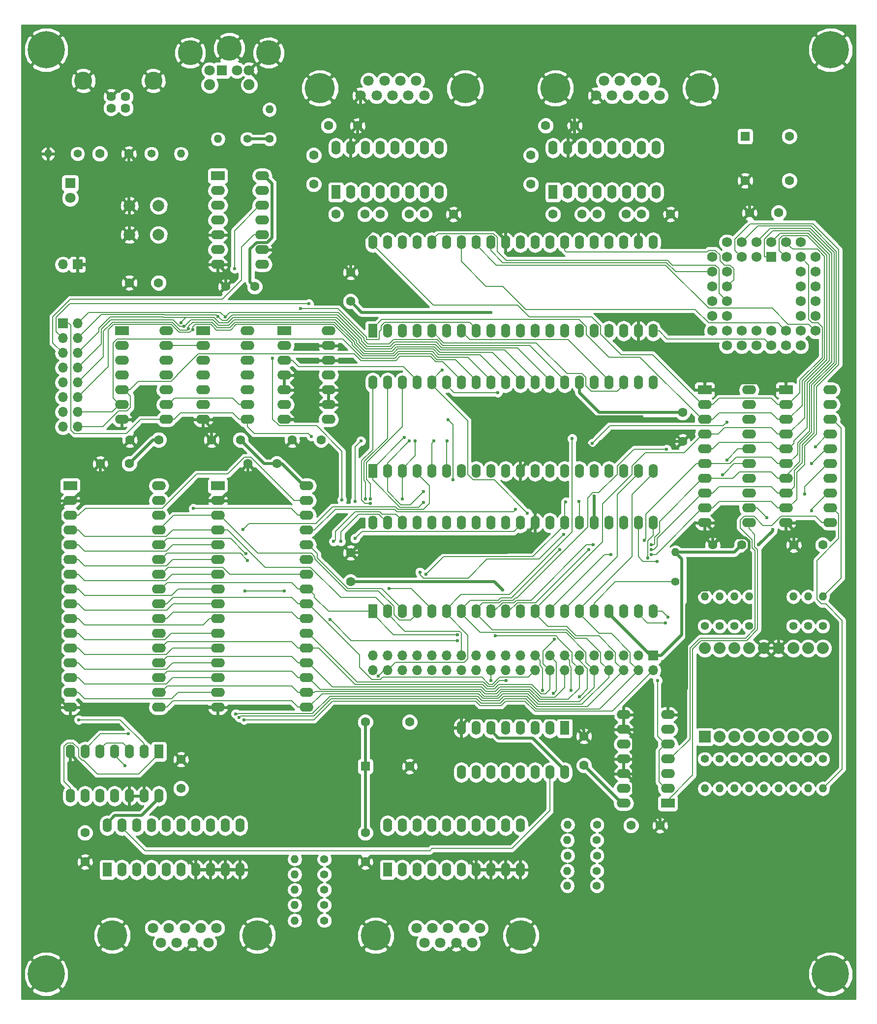
<source format=gbr>
%TF.GenerationSoftware,KiCad,Pcbnew,4.0.7*%
%TF.CreationDate,2018-05-30T14:50:17-04:00*%
%TF.ProjectId,z80,7A38302E6B696361645F706362000000,1*%
%TF.FileFunction,Copper,L2,Bot,Signal*%
%FSLAX46Y46*%
G04 Gerber Fmt 4.6, Leading zero omitted, Abs format (unit mm)*
G04 Created by KiCad (PCBNEW 4.0.7) date Wednesday, May 30, 2018 'PMt' 02:50:17 PM*
%MOMM*%
%LPD*%
G01*
G04 APERTURE LIST*
%ADD10C,0.150000*%
%ADD11C,6.400000*%
%ADD12R,2.032000X2.032000*%
%ADD13C,2.032000*%
%ADD14C,1.600000*%
%ADD15R,1.800000X1.800000*%
%ADD16C,1.800000*%
%ADD17R,1.700000X1.700000*%
%ADD18O,1.700000X1.700000*%
%ADD19C,1.400000*%
%ADD20O,1.400000X1.400000*%
%ADD21C,2.000000*%
%ADD22R,1.600000X2.400000*%
%ADD23O,1.600000X2.400000*%
%ADD24R,2.400000X1.600000*%
%ADD25O,2.400000X1.600000*%
%ADD26R,1.750000X1.750000*%
%ADD27C,1.750000*%
%ADD28R,1.600000X1.600000*%
%ADD29C,5.200000*%
%ADD30C,1.620000*%
%ADD31C,3.100000*%
%ADD32C,4.300000*%
%ADD33C,1.900000*%
%ADD34C,0.600000*%
%ADD35C,0.508000*%
%ADD36C,0.203200*%
%ADD37C,0.254000*%
G04 APERTURE END LIST*
D10*
D11*
X20000000Y-20000000D03*
X20000000Y-179000000D03*
X155000000Y-179000000D03*
D12*
X133350000Y-138200000D03*
D13*
X135890000Y-138200000D03*
X138430000Y-138200000D03*
X140970000Y-138200000D03*
X140970000Y-122960000D03*
X138430000Y-122960000D03*
X135890000Y-122960000D03*
X133350000Y-122960000D03*
X143510000Y-138200000D03*
X146050000Y-138200000D03*
X148590000Y-138200000D03*
X151130000Y-138200000D03*
X143510000Y-122960000D03*
X146050000Y-122960000D03*
X148590000Y-122960000D03*
X151130000Y-122960000D03*
X153670000Y-138200000D03*
X153670000Y-122960000D03*
D14*
X39340800Y-60069600D03*
X34340800Y-60069600D03*
X72390000Y-111530000D03*
X72390000Y-106530000D03*
X55880000Y-60730000D03*
X50880000Y-60730000D03*
X34290000Y-91210000D03*
X29290000Y-91210000D03*
X43180000Y-147090000D03*
X43180000Y-142090000D03*
X59690000Y-91210000D03*
X54690000Y-91210000D03*
X112572800Y-143098400D03*
X112572800Y-138098400D03*
X26670000Y-154710000D03*
X26670000Y-159710000D03*
X74930000Y-154710000D03*
X74930000Y-159710000D03*
X139700000Y-105180000D03*
X134700000Y-105180000D03*
X153670000Y-105180000D03*
X148670000Y-105180000D03*
X69850000Y-48284000D03*
X74850000Y-48284000D03*
X107238800Y-48284000D03*
X112238800Y-48284000D03*
X77470000Y-48284000D03*
X82470000Y-48284000D03*
X114858800Y-48284000D03*
X119858800Y-48284000D03*
X66040000Y-38124000D03*
X66040000Y-43124000D03*
X85090000Y-48284000D03*
X90090000Y-48284000D03*
X103428800Y-38124000D03*
X103428800Y-43124000D03*
X122478800Y-48284000D03*
X127478800Y-48284000D03*
X120650000Y-153440000D03*
X125650000Y-153440000D03*
X72390000Y-63270000D03*
X72390000Y-58270000D03*
X68580000Y-33044000D03*
X73580000Y-33044000D03*
X105968800Y-33044000D03*
X110968800Y-33044000D03*
X29210000Y-37870000D03*
X34210000Y-37870000D03*
X129540000Y-82400000D03*
X129540000Y-87400000D03*
X67310000Y-87095200D03*
X62310000Y-87095200D03*
X146050000Y-48030000D03*
X141050000Y-48030000D03*
X39370000Y-87095200D03*
X34370000Y-87095200D03*
X53441600Y-87095200D03*
X48441600Y-87095200D03*
D15*
X24130000Y-42950000D03*
D16*
X24130000Y-45490000D03*
D17*
X22860000Y-67080000D03*
D18*
X25400000Y-67080000D03*
X22860000Y-69620000D03*
X25400000Y-69620000D03*
X22860000Y-72160000D03*
X25400000Y-72160000D03*
X22860000Y-74700000D03*
X25400000Y-74700000D03*
X22860000Y-77240000D03*
X25400000Y-77240000D03*
X22860000Y-79780000D03*
X25400000Y-79780000D03*
X22860000Y-82320000D03*
X25400000Y-82320000D03*
X22860000Y-84860000D03*
X25400000Y-84860000D03*
D17*
X124460000Y-124230000D03*
D18*
X124460000Y-126770000D03*
X121920000Y-124230000D03*
X121920000Y-126770000D03*
X119380000Y-124230000D03*
X119380000Y-126770000D03*
X116840000Y-124230000D03*
X116840000Y-126770000D03*
X114300000Y-124230000D03*
X114300000Y-126770000D03*
X111760000Y-124230000D03*
X111760000Y-126770000D03*
X109220000Y-124230000D03*
X109220000Y-126770000D03*
X106680000Y-124230000D03*
X106680000Y-126770000D03*
X104140000Y-124230000D03*
X104140000Y-126770000D03*
X101600000Y-124230000D03*
X101600000Y-126770000D03*
X99060000Y-124230000D03*
X99060000Y-126770000D03*
X96520000Y-124230000D03*
X96520000Y-126770000D03*
X93980000Y-124230000D03*
X93980000Y-126770000D03*
X91440000Y-124230000D03*
X91440000Y-126770000D03*
X88900000Y-124230000D03*
X88900000Y-126770000D03*
X86360000Y-124230000D03*
X86360000Y-126770000D03*
X83820000Y-124230000D03*
X83820000Y-126770000D03*
X81280000Y-124230000D03*
X81280000Y-126770000D03*
X78740000Y-124230000D03*
X78740000Y-126770000D03*
X76200000Y-124230000D03*
X76200000Y-126770000D03*
D17*
X25400000Y-56920000D03*
D18*
X22860000Y-56920000D03*
D19*
X38100000Y-37870000D03*
D20*
X43180000Y-37870000D03*
D19*
X67868800Y-159231200D03*
D20*
X62788800Y-159231200D03*
D19*
X114808000Y-153338400D03*
D20*
X109728000Y-153338400D03*
D19*
X67868800Y-161872800D03*
D20*
X62788800Y-161872800D03*
D19*
X114785240Y-155980000D03*
D20*
X109705240Y-155980000D03*
D19*
X67864336Y-164514400D03*
D20*
X62784336Y-164514400D03*
D19*
X114808000Y-158621600D03*
D20*
X109728000Y-158621600D03*
D19*
X67864336Y-167156000D03*
D20*
X62784336Y-167156000D03*
D19*
X114785240Y-161263200D03*
D20*
X109705240Y-161263200D03*
D19*
X67868800Y-169797600D03*
D20*
X62788800Y-169797600D03*
D19*
X114785240Y-163819306D03*
D20*
X109705240Y-163819306D03*
D19*
X138430000Y-119150000D03*
D20*
X138430000Y-114070000D03*
D19*
X140970000Y-119150000D03*
D20*
X140970000Y-114070000D03*
D19*
X138430000Y-142010000D03*
D20*
X138430000Y-147090000D03*
D19*
X135890000Y-142010000D03*
D20*
X135890000Y-147090000D03*
D19*
X133350000Y-142010000D03*
D20*
X133350000Y-147090000D03*
D19*
X133350000Y-119150000D03*
D20*
X133350000Y-114070000D03*
D19*
X25400000Y-37870000D03*
D20*
X20320000Y-37870000D03*
D19*
X135890000Y-119150000D03*
D20*
X135890000Y-114070000D03*
D19*
X140970000Y-142010000D03*
D20*
X140970000Y-147090000D03*
D19*
X151130000Y-119150000D03*
D20*
X151130000Y-114070000D03*
D19*
X153670000Y-119150000D03*
D20*
X153670000Y-114070000D03*
D19*
X151130000Y-142010000D03*
D20*
X151130000Y-147090000D03*
D19*
X146050000Y-142010000D03*
D20*
X146050000Y-147090000D03*
D19*
X143510000Y-142010000D03*
D20*
X143510000Y-147090000D03*
D19*
X148590000Y-119150000D03*
D20*
X148590000Y-114070000D03*
D19*
X148590000Y-142010000D03*
D20*
X148590000Y-147090000D03*
D19*
X153670000Y-142010000D03*
D20*
X153670000Y-147090000D03*
D19*
X128270000Y-111530000D03*
D20*
X128270000Y-106450000D03*
D19*
X58420000Y-35330000D03*
D20*
X58420000Y-30250000D03*
D19*
X54610000Y-35330000D03*
D20*
X49530000Y-35330000D03*
D21*
X39330000Y-51800000D03*
X34330000Y-51800000D03*
X39330000Y-46800000D03*
X34330000Y-46800000D03*
D22*
X76200000Y-116610000D03*
D23*
X124460000Y-101370000D03*
X78740000Y-116610000D03*
X121920000Y-101370000D03*
X81280000Y-116610000D03*
X119380000Y-101370000D03*
X83820000Y-116610000D03*
X116840000Y-101370000D03*
X86360000Y-116610000D03*
X114300000Y-101370000D03*
X88900000Y-116610000D03*
X111760000Y-101370000D03*
X91440000Y-116610000D03*
X109220000Y-101370000D03*
X93980000Y-116610000D03*
X106680000Y-101370000D03*
X96520000Y-116610000D03*
X104140000Y-101370000D03*
X99060000Y-116610000D03*
X101600000Y-101370000D03*
X101600000Y-116610000D03*
X99060000Y-101370000D03*
X104140000Y-116610000D03*
X96520000Y-101370000D03*
X106680000Y-116610000D03*
X93980000Y-101370000D03*
X109220000Y-116610000D03*
X91440000Y-101370000D03*
X111760000Y-116610000D03*
X88900000Y-101370000D03*
X114300000Y-116610000D03*
X86360000Y-101370000D03*
X116840000Y-116610000D03*
X83820000Y-101370000D03*
X119380000Y-116610000D03*
X81280000Y-101370000D03*
X121920000Y-116610000D03*
X78740000Y-101370000D03*
X124460000Y-116610000D03*
X76200000Y-101370000D03*
D24*
X49530000Y-41680000D03*
D25*
X57150000Y-56920000D03*
X49530000Y-44220000D03*
X57150000Y-54380000D03*
X49530000Y-46760000D03*
X57150000Y-51840000D03*
X49530000Y-49300000D03*
X57150000Y-49300000D03*
X49530000Y-51840000D03*
X57150000Y-46760000D03*
X49530000Y-54380000D03*
X57150000Y-44220000D03*
X49530000Y-56920000D03*
X57150000Y-41680000D03*
D24*
X24130000Y-95020000D03*
D25*
X39370000Y-133120000D03*
X24130000Y-97560000D03*
X39370000Y-130580000D03*
X24130000Y-100100000D03*
X39370000Y-128040000D03*
X24130000Y-102640000D03*
X39370000Y-125500000D03*
X24130000Y-105180000D03*
X39370000Y-122960000D03*
X24130000Y-107720000D03*
X39370000Y-120420000D03*
X24130000Y-110260000D03*
X39370000Y-117880000D03*
X24130000Y-112800000D03*
X39370000Y-115340000D03*
X24130000Y-115340000D03*
X39370000Y-112800000D03*
X24130000Y-117880000D03*
X39370000Y-110260000D03*
X24130000Y-120420000D03*
X39370000Y-107720000D03*
X24130000Y-122960000D03*
X39370000Y-105180000D03*
X24130000Y-125500000D03*
X39370000Y-102640000D03*
X24130000Y-128040000D03*
X39370000Y-100100000D03*
X24130000Y-130580000D03*
X39370000Y-97560000D03*
X24130000Y-133120000D03*
X39370000Y-95020000D03*
D22*
X39370000Y-140740000D03*
D23*
X24130000Y-148360000D03*
X36830000Y-140740000D03*
X26670000Y-148360000D03*
X34290000Y-140740000D03*
X29210000Y-148360000D03*
X31750000Y-140740000D03*
X31750000Y-148360000D03*
X29210000Y-140740000D03*
X34290000Y-148360000D03*
X26670000Y-140740000D03*
X36830000Y-148360000D03*
X24130000Y-140740000D03*
X39370000Y-148360000D03*
D24*
X49530000Y-95020000D03*
D25*
X64770000Y-133120000D03*
X49530000Y-97560000D03*
X64770000Y-130580000D03*
X49530000Y-100100000D03*
X64770000Y-128040000D03*
X49530000Y-102640000D03*
X64770000Y-125500000D03*
X49530000Y-105180000D03*
X64770000Y-122960000D03*
X49530000Y-107720000D03*
X64770000Y-120420000D03*
X49530000Y-110260000D03*
X64770000Y-117880000D03*
X49530000Y-112800000D03*
X64770000Y-115340000D03*
X49530000Y-115340000D03*
X64770000Y-112800000D03*
X49530000Y-117880000D03*
X64770000Y-110260000D03*
X49530000Y-120420000D03*
X64770000Y-107720000D03*
X49530000Y-122960000D03*
X64770000Y-105180000D03*
X49530000Y-125500000D03*
X64770000Y-102640000D03*
X49530000Y-128040000D03*
X64770000Y-100100000D03*
X49530000Y-130580000D03*
X64770000Y-97560000D03*
X49530000Y-133120000D03*
X64770000Y-95020000D03*
D22*
X109220000Y-136676000D03*
D23*
X91440000Y-144296000D03*
X106680000Y-136676000D03*
X93980000Y-144296000D03*
X104140000Y-136676000D03*
X96520000Y-144296000D03*
X101600000Y-136676000D03*
X99060000Y-144296000D03*
X99060000Y-136676000D03*
X101600000Y-144296000D03*
X96520000Y-136676000D03*
X104140000Y-144296000D03*
X93980000Y-136676000D03*
X106680000Y-144296000D03*
X91440000Y-136676000D03*
X109220000Y-144296000D03*
D24*
X133350000Y-78510000D03*
D25*
X140970000Y-101370000D03*
X133350000Y-81050000D03*
X140970000Y-98830000D03*
X133350000Y-83590000D03*
X140970000Y-96290000D03*
X133350000Y-86130000D03*
X140970000Y-93750000D03*
X133350000Y-88670000D03*
X140970000Y-91210000D03*
X133350000Y-91210000D03*
X140970000Y-88670000D03*
X133350000Y-93750000D03*
X140970000Y-86130000D03*
X133350000Y-96290000D03*
X140970000Y-83590000D03*
X133350000Y-98830000D03*
X140970000Y-81050000D03*
X133350000Y-101370000D03*
X140970000Y-78510000D03*
D24*
X147320000Y-78510000D03*
D25*
X154940000Y-101370000D03*
X147320000Y-81050000D03*
X154940000Y-98830000D03*
X147320000Y-83590000D03*
X154940000Y-96290000D03*
X147320000Y-86130000D03*
X154940000Y-93750000D03*
X147320000Y-88670000D03*
X154940000Y-91210000D03*
X147320000Y-91210000D03*
X154940000Y-88670000D03*
X147320000Y-93750000D03*
X154940000Y-86130000D03*
X147320000Y-96290000D03*
X154940000Y-83590000D03*
X147320000Y-98830000D03*
X154940000Y-81050000D03*
X147320000Y-101370000D03*
X154940000Y-78510000D03*
D24*
X127000000Y-149630000D03*
D25*
X119380000Y-134390000D03*
X127000000Y-147090000D03*
X119380000Y-136930000D03*
X127000000Y-144550000D03*
X119380000Y-139470000D03*
X127000000Y-142010000D03*
X119380000Y-142010000D03*
X127000000Y-139470000D03*
X119380000Y-144550000D03*
X127000000Y-136930000D03*
X119380000Y-147090000D03*
X127000000Y-134390000D03*
X119380000Y-149630000D03*
D22*
X76200000Y-68350000D03*
D23*
X124460000Y-53110000D03*
X78740000Y-68350000D03*
X121920000Y-53110000D03*
X81280000Y-68350000D03*
X119380000Y-53110000D03*
X83820000Y-68350000D03*
X116840000Y-53110000D03*
X86360000Y-68350000D03*
X114300000Y-53110000D03*
X88900000Y-68350000D03*
X111760000Y-53110000D03*
X91440000Y-68350000D03*
X109220000Y-53110000D03*
X93980000Y-68350000D03*
X106680000Y-53110000D03*
X96520000Y-68350000D03*
X104140000Y-53110000D03*
X99060000Y-68350000D03*
X101600000Y-53110000D03*
X101600000Y-68350000D03*
X99060000Y-53110000D03*
X104140000Y-68350000D03*
X96520000Y-53110000D03*
X106680000Y-68350000D03*
X93980000Y-53110000D03*
X109220000Y-68350000D03*
X91440000Y-53110000D03*
X111760000Y-68350000D03*
X88900000Y-53110000D03*
X114300000Y-68350000D03*
X86360000Y-53110000D03*
X116840000Y-68350000D03*
X83820000Y-53110000D03*
X119380000Y-68350000D03*
X81280000Y-53110000D03*
X121920000Y-68350000D03*
X78740000Y-53110000D03*
X124460000Y-68350000D03*
X76200000Y-53110000D03*
D22*
X69850000Y-44474000D03*
D23*
X87630000Y-36854000D03*
X72390000Y-44474000D03*
X85090000Y-36854000D03*
X74930000Y-44474000D03*
X82550000Y-36854000D03*
X77470000Y-44474000D03*
X80010000Y-36854000D03*
X80010000Y-44474000D03*
X77470000Y-36854000D03*
X82550000Y-44474000D03*
X74930000Y-36854000D03*
X85090000Y-44474000D03*
X72390000Y-36854000D03*
X87630000Y-44474000D03*
X69850000Y-36854000D03*
D22*
X107238800Y-44474000D03*
D23*
X125018800Y-36854000D03*
X109778800Y-44474000D03*
X122478800Y-36854000D03*
X112318800Y-44474000D03*
X119938800Y-36854000D03*
X114858800Y-44474000D03*
X117398800Y-36854000D03*
X117398800Y-44474000D03*
X114858800Y-36854000D03*
X119938800Y-44474000D03*
X112318800Y-36854000D03*
X122478800Y-44474000D03*
X109778800Y-36854000D03*
X125018800Y-44474000D03*
X107238800Y-36854000D03*
D22*
X30480000Y-161060000D03*
D23*
X53340000Y-153440000D03*
X33020000Y-161060000D03*
X50800000Y-153440000D03*
X35560000Y-161060000D03*
X48260000Y-153440000D03*
X38100000Y-161060000D03*
X45720000Y-153440000D03*
X40640000Y-161060000D03*
X43180000Y-153440000D03*
X43180000Y-161060000D03*
X40640000Y-153440000D03*
X45720000Y-161060000D03*
X38100000Y-153440000D03*
X48260000Y-161060000D03*
X35560000Y-153440000D03*
X50800000Y-161060000D03*
X33020000Y-153440000D03*
X53340000Y-161060000D03*
X30480000Y-153440000D03*
D22*
X78740000Y-161060000D03*
D23*
X101600000Y-153440000D03*
X81280000Y-161060000D03*
X99060000Y-153440000D03*
X83820000Y-161060000D03*
X96520000Y-153440000D03*
X86360000Y-161060000D03*
X93980000Y-153440000D03*
X88900000Y-161060000D03*
X91440000Y-153440000D03*
X91440000Y-161060000D03*
X88900000Y-153440000D03*
X93980000Y-161060000D03*
X86360000Y-153440000D03*
X96520000Y-161060000D03*
X83820000Y-153440000D03*
X99060000Y-161060000D03*
X81280000Y-153440000D03*
X101600000Y-161060000D03*
X78740000Y-153440000D03*
D22*
X76200000Y-92480000D03*
D23*
X124460000Y-77240000D03*
X78740000Y-92480000D03*
X121920000Y-77240000D03*
X81280000Y-92480000D03*
X119380000Y-77240000D03*
X83820000Y-92480000D03*
X116840000Y-77240000D03*
X86360000Y-92480000D03*
X114300000Y-77240000D03*
X88900000Y-92480000D03*
X111760000Y-77240000D03*
X91440000Y-92480000D03*
X109220000Y-77240000D03*
X93980000Y-92480000D03*
X106680000Y-77240000D03*
X96520000Y-92480000D03*
X104140000Y-77240000D03*
X99060000Y-92480000D03*
X101600000Y-77240000D03*
X101600000Y-92480000D03*
X99060000Y-77240000D03*
X104140000Y-92480000D03*
X96520000Y-77240000D03*
X106680000Y-92480000D03*
X93980000Y-77240000D03*
X109220000Y-92480000D03*
X91440000Y-77240000D03*
X111760000Y-92480000D03*
X88900000Y-77240000D03*
X114300000Y-92480000D03*
X86360000Y-77240000D03*
X116840000Y-92480000D03*
X83820000Y-77240000D03*
X119380000Y-92480000D03*
X81280000Y-77240000D03*
X121920000Y-92480000D03*
X78740000Y-77240000D03*
X124460000Y-92480000D03*
X76200000Y-77240000D03*
D24*
X60960000Y-68350000D03*
D25*
X68580000Y-83590000D03*
X60960000Y-70890000D03*
X68580000Y-81050000D03*
X60960000Y-73430000D03*
X68580000Y-78510000D03*
X60960000Y-75970000D03*
X68580000Y-75970000D03*
X60960000Y-78510000D03*
X68580000Y-73430000D03*
X60960000Y-81050000D03*
X68580000Y-70890000D03*
X60960000Y-83590000D03*
X68580000Y-68350000D03*
D26*
X144780000Y-55650000D03*
D27*
X142240000Y-55650000D03*
X139700000Y-55650000D03*
X147320000Y-55650000D03*
X149860000Y-55650000D03*
X142240000Y-53110000D03*
X139700000Y-53110000D03*
X137160000Y-53110000D03*
X144780000Y-53110000D03*
X147320000Y-53110000D03*
X137160000Y-55650000D03*
X137160000Y-58190000D03*
X137160000Y-60730000D03*
X137160000Y-63270000D03*
X137160000Y-65810000D03*
X134620000Y-55650000D03*
X134620000Y-58190000D03*
X134620000Y-60730000D03*
X134620000Y-63270000D03*
X134620000Y-65810000D03*
X134620000Y-68350000D03*
X137160000Y-68350000D03*
X139700000Y-68350000D03*
X142240000Y-68350000D03*
X144780000Y-68350000D03*
X147320000Y-68350000D03*
X149860000Y-68350000D03*
X137160000Y-70890000D03*
X139700000Y-70890000D03*
X142240000Y-70890000D03*
X144780000Y-70890000D03*
X147320000Y-70890000D03*
X149860000Y-70890000D03*
X149860000Y-65810000D03*
X149860000Y-63270000D03*
X149860000Y-60730000D03*
X149860000Y-58190000D03*
X149860000Y-53110000D03*
X152400000Y-68350000D03*
X152400000Y-65810000D03*
X152400000Y-63270000D03*
X152400000Y-60730000D03*
X152400000Y-58190000D03*
X152400000Y-55650000D03*
D24*
X33020000Y-68350000D03*
D25*
X40640000Y-83590000D03*
X33020000Y-70890000D03*
X40640000Y-81050000D03*
X33020000Y-73430000D03*
X40640000Y-78510000D03*
X33020000Y-75970000D03*
X40640000Y-75970000D03*
X33020000Y-78510000D03*
X40640000Y-73430000D03*
X33020000Y-81050000D03*
X40640000Y-70890000D03*
X33020000Y-83590000D03*
X40640000Y-68350000D03*
D24*
X46990000Y-68350000D03*
D25*
X54610000Y-83590000D03*
X46990000Y-70890000D03*
X54610000Y-81050000D03*
X46990000Y-73430000D03*
X54610000Y-78510000D03*
X46990000Y-75970000D03*
X54610000Y-75970000D03*
X46990000Y-78510000D03*
X54610000Y-73430000D03*
X46990000Y-81050000D03*
X54610000Y-70890000D03*
X46990000Y-83590000D03*
X54610000Y-68350000D03*
D28*
X74930000Y-143280000D03*
D14*
X74930000Y-135660000D03*
X82550000Y-135660000D03*
X82550000Y-143280000D03*
D28*
X140309600Y-34872800D03*
D14*
X147929600Y-34872800D03*
X147929600Y-42492800D03*
X140309600Y-42492800D03*
D29*
X67115000Y-26592400D03*
D16*
X75500000Y-25322400D03*
X78240000Y-25322400D03*
X80980000Y-25322400D03*
X83720000Y-25322400D03*
X74130000Y-27862400D03*
X76870000Y-27862400D03*
X79610000Y-27862400D03*
X82350000Y-27862400D03*
X85090000Y-27862400D03*
D29*
X92105000Y-26592400D03*
X107648600Y-26592400D03*
D16*
X116033600Y-25322400D03*
X118773600Y-25322400D03*
X121513600Y-25322400D03*
X124253600Y-25322400D03*
X114663600Y-27862400D03*
X117403600Y-27862400D03*
X120143600Y-27862400D03*
X122883600Y-27862400D03*
X125623600Y-27862400D03*
D29*
X132638600Y-26592400D03*
X101706200Y-172388400D03*
D16*
X93321200Y-173658400D03*
X90581200Y-173658400D03*
X87841200Y-173658400D03*
X85101200Y-173658400D03*
X94691200Y-171118400D03*
X91951200Y-171118400D03*
X89211200Y-171118400D03*
X86471200Y-171118400D03*
X83731200Y-171118400D03*
D29*
X76716200Y-172388400D03*
X56340200Y-172370000D03*
D16*
X47955200Y-173640000D03*
X45215200Y-173640000D03*
X42475200Y-173640000D03*
X39735200Y-173640000D03*
X49325200Y-171100000D03*
X46585200Y-171100000D03*
X43845200Y-171100000D03*
X41105200Y-171100000D03*
X38365200Y-171100000D03*
D29*
X31350200Y-172370000D03*
D30*
X33670000Y-30029200D03*
X31170000Y-30029200D03*
X31170000Y-28029200D03*
X33670000Y-28029200D03*
D31*
X38440000Y-25319200D03*
X26400000Y-25319200D03*
D32*
X44780000Y-20512400D03*
X58280000Y-20512400D03*
D15*
X50230000Y-23512400D03*
D16*
X52830000Y-23512400D03*
X48130000Y-23512400D03*
X54930000Y-23512400D03*
D33*
X54930000Y-26012400D03*
X48130000Y-26012400D03*
D32*
X51530000Y-19712400D03*
D11*
X155000000Y-20000000D03*
D34*
X122529600Y-83157210D03*
X42468800Y-97864800D03*
X42265600Y-133221600D03*
X88798400Y-65149604D03*
X145084800Y-102538400D03*
X142646400Y-105180000D03*
X98552000Y-112901600D03*
X96520000Y-65149600D03*
X114358657Y-96793201D03*
X52425600Y-57631200D03*
X65633600Y-86485600D03*
X50800000Y-65962400D03*
X65222399Y-63652226D03*
X49597047Y-65871756D03*
X43175660Y-66918389D03*
X43744418Y-67592779D03*
X44475414Y-67999190D03*
X45278373Y-68161566D03*
X54051200Y-135253600D03*
X89001600Y-87298400D03*
X73152000Y-104075190D03*
X53238400Y-134847200D03*
X86766400Y-87298400D03*
X81686400Y-86688796D03*
X84937600Y-97864800D03*
X52628800Y-134237600D03*
X126796800Y-88720800D03*
X75793600Y-98041147D03*
X122936000Y-104367200D03*
X108390578Y-105994754D03*
X74990387Y-97255200D03*
X111793472Y-131309736D03*
X114198400Y-105180000D03*
X124155200Y-105180000D03*
X75793600Y-97237934D03*
X97332800Y-120826400D03*
X110337600Y-130173600D03*
X113385600Y-105992800D03*
X124155200Y-105992800D03*
X83515200Y-87298400D03*
X81280000Y-97255200D03*
X107305781Y-130752460D03*
X117246400Y-106805600D03*
X124155200Y-106805600D03*
X82522443Y-87317679D03*
X84937600Y-96036000D03*
X107492800Y-121436000D03*
X105460800Y-130173600D03*
X123545600Y-107415200D03*
X97739200Y-78967200D03*
X89204800Y-83640800D03*
X90017600Y-94004000D03*
X54660800Y-107821600D03*
X69494400Y-104570400D03*
X125171200Y-108024800D03*
X125225953Y-128491371D03*
X100787200Y-99084000D03*
X70713600Y-104570400D03*
X33528000Y-143178400D03*
X99161600Y-128529603D03*
X126626020Y-118592981D03*
X68884800Y-117981600D03*
X90830400Y-121639200D03*
X102819200Y-99693600D03*
X88188800Y-75106400D03*
X96520000Y-128548000D03*
X127000000Y-117575200D03*
X90830400Y-120623200D03*
X54377266Y-106682734D03*
X79044800Y-112698400D03*
X25603200Y-135253600D03*
X113995199Y-87704800D03*
X137160000Y-84047200D03*
X109444466Y-97784466D03*
X85344000Y-110260000D03*
X63804800Y-64540000D03*
X109118400Y-103351200D03*
X111746375Y-97682037D03*
X84328000Y-109853600D03*
X58928000Y-73074400D03*
X70916800Y-97458400D03*
X110540800Y-86892000D03*
X77180359Y-127774797D03*
X137160000Y-90549600D03*
X136463362Y-93145190D03*
X144068800Y-100506400D03*
X152400006Y-88314400D03*
X151790400Y-91159200D03*
X150571200Y-96442400D03*
X151790400Y-99287200D03*
X34137600Y-137692000D03*
X45313600Y-98880800D03*
X60960000Y-113104800D03*
X54254400Y-113104800D03*
X53848000Y-102538400D03*
X73152000Y-97661600D03*
X74168000Y-87298400D03*
D35*
X125650000Y-152308630D02*
X121088000Y-147746630D01*
X127000000Y-133082000D02*
X127000000Y-134390000D01*
X119780000Y-144550000D02*
X121088000Y-145858000D01*
X119380000Y-142010000D02*
X119380000Y-144550000D01*
X119380000Y-144550000D02*
X119780000Y-144550000D01*
X119780000Y-136930000D02*
X119380000Y-136930000D01*
X112572800Y-136967030D02*
X110573770Y-134968000D01*
X99060000Y-52710000D02*
X99060000Y-53110000D01*
X141050000Y-48030000D02*
X141050000Y-43233200D01*
X141050000Y-43233200D02*
X140309600Y-42492800D01*
X110968800Y-33044000D02*
X110968800Y-35664000D01*
X110968800Y-35664000D02*
X109778800Y-36854000D01*
X135058000Y-78510000D02*
X133350000Y-78510000D01*
X134700000Y-105180000D02*
X134700000Y-102720000D01*
X134700000Y-105180000D02*
X135957201Y-103922799D01*
X135957201Y-103922799D02*
X140303457Y-103922799D01*
X133827859Y-112912799D02*
X132794543Y-112912799D01*
X132794543Y-112912799D02*
X130251200Y-115456142D01*
X104140000Y-101770000D02*
X104140000Y-101370000D01*
X110522790Y-83157210D02*
X122105336Y-83157210D01*
X115519200Y-87400000D02*
X114401600Y-88517600D01*
X114401600Y-88517600D02*
X113696800Y-88517600D01*
X113696800Y-88517600D02*
X109429600Y-84250400D01*
X140303457Y-103922799D02*
X140957201Y-104576543D01*
X140957201Y-104576543D02*
X140957201Y-105783457D01*
X146050000Y-107800000D02*
X148670000Y-105180000D01*
X148670000Y-105180000D02*
X148670000Y-102720000D01*
X122105336Y-83157210D02*
X122529600Y-83157210D01*
X42367200Y-133120000D02*
X42265600Y-133221600D01*
X22422000Y-131812000D02*
X22422000Y-98868000D01*
X28403600Y-145413600D02*
X24130000Y-141140000D01*
X24130000Y-141140000D02*
X24130000Y-140740000D01*
X75729999Y-158910001D02*
X92230001Y-158910001D01*
X45720000Y-161060000D02*
X48260000Y-161060000D01*
X45720000Y-160660000D02*
X45720000Y-161060000D01*
X27469999Y-158910001D02*
X43970001Y-158910001D01*
X66395600Y-81050000D02*
X63855600Y-83590000D01*
X68580000Y-81050000D02*
X66395600Y-81050000D01*
X34330000Y-51800000D02*
X34330000Y-46800000D01*
X34210000Y-37870000D02*
X34210000Y-46680000D01*
X74130000Y-27862400D02*
X74130000Y-32494000D01*
X73580000Y-35664000D02*
X72390000Y-36854000D01*
X73580000Y-33044000D02*
X73580000Y-35664000D01*
X147320000Y-78510000D02*
X145612000Y-78510000D01*
X130251200Y-115456142D02*
X130251200Y-129830800D01*
X146050000Y-122960000D02*
X146050000Y-107800000D01*
X23730000Y-97560000D02*
X24130000Y-97560000D01*
X22422000Y-98868000D02*
X23730000Y-97560000D01*
X39856400Y-145413600D02*
X28403600Y-145413600D01*
X43180000Y-142090000D02*
X39856400Y-145413600D01*
X29290000Y-92800000D02*
X24530000Y-97560000D01*
X72390000Y-54742037D02*
X76206437Y-50925600D01*
X97275600Y-50925600D02*
X99060000Y-52710000D01*
X99380000Y-106530000D02*
X104140000Y-101770000D01*
X92748000Y-134968000D02*
X91440000Y-136276000D01*
X91440000Y-136676000D02*
X89154000Y-136676000D01*
X110573770Y-134968000D02*
X92748000Y-134968000D01*
X99060000Y-161060000D02*
X101600000Y-161060000D01*
X92230001Y-158910001D02*
X93980000Y-160660000D01*
X93980000Y-161060000D02*
X96520000Y-161060000D01*
X93980000Y-160660000D02*
X93980000Y-161060000D01*
X96520000Y-161060000D02*
X99060000Y-161060000D01*
X42773600Y-97560000D02*
X49530000Y-97560000D01*
X29290000Y-91210000D02*
X29290000Y-92800000D01*
X48441600Y-85041600D02*
X46990000Y-83590000D01*
X72390000Y-58270000D02*
X72390000Y-54742037D01*
X31191200Y-56920000D02*
X34340800Y-60069600D01*
X54690000Y-92800000D02*
X54690000Y-92341370D01*
X48441600Y-87095200D02*
X48441600Y-85041600D01*
X49930000Y-97560000D02*
X54690000Y-92800000D01*
X140957201Y-105783457D02*
X133827859Y-112912799D01*
X91440000Y-136276000D02*
X91440000Y-136676000D01*
X29210000Y-56920000D02*
X34330000Y-51800000D01*
X24130000Y-133120000D02*
X23730000Y-133120000D01*
X34210000Y-46680000D02*
X34330000Y-46800000D01*
X49530000Y-133120000D02*
X42367200Y-133120000D01*
X68580000Y-81050000D02*
X68580000Y-78510000D01*
X50880000Y-60730000D02*
X50880000Y-58270000D01*
X63855600Y-83590000D02*
X60960000Y-83590000D01*
X76206437Y-50925600D02*
X97275600Y-50925600D01*
X119380000Y-134390000D02*
X119380000Y-136930000D01*
X148670000Y-102720000D02*
X147320000Y-101370000D01*
X121088000Y-138238000D02*
X119780000Y-136930000D01*
X49530000Y-97560000D02*
X49930000Y-97560000D01*
X129540000Y-87400000D02*
X115519200Y-87400000D01*
X72390000Y-106530000D02*
X99380000Y-106530000D01*
X125650000Y-153440000D02*
X125650000Y-152308630D01*
X101600000Y-92080000D02*
X109429600Y-84250400D01*
X112572800Y-138098400D02*
X112572800Y-136967030D01*
X74930000Y-159710000D02*
X75729999Y-158910001D01*
X50800000Y-161060000D02*
X53340000Y-161060000D01*
X42468800Y-97864800D02*
X42773600Y-97560000D01*
X23730000Y-133120000D02*
X22422000Y-131812000D01*
X24530000Y-97560000D02*
X24130000Y-97560000D01*
X144354790Y-77252790D02*
X136315210Y-77252790D01*
X25400000Y-56920000D02*
X31191200Y-56920000D01*
X89154000Y-136676000D02*
X82550000Y-143280000D01*
X110968800Y-33044000D02*
X110968800Y-31557200D01*
X74130000Y-32494000D02*
X73580000Y-33044000D01*
X145612000Y-78510000D02*
X144354790Y-77252790D01*
X136315210Y-77252790D02*
X135058000Y-78510000D01*
X43970001Y-158910001D02*
X45720000Y-160660000D01*
X110968800Y-31557200D02*
X114663600Y-27862400D01*
X109429600Y-84250400D02*
X110522790Y-83157210D01*
X26670000Y-159710000D02*
X27469999Y-158910001D01*
X121088000Y-147746630D02*
X121088000Y-147445600D01*
X134700000Y-102720000D02*
X133350000Y-101370000D01*
X121088000Y-147445600D02*
X121088000Y-138238000D01*
X121088000Y-145858000D02*
X121088000Y-147445600D01*
X143510000Y-122960000D02*
X146050000Y-122960000D01*
X101600000Y-92480000D02*
X101600000Y-92080000D01*
X48260000Y-161060000D02*
X50800000Y-161060000D01*
X50880000Y-58270000D02*
X49530000Y-56920000D01*
X25400000Y-56920000D02*
X29210000Y-56920000D01*
X130251200Y-129830800D02*
X127000000Y-133082000D01*
X54690000Y-92341370D02*
X54690000Y-91210000D01*
X111760000Y-77240000D02*
X111760000Y-78948000D01*
X128408630Y-82400000D02*
X129540000Y-82400000D01*
X111760000Y-78948000D02*
X115212000Y-82400000D01*
X115212000Y-82400000D02*
X128408630Y-82400000D01*
X88798400Y-65149604D02*
X74269604Y-65149604D01*
X74269604Y-65149604D02*
X72390000Y-63270000D01*
X96520000Y-65149600D02*
X88798404Y-65149600D01*
X88798404Y-65149600D02*
X88798400Y-65149604D01*
X55880000Y-60730000D02*
X55080001Y-59930001D01*
X57550000Y-41680000D02*
X57150000Y-41680000D01*
X55080001Y-59930001D02*
X55080001Y-54272036D01*
X55080001Y-54272036D02*
X56229247Y-53122790D01*
X56229247Y-53122790D02*
X58045173Y-53122790D01*
X58858000Y-52309963D02*
X58858000Y-42988000D01*
X58045173Y-53122790D02*
X58858000Y-52309963D01*
X58858000Y-42988000D02*
X57550000Y-41680000D01*
X96520000Y-136676000D02*
X96520000Y-137076000D01*
X96520000Y-137076000D02*
X97828000Y-138384000D01*
X103708000Y-138384000D02*
X109220000Y-143896000D01*
X109220000Y-143896000D02*
X109220000Y-144296000D01*
X97828000Y-138384000D02*
X103708000Y-138384000D01*
X145084800Y-102538400D02*
X145084800Y-102741600D01*
X145084800Y-102741600D02*
X142646400Y-105180000D01*
X34290000Y-91210000D02*
X38404800Y-87095200D01*
X38404800Y-87095200D02*
X39370000Y-87095200D01*
X98552000Y-112901600D02*
X97180400Y-111530000D01*
X97180400Y-111530000D02*
X72390000Y-111530000D01*
X54610000Y-35330000D02*
X58420000Y-35330000D01*
X74930000Y-143280000D02*
X74930000Y-135660000D01*
X74930000Y-154710000D02*
X74930000Y-153578630D01*
X74930000Y-153578630D02*
X74930000Y-143280000D01*
X30480000Y-153440000D02*
X30480000Y-153040000D01*
X30480000Y-153040000D02*
X31788000Y-151732000D01*
X31788000Y-151732000D02*
X36398000Y-151732000D01*
X36398000Y-151732000D02*
X39370000Y-148760000D01*
X39370000Y-148760000D02*
X39370000Y-148360000D01*
X59690000Y-91210000D02*
X57556400Y-91210000D01*
X57556400Y-91210000D02*
X53441600Y-87095200D01*
X64770000Y-95020000D02*
X64370000Y-95020000D01*
X64370000Y-95020000D02*
X60560000Y-91210000D01*
X60560000Y-91210000D02*
X59690000Y-91210000D01*
X129259949Y-106450000D02*
X128270000Y-106450000D01*
X138430000Y-106450000D02*
X129259949Y-106450000D01*
X139700000Y-105180000D02*
X138430000Y-106450000D01*
X124460000Y-124230000D02*
X125818000Y-124230000D01*
X129427201Y-120620799D02*
X129427201Y-107607201D01*
X128969999Y-107149999D02*
X128270000Y-106450000D01*
X125818000Y-124230000D02*
X129427201Y-120620799D01*
X129427201Y-107607201D02*
X128969999Y-107149999D01*
X116840000Y-116610000D02*
X116840000Y-117010000D01*
X116840000Y-117010000D02*
X124060000Y-124230000D01*
X124060000Y-124230000D02*
X124460000Y-124230000D01*
X114300000Y-101370000D02*
X114300000Y-96851858D01*
X114300000Y-96851858D02*
X114358657Y-96793201D01*
X112572800Y-143098400D02*
X119104400Y-149630000D01*
X119104400Y-149630000D02*
X119380000Y-149630000D01*
D36*
X57150000Y-46760000D02*
X56750000Y-46760000D01*
X56750000Y-46760000D02*
X52425600Y-51084400D01*
X52425600Y-51084400D02*
X52425600Y-57631200D01*
X22860000Y-67080000D02*
X23913200Y-67080000D01*
X24245199Y-67411999D02*
X24245199Y-85414305D01*
X23913200Y-67080000D02*
X24245199Y-67411999D01*
X24245199Y-85414305D02*
X24845695Y-86014801D01*
X24845695Y-86014801D02*
X33815293Y-86014801D01*
X33815293Y-86014801D02*
X36240094Y-83590000D01*
X36240094Y-83590000D02*
X39236800Y-83590000D01*
X39236800Y-83590000D02*
X40640000Y-83590000D01*
X54610000Y-83590000D02*
X53206800Y-83590000D01*
X53206800Y-83590000D02*
X52101990Y-82485190D01*
X52101990Y-82485190D02*
X43148010Y-82485190D01*
X42043200Y-83590000D02*
X40640000Y-83590000D01*
X43148010Y-82485190D02*
X42043200Y-83590000D01*
X55791199Y-85990399D02*
X54610000Y-84809200D01*
X54610000Y-84809200D02*
X54610000Y-83590000D01*
X65633600Y-86485600D02*
X65138399Y-85990399D01*
X65138399Y-85990399D02*
X55791199Y-85990399D01*
X78991176Y-70636011D02*
X75362618Y-70636011D01*
X75362618Y-70636011D02*
X74688788Y-69962181D01*
X74688788Y-69962181D02*
X74688788Y-69622596D01*
X74688788Y-69622596D02*
X70279328Y-65213135D01*
X70279328Y-65213135D02*
X51549265Y-65213135D01*
X51549265Y-65213135D02*
X51099999Y-65662401D01*
X109220000Y-76840000D02*
X103219211Y-70839211D01*
X103219211Y-70839211D02*
X88274460Y-70839211D01*
X88274460Y-70839211D02*
X87290051Y-69854801D01*
X87290051Y-69854801D02*
X79772386Y-69854801D01*
X79772386Y-69854801D02*
X78991176Y-70636011D01*
X51099999Y-65662401D02*
X50800000Y-65962400D01*
X109220000Y-77240000D02*
X109220000Y-76840000D01*
X49987149Y-65149549D02*
X27330451Y-65149549D01*
X27330451Y-65149549D02*
X26249999Y-66230001D01*
X26249999Y-66230001D02*
X25400000Y-67080000D01*
X50800000Y-65962400D02*
X49987149Y-65149549D01*
X22860000Y-69620000D02*
X21705199Y-68465199D01*
X21705199Y-68465199D02*
X21705199Y-65986159D01*
X21705199Y-65986159D02*
X24039132Y-63652226D01*
X64798135Y-63652226D02*
X65222399Y-63652226D01*
X24039132Y-63652226D02*
X64798135Y-63652226D01*
X70110988Y-65619546D02*
X52037962Y-65619546D01*
X52037962Y-65619546D02*
X51090306Y-66567202D01*
X88106119Y-71245621D02*
X87121711Y-70261212D01*
X87121711Y-70261212D02*
X79940727Y-70261212D01*
X49897046Y-66171755D02*
X49597047Y-65871756D01*
X51090306Y-66567202D02*
X50292493Y-66567202D01*
X74282377Y-70130521D02*
X74282377Y-69790936D01*
X74282377Y-69790936D02*
X70110988Y-65619546D01*
X79940727Y-70261212D02*
X79159517Y-71042422D01*
X106680000Y-76840000D02*
X101085622Y-71245622D01*
X101085622Y-71245622D02*
X88106119Y-71245621D01*
X106680000Y-77240000D02*
X106680000Y-76840000D01*
X75194278Y-71042422D02*
X74282377Y-70130521D01*
X50292493Y-66567202D02*
X49897046Y-66171755D01*
X79159517Y-71042422D02*
X75194278Y-71042422D01*
X49024489Y-65619556D02*
X40360959Y-65619555D01*
X40360959Y-65619555D02*
X40297363Y-65555959D01*
X40297363Y-65555959D02*
X29464041Y-65555959D01*
X49072288Y-65571757D02*
X49024489Y-65619556D01*
X49297048Y-65571757D02*
X49072288Y-65571757D01*
X49597047Y-65871756D02*
X49297048Y-65571757D01*
X26249999Y-68770001D02*
X25400000Y-69620000D01*
X29464041Y-65555959D02*
X26249999Y-68770001D01*
X53644800Y-53942000D02*
X55746800Y-51840000D01*
X24180800Y-62935807D02*
X50309299Y-62935807D01*
X21132800Y-65983807D02*
X24180800Y-62935807D01*
X21132800Y-70432800D02*
X21132800Y-65983807D01*
X22860000Y-72160000D02*
X21132800Y-70432800D01*
X50309299Y-62935807D02*
X53644800Y-59600306D01*
X53644800Y-59600306D02*
X53644800Y-53942000D01*
X55746800Y-51840000D02*
X57150000Y-51840000D01*
X51258646Y-66973613D02*
X49803796Y-66973613D01*
X104140000Y-76840000D02*
X98952033Y-71652033D01*
X73875966Y-70298861D02*
X73875966Y-69959276D01*
X73875966Y-69959276D02*
X69942657Y-66025966D01*
X48856149Y-66025966D02*
X44622570Y-66025966D01*
X87937780Y-71652033D02*
X86953371Y-70667623D01*
X52206292Y-66025966D02*
X51258646Y-66973613D01*
X75025938Y-71448833D02*
X73875966Y-70298861D01*
X80109066Y-70667623D02*
X79327856Y-71448833D01*
X86953371Y-70667623D02*
X80109066Y-70667623D01*
X98952033Y-71652033D02*
X87937780Y-71652033D01*
X104140000Y-77240000D02*
X104140000Y-76840000D01*
X69942657Y-66025966D02*
X52206292Y-66025966D01*
X79327856Y-71448833D02*
X75025938Y-71448833D01*
X49803796Y-66973613D02*
X48856149Y-66025966D01*
X43475659Y-66618390D02*
X43175660Y-66918389D01*
X44068083Y-66025966D02*
X43475659Y-66618390D01*
X44622570Y-66025966D02*
X44068083Y-66025966D01*
X44622570Y-66025966D02*
X40192619Y-66025966D01*
X29057578Y-67895770D02*
X29057578Y-68502422D01*
X30990981Y-65962367D02*
X29057578Y-67895770D01*
X40192619Y-66025966D02*
X40129020Y-65962367D01*
X40129020Y-65962367D02*
X30990981Y-65962367D01*
X26249999Y-71310001D02*
X25400000Y-72160000D01*
X29057578Y-68502422D02*
X26249999Y-71310001D01*
X46990000Y-70890000D02*
X40640000Y-70890000D01*
X54610000Y-81050000D02*
X53206800Y-81050000D01*
X53206800Y-81050000D02*
X52101990Y-79945190D01*
X52101990Y-79945190D02*
X42144810Y-79945190D01*
X42144810Y-79945190D02*
X41040000Y-81050000D01*
X41040000Y-81050000D02*
X40640000Y-81050000D01*
X51426986Y-67380024D02*
X49635456Y-67380024D01*
X87769439Y-72058443D02*
X86785031Y-71074034D01*
X101600000Y-76840000D02*
X96818444Y-72058444D01*
X96818444Y-72058444D02*
X87769439Y-72058443D01*
X44044417Y-67292780D02*
X43744418Y-67592779D01*
X74857598Y-71855244D02*
X73469555Y-70467201D01*
X86785031Y-71074034D02*
X80277407Y-71074034D01*
X101600000Y-77240000D02*
X101600000Y-76840000D01*
X80277407Y-71074034D02*
X79496197Y-71855244D01*
X79496197Y-71855244D02*
X74857598Y-71855244D01*
X44904820Y-66432377D02*
X44044417Y-67292780D01*
X52374633Y-66432377D02*
X51426986Y-67380024D01*
X49635456Y-67380024D02*
X48687809Y-66432377D01*
X48687809Y-66432377D02*
X44904820Y-66432377D01*
X73469555Y-70467201D02*
X73469555Y-70127616D01*
X73469555Y-70127616D02*
X69774317Y-66432377D01*
X69774317Y-66432377D02*
X52374633Y-66432377D01*
X29463989Y-68064110D02*
X31095731Y-66432368D01*
X25400000Y-74700000D02*
X29463989Y-70636011D01*
X42994718Y-67592779D02*
X43320154Y-67592779D01*
X43320154Y-67592779D02*
X43744418Y-67592779D01*
X31095731Y-66432368D02*
X41834307Y-66432368D01*
X41834307Y-66432368D02*
X42994718Y-67592779D01*
X29463989Y-70636011D02*
X29463989Y-68064110D01*
X44475414Y-67574926D02*
X44475414Y-67999190D01*
X87601100Y-72464855D02*
X86616691Y-71480445D01*
X94684855Y-72464855D02*
X87601100Y-72464855D01*
X99060000Y-76840000D02*
X94684855Y-72464855D01*
X52542972Y-66838788D02*
X51595326Y-67786435D01*
X69605977Y-66838788D02*
X52542972Y-66838788D01*
X73063144Y-70295956D02*
X69605977Y-66838788D01*
X73063144Y-70635541D02*
X73063144Y-70295956D01*
X80445746Y-71480445D02*
X79664536Y-72261655D01*
X86616691Y-71480445D02*
X80445746Y-71480445D01*
X51595326Y-67786435D02*
X49467116Y-67786435D01*
X49467116Y-67786435D02*
X48519470Y-66838788D01*
X99060000Y-77240000D02*
X99060000Y-76840000D01*
X45211552Y-66838788D02*
X44475414Y-67574926D01*
X79664536Y-72261655D02*
X74689258Y-72261655D01*
X74689258Y-72261655D02*
X73063144Y-70635541D01*
X48519470Y-66838788D02*
X45211552Y-66838788D01*
X44277015Y-68197589D02*
X44475414Y-67999190D01*
X29870400Y-68376207D02*
X31407828Y-66838779D01*
X43024776Y-68197589D02*
X44277015Y-68197589D01*
X29870400Y-72769600D02*
X29870400Y-68376207D01*
X25400000Y-77240000D02*
X29870400Y-72769600D01*
X31407828Y-66838779D02*
X41665967Y-66838779D01*
X41665967Y-66838779D02*
X43024776Y-68197589D01*
X45278373Y-67737302D02*
X45278373Y-68161566D01*
X45278373Y-67627036D02*
X45278373Y-67737302D01*
X45660210Y-67245199D02*
X45278373Y-67627036D01*
X49298775Y-68192845D02*
X48351130Y-67245199D01*
X48351130Y-67245199D02*
X45660210Y-67245199D01*
X69437637Y-67245199D02*
X52711313Y-67245199D01*
X52711313Y-67245199D02*
X51763666Y-68192846D01*
X72656733Y-70464296D02*
X69437637Y-67245199D01*
X72656733Y-70803881D02*
X72656733Y-70464296D01*
X74520918Y-72668066D02*
X72656733Y-70803881D01*
X92551266Y-72871266D02*
X87432759Y-72871265D01*
X79832877Y-72668066D02*
X74520918Y-72668066D01*
X80614087Y-71886856D02*
X79832877Y-72668066D01*
X86448351Y-71886856D02*
X80614087Y-71886856D01*
X87432759Y-72871265D02*
X86448351Y-71886856D01*
X96520000Y-76840000D02*
X92551266Y-72871266D01*
X96520000Y-77240000D02*
X96520000Y-76840000D01*
X51763666Y-68192846D02*
X49298775Y-68192845D01*
X44765719Y-68603991D02*
X45208144Y-68161566D01*
X45208144Y-68161566D02*
X45278373Y-68161566D01*
X30683200Y-68138158D02*
X31576168Y-67245190D01*
X25400000Y-79780000D02*
X30683200Y-74496800D01*
X30683200Y-74496800D02*
X30683200Y-68138158D01*
X31576168Y-67245190D02*
X41497627Y-67245190D01*
X41497627Y-67245190D02*
X42856428Y-68603991D01*
X42856428Y-68603991D02*
X44765719Y-68603991D01*
X71063291Y-69785190D02*
X32162373Y-69785190D01*
X31515190Y-79945190D02*
X32620000Y-81050000D01*
X31515190Y-70432373D02*
X31515190Y-79945190D01*
X32162373Y-69785190D02*
X31515190Y-70432373D01*
X74352578Y-73074477D02*
X71063291Y-69785190D01*
X80001216Y-73074477D02*
X74352578Y-73074477D01*
X87264420Y-73277677D02*
X86307569Y-72320825D01*
X86307569Y-72320825D02*
X80754868Y-72320825D01*
X93980000Y-77240000D02*
X93980000Y-76840000D01*
X93980000Y-76840000D02*
X90417677Y-73277677D01*
X90417677Y-73277677D02*
X87264420Y-73277677D01*
X80754868Y-72320825D02*
X80001216Y-73074477D01*
X32620000Y-81050000D02*
X31350000Y-82320000D01*
X31350000Y-82320000D02*
X25400000Y-82320000D01*
X32620000Y-81050000D02*
X33020000Y-81050000D01*
X80914026Y-72736419D02*
X80169557Y-73480888D01*
X86148412Y-72736419D02*
X80914026Y-72736419D01*
X87096079Y-73684087D02*
X86148412Y-72736419D01*
X34423200Y-78510000D02*
X33020000Y-78510000D01*
X35858390Y-77074810D02*
X34423200Y-78510000D01*
X41497627Y-77074810D02*
X35858390Y-77074810D01*
X42538363Y-76034074D02*
X41497627Y-77074810D01*
X42538363Y-75919200D02*
X42538363Y-76034074D01*
X74184239Y-73480888D02*
X73028541Y-72325190D01*
X80169557Y-73480888D02*
X74184239Y-73480888D01*
X73028541Y-72325190D02*
X46132373Y-72325190D01*
X88284088Y-73684088D02*
X87096079Y-73684087D01*
X91440000Y-76840000D02*
X88284088Y-73684088D01*
X46132373Y-72325190D02*
X42538363Y-75919200D01*
X91440000Y-77240000D02*
X91440000Y-76840000D01*
X25400000Y-84860000D02*
X29787563Y-84860000D01*
X29787563Y-84860000D02*
X32492753Y-82154810D01*
X32492753Y-82154810D02*
X33877627Y-82154810D01*
X34524810Y-79614810D02*
X33420000Y-78510000D01*
X33420000Y-78510000D02*
X33020000Y-78510000D01*
X33877627Y-82154810D02*
X34524810Y-81507627D01*
X34524810Y-81507627D02*
X34524810Y-79614810D01*
X118992363Y-72464800D02*
X124364800Y-72464800D01*
X115404810Y-68877247D02*
X118992363Y-72464800D01*
X115404810Y-67492373D02*
X115404810Y-68877247D01*
X113874848Y-65962411D02*
X115404810Y-67492373D01*
X101158718Y-63930389D02*
X103190739Y-65962411D01*
X132950000Y-81050000D02*
X133350000Y-81050000D01*
X86620389Y-63930389D02*
X101158718Y-63930389D01*
X76200000Y-53510000D02*
X86620389Y-63930389D01*
X103190739Y-65962411D02*
X113874848Y-65962411D01*
X76200000Y-53110000D02*
X76200000Y-53510000D01*
X124364800Y-72464800D02*
X132950000Y-81050000D01*
X124460000Y-126770000D02*
X117434273Y-133795727D01*
X117434273Y-133795727D02*
X104164562Y-133795727D01*
X104164562Y-133795727D02*
X102406133Y-132037297D01*
X102406133Y-132037297D02*
X99098569Y-132037297D01*
X99098569Y-132037297D02*
X98325366Y-132810501D01*
X98325366Y-132810501D02*
X94714634Y-132810501D01*
X94714634Y-132810501D02*
X93941431Y-132037297D01*
X93941431Y-132037297D02*
X69256303Y-132037297D01*
X69256303Y-132037297D02*
X66040000Y-135253600D01*
X66040000Y-135253600D02*
X54475464Y-135253600D01*
X54475464Y-135253600D02*
X54051200Y-135253600D01*
X149758325Y-79011675D02*
X147720000Y-81050000D01*
X147720000Y-81050000D02*
X147320000Y-81050000D01*
X149860000Y-55650000D02*
X151220199Y-57010199D01*
X151220199Y-57010199D02*
X151220199Y-66376305D01*
X151220199Y-66376305D02*
X151833695Y-66989801D01*
X151833695Y-66989801D02*
X152817801Y-66989801D01*
X152817801Y-66989801D02*
X153579801Y-67751801D01*
X153579801Y-67751801D02*
X153579801Y-72951343D01*
X153579801Y-72951343D02*
X149758325Y-76772819D01*
X149758325Y-76772819D02*
X149758325Y-79011675D01*
X133350000Y-81050000D02*
X134753200Y-81050000D01*
X135858010Y-79945190D02*
X144811990Y-79945190D01*
X134753200Y-81050000D02*
X135858010Y-79945190D01*
X145916800Y-81050000D02*
X147320000Y-81050000D01*
X144811990Y-79945190D02*
X145916800Y-81050000D01*
X109220000Y-116610000D02*
X109220000Y-116210000D01*
X109220000Y-116210000D02*
X118275190Y-107154810D01*
X118275190Y-107154810D02*
X118275190Y-96524810D01*
X118275190Y-96524810D02*
X121920000Y-92880000D01*
X121920000Y-92880000D02*
X121920000Y-92480000D01*
X48126800Y-125500000D02*
X49530000Y-125500000D01*
X41735249Y-125500000D02*
X48126800Y-125500000D01*
X40630439Y-126604810D02*
X41735249Y-125500000D01*
X26638010Y-126604810D02*
X40630439Y-126604810D01*
X25533200Y-125500000D02*
X26638010Y-126604810D01*
X24130000Y-125500000D02*
X25533200Y-125500000D01*
X146445001Y-67475001D02*
X147320000Y-68350000D01*
X102560199Y-64630199D02*
X131694093Y-64630199D01*
X134053695Y-66989801D02*
X145959801Y-66989801D01*
X98609211Y-60679211D02*
X102560199Y-64630199D01*
X91440000Y-56377151D02*
X95742060Y-60679211D01*
X145959801Y-66989801D02*
X146445001Y-67475001D01*
X131694093Y-64630199D02*
X134053695Y-66989801D01*
X91440000Y-53110000D02*
X91440000Y-56377151D01*
X95742060Y-60679211D02*
X98609211Y-60679211D01*
X73451999Y-103775191D02*
X73152000Y-104075190D01*
X74352380Y-102874810D02*
X73451999Y-103775191D01*
X101600000Y-101370000D02*
X101600000Y-101770000D01*
X100495190Y-102874810D02*
X74352380Y-102874810D01*
X101600000Y-101770000D02*
X100495190Y-102874810D01*
X88900000Y-87400000D02*
X89001600Y-87298400D01*
X88900000Y-92480000D02*
X88900000Y-87400000D01*
X48126800Y-122960000D02*
X49530000Y-122960000D01*
X41735249Y-122960000D02*
X48126800Y-122960000D01*
X40630439Y-124064810D02*
X41735249Y-122960000D01*
X26638010Y-124064810D02*
X40630439Y-124064810D01*
X25533200Y-122960000D02*
X26638010Y-124064810D01*
X24130000Y-122960000D02*
X25533200Y-122960000D01*
X49930000Y-122960000D02*
X49530000Y-122960000D01*
X76200000Y-68350000D02*
X76200000Y-67950000D01*
X111741259Y-66368822D02*
X112979200Y-67606763D01*
X76200000Y-67950000D02*
X77781178Y-66368822D01*
X77781178Y-66368822D02*
X111741259Y-66368822D01*
X112979200Y-67606763D02*
X112979200Y-68991637D01*
X112979200Y-68991637D02*
X116858774Y-72871211D01*
X122231211Y-72871211D02*
X132950000Y-83590000D01*
X116858774Y-72871211D02*
X122231211Y-72871211D01*
X132950000Y-83590000D02*
X133350000Y-83590000D01*
X147320000Y-83590000D02*
X147720000Y-83590000D01*
X153986212Y-55524965D02*
X152751048Y-54289801D01*
X152751048Y-54289801D02*
X148499801Y-54289801D01*
X148499801Y-54289801D02*
X148194999Y-53984999D01*
X148194999Y-53984999D02*
X147320000Y-53110000D01*
X150164736Y-81145264D02*
X150164736Y-76941159D01*
X147720000Y-83590000D02*
X150164736Y-81145264D01*
X150164736Y-76941159D02*
X153986212Y-73119683D01*
X153986212Y-73119683D02*
X153986212Y-55524965D01*
X147320000Y-83590000D02*
X145916800Y-83590000D01*
X145916800Y-83590000D02*
X144811990Y-82485190D01*
X144811990Y-82485190D02*
X135858010Y-82485190D01*
X135858010Y-82485190D02*
X134753200Y-83590000D01*
X134753200Y-83590000D02*
X133350000Y-83590000D01*
X94109771Y-131630886D02*
X69053114Y-131630886D01*
X69053114Y-131630886D02*
X66040011Y-134643989D01*
X66040011Y-134643989D02*
X53441611Y-134643989D01*
X53441611Y-134643989D02*
X53238400Y-134847200D01*
X102574472Y-131630886D02*
X98930230Y-131630886D01*
X104332902Y-133389316D02*
X102574472Y-131630886D01*
X94882974Y-132404090D02*
X94109771Y-131630886D01*
X98930230Y-131630886D02*
X98157026Y-132404090D01*
X98157026Y-132404090D02*
X94882974Y-132404090D01*
X121920000Y-126770000D02*
X115300684Y-133389316D01*
X115300684Y-133389316D02*
X104332902Y-133389316D01*
X111760000Y-116610000D02*
X111760000Y-116210000D01*
X111760000Y-116210000D02*
X120815190Y-107154810D01*
X120815190Y-107154810D02*
X120815190Y-96524810D01*
X120815190Y-96524810D02*
X124460000Y-92880000D01*
X124460000Y-92880000D02*
X124460000Y-92480000D01*
X26638010Y-129144810D02*
X40630439Y-129144810D01*
X40630439Y-129144810D02*
X41735249Y-128040000D01*
X41735249Y-128040000D02*
X48126800Y-128040000D01*
X48126800Y-128040000D02*
X49530000Y-128040000D01*
X25533200Y-128040000D02*
X26638010Y-129144810D01*
X24130000Y-128040000D02*
X25533200Y-128040000D01*
X121920000Y-126770000D02*
X120534801Y-125384801D01*
X120534801Y-125384801D02*
X120534801Y-123675695D01*
X111760000Y-117010000D02*
X111760000Y-116610000D01*
X115169978Y-120419978D02*
X111760000Y-117010000D01*
X117279084Y-120419978D02*
X115169978Y-120419978D01*
X120534801Y-123675695D02*
X117279084Y-120419978D01*
X152400000Y-68350000D02*
X151220199Y-67170199D01*
X147714999Y-67170199D02*
X144994601Y-64449801D01*
X151220199Y-67170199D02*
X147714999Y-67170199D01*
X144994601Y-64449801D02*
X134053695Y-64449801D01*
X134053695Y-64449801D02*
X126625494Y-57021600D01*
X93980000Y-53510000D02*
X93980000Y-53110000D01*
X126625494Y-57021600D02*
X97491600Y-57021600D01*
X97491600Y-57021600D02*
X93980000Y-53510000D01*
X86360000Y-92480000D02*
X86360000Y-87704800D01*
X86360000Y-87704800D02*
X86766400Y-87298400D01*
X48126800Y-120420000D02*
X49530000Y-120420000D01*
X41487649Y-120420000D02*
X48126800Y-120420000D01*
X40382839Y-121524810D02*
X41487649Y-120420000D01*
X26638010Y-121524810D02*
X40382839Y-121524810D01*
X25533200Y-120420000D02*
X26638010Y-121524810D01*
X24130000Y-120420000D02*
X25533200Y-120420000D01*
X119380000Y-126770000D02*
X117994801Y-125384801D01*
X117994801Y-125384801D02*
X117994801Y-123675695D01*
X117994801Y-123675695D02*
X115145495Y-120826389D01*
X115145495Y-120826389D02*
X111214997Y-120826389D01*
X111214997Y-120826389D02*
X109589408Y-119200800D01*
X109589408Y-119200800D02*
X106330800Y-119200800D01*
X104140000Y-117010000D02*
X104140000Y-116610000D01*
X106330800Y-119200800D02*
X104140000Y-117010000D01*
X104140000Y-116610000D02*
X104140000Y-116254400D01*
X115735190Y-98087247D02*
X120815190Y-93007247D01*
X104140000Y-116254400D02*
X115735190Y-104659210D01*
X129844800Y-89330400D02*
X133045200Y-86130000D01*
X115735190Y-104659210D02*
X115735190Y-98087247D01*
X123107163Y-89330400D02*
X129844800Y-89330400D01*
X120815190Y-93007247D02*
X120815190Y-91622373D01*
X120815190Y-91622373D02*
X123107163Y-89330400D01*
X133045200Y-86130000D02*
X133350000Y-86130000D01*
X134753200Y-86130000D02*
X133350000Y-86130000D01*
X135651951Y-86130000D02*
X134753200Y-86130000D01*
X136756761Y-85025190D02*
X135651951Y-86130000D01*
X145916800Y-86130000D02*
X144811990Y-85025190D01*
X147320000Y-86130000D02*
X145916800Y-86130000D01*
X144811990Y-85025190D02*
X136756761Y-85025190D01*
X147720000Y-86130000D02*
X147320000Y-86130000D01*
X146140199Y-54470199D02*
X146140199Y-52543695D01*
X147320000Y-55650000D02*
X146140199Y-54470199D01*
X150571147Y-77109498D02*
X150571146Y-83278854D01*
X150571146Y-83278854D02*
X147720000Y-86130000D01*
X154392623Y-73288023D02*
X150571147Y-77109498D01*
X154392623Y-55356626D02*
X154392623Y-73288023D01*
X150966196Y-51930199D02*
X154392623Y-55356626D01*
X146753695Y-51930199D02*
X150966196Y-51930199D01*
X146140199Y-52543695D02*
X146753695Y-51930199D01*
X81591204Y-86688796D02*
X81686400Y-86688796D01*
X76200000Y-92080000D02*
X81591204Y-86688796D01*
X76200000Y-92480000D02*
X76200000Y-92080000D01*
X76200000Y-93883200D02*
X76200000Y-92480000D01*
X76200000Y-93969151D02*
X76200000Y-93883200D01*
X80908460Y-98677611D02*
X76200000Y-93969151D01*
X84937600Y-97864800D02*
X84124789Y-98677611D01*
X84124789Y-98677611D02*
X80908460Y-98677611D01*
X118530001Y-127619999D02*
X119380000Y-126770000D01*
X98761889Y-131224475D02*
X102742812Y-131224475D01*
X97988686Y-131997679D02*
X98761889Y-131224475D01*
X94278111Y-131224475D02*
X95051314Y-131997679D01*
X68849925Y-131224475D02*
X94278111Y-131224475D01*
X65849590Y-134224810D02*
X68849925Y-131224475D01*
X52628800Y-134237600D02*
X53053064Y-134237600D01*
X53065854Y-134224810D02*
X65849590Y-134224810D01*
X95051314Y-131997679D02*
X97988686Y-131997679D01*
X102742812Y-131224475D02*
X104501242Y-132982905D01*
X53053064Y-134237600D02*
X53065854Y-134224810D01*
X113167095Y-132982905D02*
X118530001Y-127619999D01*
X104501242Y-132982905D02*
X113167095Y-132982905D01*
X48126800Y-130580000D02*
X49530000Y-130580000D01*
X42738449Y-130580000D02*
X48126800Y-130580000D01*
X41633639Y-131684810D02*
X42738449Y-130580000D01*
X26638010Y-131684810D02*
X41633639Y-131684810D01*
X25533200Y-130580000D02*
X26638010Y-131684810D01*
X24130000Y-130580000D02*
X25533200Y-130580000D01*
X24130000Y-117880000D02*
X25533200Y-117880000D01*
X25533200Y-117880000D02*
X26638010Y-118984810D01*
X26638010Y-118984810D02*
X47021990Y-118984810D01*
X47021990Y-118984810D02*
X48126800Y-117880000D01*
X48126800Y-117880000D02*
X49530000Y-117880000D01*
X116840000Y-126770000D02*
X115454801Y-125384801D01*
X115454801Y-125384801D02*
X115454801Y-123675695D01*
X115454801Y-123675695D02*
X113011906Y-121232800D01*
X113011906Y-121232800D02*
X111046657Y-121232800D01*
X111046657Y-121232800D02*
X109629044Y-119815187D01*
X109629044Y-119815187D02*
X96785187Y-119815187D01*
X93980000Y-117010000D02*
X93980000Y-116610000D01*
X96785187Y-119815187D02*
X93980000Y-117010000D01*
X93980000Y-116210000D02*
X93980000Y-116610000D01*
X95084813Y-115105187D02*
X93980000Y-116210000D01*
X100399282Y-114698779D02*
X98434033Y-114698779D01*
X98434033Y-114698779D02*
X98027626Y-115105187D01*
X98027626Y-115105187D02*
X95084813Y-115105187D01*
X101022032Y-114292368D02*
X100805693Y-114292368D01*
X100805693Y-114292368D02*
X100399282Y-114698779D01*
X115094038Y-96188399D02*
X114068351Y-96188399D01*
X114068351Y-96188399D02*
X113195190Y-97061560D01*
X113195190Y-97061560D02*
X113195190Y-102119210D01*
X113195190Y-102119210D02*
X101022032Y-114292368D01*
X118275190Y-91622373D02*
X118275190Y-93007247D01*
X126796800Y-88720800D02*
X121176763Y-88720800D01*
X121176763Y-88720800D02*
X118275190Y-91622373D01*
X118275190Y-93007247D02*
X115094038Y-96188399D01*
X154799034Y-55188286D02*
X151134536Y-51523788D01*
X151134536Y-51523788D02*
X146366212Y-51523788D01*
X146366212Y-51523788D02*
X145654999Y-52235001D01*
X148723200Y-87266800D02*
X150977557Y-85012443D01*
X150977557Y-85012443D02*
X150977557Y-77277839D01*
X150977557Y-77277839D02*
X154799034Y-73456363D01*
X145654999Y-52235001D02*
X144780000Y-53110000D01*
X147720000Y-88670000D02*
X148723200Y-87666800D01*
X148723200Y-87666800D02*
X148723200Y-87266800D01*
X154799034Y-73456363D02*
X154799034Y-55188286D01*
X147320000Y-88670000D02*
X147720000Y-88670000D01*
X76200000Y-88781857D02*
X74282377Y-90699479D01*
X76200000Y-77240000D02*
X76200000Y-88781857D01*
X74881228Y-98041147D02*
X75369336Y-98041147D01*
X75369336Y-98041147D02*
X75793600Y-98041147D01*
X74282377Y-97442296D02*
X74881228Y-98041147D01*
X74282377Y-90699479D02*
X74282377Y-97442296D01*
X147320000Y-88670000D02*
X145916800Y-88670000D01*
X145916800Y-88670000D02*
X144811990Y-87565190D01*
X144811990Y-87565190D02*
X135858010Y-87565190D01*
X135858010Y-87565190D02*
X134753200Y-88670000D01*
X134753200Y-88670000D02*
X133350000Y-88670000D01*
X116840000Y-127972081D02*
X112235587Y-132576494D01*
X104669582Y-132576494D02*
X102911152Y-130818064D01*
X98593550Y-130818064D02*
X97820346Y-131591268D01*
X95219654Y-131591268D02*
X94446451Y-130818064D01*
X67471936Y-130818064D02*
X65170000Y-133120000D01*
X94446451Y-130818064D02*
X67471936Y-130818064D01*
X65170000Y-133120000D02*
X64770000Y-133120000D01*
X112235587Y-132576494D02*
X104669582Y-132576494D01*
X116840000Y-126770000D02*
X116840000Y-127972081D01*
X102911152Y-130818064D02*
X98593550Y-130818064D01*
X97820346Y-131591268D02*
X95219654Y-131591268D01*
X39370000Y-133120000D02*
X40773200Y-133120000D01*
X40773200Y-133120000D02*
X41878010Y-132015190D01*
X41878010Y-132015190D02*
X62261990Y-132015190D01*
X62261990Y-132015190D02*
X63366800Y-133120000D01*
X63366800Y-133120000D02*
X64770000Y-133120000D01*
X48126800Y-115340000D02*
X49530000Y-115340000D01*
X41894049Y-115340000D02*
X48126800Y-115340000D01*
X26638010Y-116444810D02*
X40789239Y-116444810D01*
X40789239Y-116444810D02*
X41894049Y-115340000D01*
X25533200Y-115340000D02*
X26638010Y-116444810D01*
X24130000Y-115340000D02*
X25533200Y-115340000D01*
X114300000Y-126770000D02*
X112914801Y-125384801D01*
X112914801Y-125384801D02*
X112914801Y-123675695D01*
X94651598Y-120221598D02*
X91440000Y-117010000D01*
X91440000Y-117010000D02*
X91440000Y-116610000D01*
X112914801Y-123675695D02*
X109460704Y-120221598D01*
X109460704Y-120221598D02*
X94651598Y-120221598D01*
X122936000Y-104367200D02*
X123235999Y-104067201D01*
X123235999Y-104067201D02*
X123235999Y-99920801D01*
X123235999Y-99920801D02*
X131946800Y-91210000D01*
X131946800Y-91210000D02*
X133350000Y-91210000D01*
X149351967Y-89578033D02*
X147720000Y-91210000D01*
X149351967Y-87606180D02*
X149351967Y-89578033D01*
X151383968Y-85574180D02*
X149351967Y-87606180D01*
X151383968Y-77446179D02*
X151383968Y-85574180D01*
X155205445Y-55019946D02*
X155205445Y-73624703D01*
X144780000Y-55650000D02*
X143701800Y-55650000D01*
X143600199Y-52543695D02*
X145026516Y-51117378D01*
X145026516Y-51117378D02*
X151302877Y-51117378D01*
X143701800Y-55650000D02*
X143600199Y-55548399D01*
X143600199Y-55548399D02*
X143600199Y-52543695D01*
X155205445Y-73624703D02*
X151383968Y-77446179D01*
X151302877Y-51117378D02*
X155205445Y-55019946D01*
X147720000Y-91210000D02*
X147320000Y-91210000D01*
X108090579Y-106294753D02*
X108390578Y-105994754D01*
X91440000Y-116610000D02*
X91440000Y-116210000D01*
X91440000Y-116210000D02*
X92951221Y-114698779D01*
X92951221Y-114698779D02*
X97859282Y-114698779D01*
X98265693Y-114292368D02*
X100092964Y-114292368D01*
X100092964Y-114292368D02*
X108090579Y-106294753D01*
X97859282Y-114698779D02*
X98265693Y-114292368D01*
X138823610Y-90105190D02*
X137718800Y-91210000D01*
X137718800Y-91210000D02*
X133350000Y-91210000D01*
X147320000Y-91210000D02*
X145916800Y-91210000D01*
X145916800Y-91210000D02*
X144811990Y-90105190D01*
X144811990Y-90105190D02*
X138823610Y-90105190D01*
X66341547Y-130411653D02*
X66173200Y-130580000D01*
X97652006Y-131184857D02*
X95387994Y-131184857D01*
X66173200Y-130580000D02*
X64770000Y-130580000D01*
X94614791Y-130411653D02*
X66341547Y-130411653D01*
X103079492Y-130411653D02*
X98425209Y-130411653D01*
X95387994Y-131184857D02*
X94614791Y-130411653D01*
X114300000Y-126770000D02*
X114300000Y-129698314D01*
X111828231Y-132170083D02*
X104837922Y-132170083D01*
X98425209Y-130411653D02*
X97652006Y-131184857D01*
X114300000Y-129698314D02*
X111828231Y-132170083D01*
X104837922Y-132170083D02*
X103079492Y-130411653D01*
X78740000Y-86816607D02*
X74688788Y-90867819D01*
X78740000Y-77240000D02*
X78740000Y-86816607D01*
X74688788Y-90867819D02*
X74688788Y-94092181D01*
X74990387Y-94393780D02*
X74990387Y-96830936D01*
X74990387Y-96830936D02*
X74990387Y-97255200D01*
X74688788Y-94092181D02*
X74990387Y-94393780D01*
X39770000Y-130580000D02*
X40874810Y-129475190D01*
X40874810Y-129475190D02*
X62261990Y-129475190D01*
X39370000Y-130580000D02*
X39770000Y-130580000D01*
X62261990Y-129475190D02*
X63366800Y-130580000D01*
X63366800Y-130580000D02*
X64770000Y-130580000D01*
X113145199Y-126446093D02*
X113145199Y-129958009D01*
X113145199Y-129958009D02*
X112093471Y-131009737D01*
X111760000Y-125060894D02*
X113145199Y-126446093D01*
X111760000Y-124230000D02*
X111760000Y-125060894D01*
X112093471Y-131009737D02*
X111793472Y-131309736D01*
X42738449Y-112800000D02*
X48126800Y-112800000D01*
X41633639Y-113904810D02*
X42738449Y-112800000D01*
X48126800Y-112800000D02*
X49530000Y-112800000D01*
X26638010Y-113904810D02*
X41633639Y-113904810D01*
X25533200Y-112800000D02*
X26638010Y-113904810D01*
X24130000Y-112800000D02*
X25533200Y-112800000D01*
X111760000Y-126770000D02*
X111760000Y-126501956D01*
X111760000Y-126501956D02*
X110536002Y-125277958D01*
X97757075Y-120826389D02*
X97757064Y-120826400D01*
X110536002Y-125277958D02*
X110536002Y-123666402D01*
X110536002Y-123666402D02*
X108097601Y-121228001D01*
X108097601Y-121228001D02*
X108097601Y-121145695D01*
X108097601Y-121145695D02*
X107778295Y-120826389D01*
X107778295Y-120826389D02*
X97757075Y-120826389D01*
X97757064Y-120826400D02*
X97332800Y-120826400D01*
X113774136Y-105180000D02*
X114198400Y-105180000D01*
X112979200Y-105180000D02*
X113774136Y-105180000D01*
X103460421Y-114698779D02*
X112979200Y-105180000D01*
X100974033Y-114698779D02*
X103460421Y-114698779D01*
X100567623Y-115105190D02*
X100974033Y-114698779D01*
X97097563Y-116610000D02*
X98602373Y-115105190D01*
X96520000Y-116610000D02*
X97097563Y-116610000D01*
X98602373Y-115105190D02*
X100567623Y-115105190D01*
X133350000Y-93750000D02*
X132950000Y-93750000D01*
X132950000Y-93750000D02*
X125564810Y-101135190D01*
X125564810Y-101135190D02*
X125564810Y-103039898D01*
X125564810Y-103039898D02*
X124760002Y-103844706D01*
X124760002Y-103844706D02*
X124760002Y-104999462D01*
X124579464Y-105180000D02*
X124155200Y-105180000D01*
X124760002Y-104999462D02*
X124579464Y-105180000D01*
X149758378Y-87774520D02*
X149758378Y-90822520D01*
X155611855Y-54851605D02*
X155611855Y-73793044D01*
X151471218Y-50710968D02*
X155611855Y-54851605D01*
X147320000Y-93260898D02*
X147320000Y-93750000D01*
X149758378Y-90822520D02*
X147320000Y-93260898D01*
X151790378Y-85742521D02*
X149758378Y-87774520D01*
X151790379Y-77614519D02*
X151790378Y-85742521D01*
X155611855Y-73793044D02*
X151790379Y-77614519D01*
X144639032Y-50710968D02*
X151471218Y-50710968D01*
X142240000Y-53110000D02*
X144639032Y-50710968D01*
X75793600Y-94622242D02*
X75793600Y-96813670D01*
X75793600Y-96813670D02*
X75793600Y-97237934D01*
X75095199Y-91036159D02*
X75095199Y-93923841D01*
X75095199Y-93923841D02*
X75793600Y-94622242D01*
X81280000Y-84851358D02*
X75095199Y-91036159D01*
X81280000Y-77240000D02*
X81280000Y-84851358D01*
X139331610Y-92645190D02*
X138226800Y-93750000D01*
X138226800Y-93750000D02*
X133350000Y-93750000D01*
X147320000Y-93750000D02*
X145916800Y-93750000D01*
X145916800Y-93750000D02*
X144811990Y-92645190D01*
X144811990Y-92645190D02*
X139331610Y-92645190D01*
X103247832Y-130005242D02*
X98256870Y-130005242D01*
X65170000Y-128040000D02*
X64770000Y-128040000D01*
X97483666Y-130778446D02*
X95556334Y-130778446D01*
X95556334Y-130778446D02*
X94783131Y-130005242D01*
X111760000Y-129849508D02*
X109845836Y-131763672D01*
X109845836Y-131763672D02*
X105006262Y-131763672D01*
X105006262Y-131763672D02*
X103247832Y-130005242D01*
X98256870Y-130005242D02*
X97483666Y-130778446D01*
X111760000Y-126770000D02*
X111760000Y-129849508D01*
X67135242Y-130005242D02*
X65170000Y-128040000D01*
X94783131Y-130005242D02*
X67135242Y-130005242D01*
X39370000Y-128040000D02*
X39770000Y-128040000D01*
X40874810Y-126935190D02*
X62261990Y-126935190D01*
X39770000Y-128040000D02*
X40874810Y-126935190D01*
X62261990Y-126935190D02*
X63366800Y-128040000D01*
X63366800Y-128040000D02*
X64770000Y-128040000D01*
X110374801Y-126215695D02*
X110374801Y-130136399D01*
X110069999Y-125079999D02*
X110069999Y-125910893D01*
X109220000Y-124230000D02*
X110069999Y-125079999D01*
X110069999Y-125910893D02*
X110374801Y-126215695D01*
X110374801Y-130136399D02*
X110337600Y-130173600D01*
X48126800Y-110260000D02*
X49530000Y-110260000D01*
X41690849Y-110260000D02*
X48126800Y-110260000D01*
X40586039Y-111364810D02*
X41690849Y-110260000D01*
X25533200Y-110260000D02*
X26638010Y-111364810D01*
X24130000Y-110260000D02*
X25533200Y-110260000D01*
X26638010Y-111364810D02*
X40586039Y-111364810D01*
X99637563Y-116610000D02*
X101142373Y-115105190D01*
X99060000Y-116610000D02*
X99637563Y-116610000D01*
X113085601Y-106292799D02*
X113385600Y-105992800D01*
X104273210Y-115105190D02*
X113085601Y-106292799D01*
X101142373Y-115105190D02*
X104273210Y-115105190D01*
X132950000Y-96290000D02*
X125166413Y-104073587D01*
X125166413Y-104073587D02*
X125166413Y-105405851D01*
X124579464Y-105992800D02*
X124155200Y-105992800D01*
X125166413Y-105405851D02*
X124579464Y-105992800D01*
X133350000Y-96290000D02*
X132950000Y-96290000D01*
X147720000Y-96290000D02*
X147320000Y-96290000D01*
X142505442Y-50304558D02*
X151639559Y-50304558D01*
X152196790Y-85910860D02*
X150164789Y-87942860D01*
X150164789Y-90990860D02*
X148824810Y-92330839D01*
X156018264Y-54683263D02*
X156018264Y-73961386D01*
X148824810Y-95185190D02*
X147720000Y-96290000D01*
X152196790Y-77782859D02*
X152196790Y-85910860D01*
X156018264Y-73961386D02*
X152196790Y-77782859D01*
X148824810Y-92330839D02*
X148824810Y-95185190D01*
X151639559Y-50304558D02*
X156018264Y-54683263D01*
X150164789Y-87942860D02*
X150164789Y-90990860D01*
X139700000Y-53110000D02*
X142505442Y-50304558D01*
X81280000Y-92480000D02*
X81280000Y-92080000D01*
X81280000Y-92080000D02*
X83515200Y-89844800D01*
X83515200Y-89844800D02*
X83515200Y-87298400D01*
X147320000Y-96290000D02*
X145916800Y-96290000D01*
X145916800Y-96290000D02*
X144811990Y-95185190D01*
X144811990Y-95185190D02*
X135858010Y-95185190D01*
X135858010Y-95185190D02*
X134753200Y-96290000D01*
X134753200Y-96290000D02*
X133350000Y-96290000D01*
X103416172Y-129598831D02*
X98088529Y-129598831D01*
X97315326Y-130372035D02*
X95724674Y-130372035D01*
X95724674Y-130372035D02*
X94951471Y-129598831D01*
X69268831Y-129598831D02*
X65170000Y-125500000D01*
X109220000Y-129733347D02*
X107596086Y-131357261D01*
X107596086Y-131357261D02*
X105174602Y-131357261D01*
X109220000Y-126770000D02*
X109220000Y-129733347D01*
X105174602Y-131357261D02*
X103416172Y-129598831D01*
X65170000Y-125500000D02*
X64770000Y-125500000D01*
X94951471Y-129598831D02*
X69268831Y-129598831D01*
X98088529Y-129598831D02*
X97315326Y-130372035D01*
X81280000Y-97255200D02*
X81280000Y-92480000D01*
X39370000Y-125500000D02*
X39770000Y-125500000D01*
X39770000Y-125500000D02*
X40874810Y-124395190D01*
X40874810Y-124395190D02*
X62261990Y-124395190D01*
X62261990Y-124395190D02*
X63366800Y-125500000D01*
X63366800Y-125500000D02*
X64770000Y-125500000D01*
X107605780Y-130452461D02*
X107305781Y-130752460D01*
X106680000Y-124230000D02*
X107834801Y-125384801D01*
X107834801Y-130223440D02*
X107605780Y-130452461D01*
X107834801Y-125384801D02*
X107834801Y-130223440D01*
X48126800Y-107720000D02*
X49530000Y-107720000D01*
X40630439Y-108824810D02*
X41735249Y-107720000D01*
X26638010Y-108824810D02*
X40630439Y-108824810D01*
X25533200Y-107720000D02*
X26638010Y-108824810D01*
X24130000Y-107720000D02*
X25533200Y-107720000D01*
X41735249Y-107720000D02*
X48126800Y-107720000D01*
X116822136Y-106805600D02*
X117246400Y-106805600D01*
X116084400Y-106805600D02*
X116822136Y-106805600D01*
X106680000Y-116210000D02*
X116084400Y-106805600D01*
X106680000Y-116610000D02*
X106680000Y-116210000D01*
X133350000Y-98830000D02*
X132950000Y-98830000D01*
X124579464Y-106805600D02*
X124155200Y-106805600D01*
X124974400Y-106805600D02*
X124579464Y-106805600D01*
X132950000Y-98830000D02*
X124974400Y-106805600D01*
X147720000Y-98830000D02*
X147320000Y-98830000D01*
X149231221Y-97318779D02*
X147720000Y-98830000D01*
X151982149Y-49898149D02*
X156424673Y-54340673D01*
X156424673Y-54340673D02*
X156424673Y-74129728D01*
X152603201Y-77951199D02*
X152603200Y-86079201D01*
X150571200Y-88111200D02*
X150571200Y-91362400D01*
X152603200Y-86079201D02*
X150571200Y-88111200D01*
X156424673Y-74129728D02*
X152603201Y-77951199D01*
X141165745Y-49898149D02*
X151982149Y-49898149D01*
X138520199Y-52543695D02*
X141165745Y-49898149D01*
X138520199Y-54470199D02*
X138520199Y-52543695D01*
X139700000Y-55650000D02*
X138520199Y-54470199D01*
X149231221Y-92702379D02*
X149231221Y-97318779D01*
X150571200Y-91362400D02*
X149231221Y-92702379D01*
X82522443Y-87317679D02*
X78740000Y-91100122D01*
X78740000Y-91100122D02*
X78740000Y-92480000D01*
X81076800Y-98271200D02*
X78740000Y-95934400D01*
X78740000Y-95934400D02*
X78740000Y-92480000D01*
X82702400Y-98271200D02*
X81076800Y-98271200D01*
X84937600Y-96036000D02*
X82702400Y-98271200D01*
X147320000Y-98830000D02*
X145916800Y-98830000D01*
X144811990Y-97725190D02*
X135858010Y-97725190D01*
X145916800Y-98830000D02*
X144811990Y-97725190D01*
X135858010Y-97725190D02*
X134753200Y-98830000D01*
X134753200Y-98830000D02*
X133350000Y-98830000D01*
X106680000Y-126770000D02*
X106680000Y-130052708D01*
X66954400Y-122960000D02*
X66173200Y-122960000D01*
X103584512Y-129192420D02*
X97920190Y-129192420D01*
X97920190Y-129192420D02*
X97146986Y-129965624D01*
X97146986Y-129965624D02*
X95893014Y-129965624D01*
X95893014Y-129965624D02*
X95119810Y-129192420D01*
X66173200Y-122960000D02*
X64770000Y-122960000D01*
X105170494Y-130778402D02*
X103584512Y-129192420D01*
X105954306Y-130778402D02*
X105170494Y-130778402D01*
X106680000Y-130052708D02*
X105954306Y-130778402D01*
X95119810Y-129192420D02*
X73186820Y-129192420D01*
X73186820Y-129192420D02*
X66954400Y-122960000D01*
X106680000Y-126770000D02*
X105525199Y-125615199D01*
X105525199Y-125615199D02*
X105525199Y-123403601D01*
X105525199Y-123403601D02*
X107192801Y-121735999D01*
X107192801Y-121735999D02*
X107492800Y-121436000D01*
X39770000Y-122960000D02*
X40874810Y-121855190D01*
X62261990Y-121855190D02*
X63366800Y-122960000D01*
X40874810Y-121855190D02*
X62261990Y-121855190D01*
X39370000Y-122960000D02*
X39770000Y-122960000D01*
X63366800Y-122960000D02*
X64770000Y-122960000D01*
X104140000Y-124230000D02*
X104989999Y-125079999D01*
X105460800Y-126381694D02*
X105460800Y-130173600D01*
X104989999Y-125079999D02*
X104989999Y-125910893D01*
X104989999Y-125910893D02*
X105460800Y-126381694D01*
X48126800Y-105180000D02*
X49530000Y-105180000D01*
X41735249Y-105180000D02*
X48126800Y-105180000D01*
X40630439Y-106284810D02*
X41735249Y-105180000D01*
X26638010Y-106284810D02*
X40630439Y-106284810D01*
X25533200Y-105180000D02*
X26638010Y-106284810D01*
X24130000Y-105180000D02*
X25533200Y-105180000D01*
X124460000Y-101370000D02*
X124460000Y-103569958D01*
X124460000Y-103569958D02*
X123545600Y-104484358D01*
X123545600Y-104484358D02*
X123545600Y-107415200D01*
X96520000Y-54513200D02*
X98621989Y-56615189D01*
X96520000Y-53110000D02*
X96520000Y-54513200D01*
X98621989Y-56615189D02*
X126793834Y-56615189D01*
X126793834Y-56615189D02*
X128368645Y-58190000D01*
X128368645Y-58190000D02*
X133382564Y-58190000D01*
X133382564Y-58190000D02*
X134620000Y-58190000D01*
X88900000Y-77240000D02*
X88900000Y-77640000D01*
X88900000Y-77640000D02*
X90227200Y-78967200D01*
X90227200Y-78967200D02*
X97739200Y-78967200D01*
X89504799Y-83940799D02*
X89204800Y-83640800D01*
X90017600Y-84453600D02*
X89504799Y-83940799D01*
X90017600Y-94004000D02*
X90017600Y-84453600D01*
X98038307Y-127924801D02*
X102985199Y-127924801D01*
X96810306Y-129152802D02*
X98038307Y-127924801D01*
X76100492Y-128379598D02*
X77470664Y-128379598D01*
X65170000Y-115340000D02*
X73964800Y-124134800D01*
X73964800Y-126243906D02*
X76100492Y-128379598D01*
X73964800Y-124134800D02*
X73964800Y-126243906D01*
X64770000Y-115340000D02*
X65170000Y-115340000D01*
X103290001Y-127619999D02*
X104140000Y-126770000D01*
X102985199Y-127924801D02*
X103290001Y-127619999D01*
X96229694Y-129152802D02*
X96810306Y-129152802D01*
X95001693Y-127924801D02*
X96229694Y-129152802D01*
X77925461Y-127924801D02*
X95001693Y-127924801D01*
X77470664Y-128379598D02*
X77925461Y-127924801D01*
X41878010Y-114235190D02*
X62261990Y-114235190D01*
X39370000Y-115340000D02*
X40773200Y-115340000D01*
X40773200Y-115340000D02*
X41878010Y-114235190D01*
X62261990Y-114235190D02*
X63366800Y-115340000D01*
X63366800Y-115340000D02*
X64770000Y-115340000D01*
X54660800Y-107821600D02*
X53454390Y-106615190D01*
X53454390Y-106615190D02*
X52222400Y-106615190D01*
X40874810Y-106615190D02*
X52222400Y-106615190D01*
X52222400Y-106615190D02*
X52627688Y-106615190D01*
X39370000Y-107720000D02*
X39770000Y-107720000D01*
X39770000Y-107720000D02*
X40874810Y-106615190D01*
X73183629Y-99458779D02*
X69794399Y-102848009D01*
X69494400Y-104570400D02*
X69794399Y-104270401D01*
X69794399Y-104270401D02*
X69794399Y-102848009D01*
X77403529Y-99458779D02*
X73183629Y-99458779D01*
X77809940Y-99865190D02*
X77403529Y-99458779D01*
X80175190Y-99865190D02*
X77809940Y-99865190D01*
X81280000Y-100970000D02*
X80175190Y-99865190D01*
X81280000Y-101370000D02*
X81280000Y-100970000D01*
X125171200Y-108024800D02*
X122732800Y-108024800D01*
X122732800Y-108024800D02*
X121920000Y-107212000D01*
X121920000Y-107212000D02*
X121920000Y-102773200D01*
X121920000Y-102773200D02*
X121920000Y-101370000D01*
X100487201Y-99383999D02*
X100787200Y-99084000D01*
X100380767Y-99490433D02*
X100487201Y-99383999D01*
X80368580Y-99490433D02*
X100380767Y-99490433D01*
X66173200Y-102640000D02*
X69760832Y-99052368D01*
X69760832Y-99052368D02*
X79930516Y-99052368D01*
X64770000Y-102640000D02*
X66173200Y-102640000D01*
X79930516Y-99052368D02*
X80368580Y-99490433D01*
X125495190Y-142162400D02*
X125495190Y-145985190D01*
X127000000Y-139470000D02*
X126600000Y-139470000D01*
X126600000Y-139470000D02*
X125495190Y-140574810D01*
X125495190Y-140574810D02*
X125495190Y-142162400D01*
X125495190Y-145985190D02*
X126600000Y-147090000D01*
X126600000Y-147090000D02*
X127000000Y-147090000D01*
X125225953Y-128491371D02*
X125225953Y-138095953D01*
X125225953Y-138095953D02*
X126600000Y-139470000D01*
X40989200Y-109040800D02*
X50393600Y-109040800D01*
X51612800Y-110260000D02*
X50393600Y-109040800D01*
X64770000Y-110260000D02*
X51612800Y-110260000D01*
X39370000Y-110260000D02*
X39770000Y-110260000D01*
X39770000Y-110260000D02*
X40989200Y-109040800D01*
X70713600Y-104570400D02*
X70713600Y-102944800D01*
X70713600Y-102944800D02*
X73793210Y-99865190D01*
X73793210Y-99865190D02*
X77235190Y-99865190D01*
X77235190Y-99865190D02*
X78740000Y-101370000D01*
X96061354Y-129559213D02*
X96978646Y-129559213D01*
X96978646Y-129559213D02*
X98008256Y-128529603D01*
X95288150Y-128786009D02*
X96061354Y-129559213D01*
X73536009Y-128786009D02*
X95288150Y-128786009D01*
X65170000Y-120420000D02*
X73536009Y-128786009D01*
X64770000Y-120420000D02*
X65170000Y-120420000D01*
X98737336Y-128529603D02*
X99161600Y-128529603D01*
X98008256Y-128529603D02*
X98737336Y-128529603D01*
X33528000Y-143178400D02*
X31750000Y-141400400D01*
X31750000Y-141400400D02*
X31750000Y-140740000D01*
X126201756Y-118592981D02*
X126626020Y-118592981D01*
X121920000Y-117010000D02*
X123502981Y-118592981D01*
X121920000Y-116610000D02*
X121920000Y-117010000D01*
X123502981Y-118592981D02*
X126201756Y-118592981D01*
X69184799Y-118281599D02*
X68884800Y-117981600D01*
X72542400Y-121639200D02*
X69184799Y-118281599D01*
X90830400Y-121639200D02*
X72542400Y-121639200D01*
X41878010Y-116775190D02*
X62261990Y-116775190D01*
X39370000Y-117880000D02*
X40773200Y-117880000D01*
X40773200Y-117880000D02*
X41878010Y-116775190D01*
X62261990Y-116775190D02*
X63366800Y-117880000D01*
X63366800Y-117880000D02*
X64770000Y-117880000D01*
X86360000Y-52710000D02*
X86360000Y-53110000D01*
X96977627Y-51605190D02*
X87464810Y-51605190D01*
X87464810Y-51605190D02*
X86360000Y-52710000D01*
X99161578Y-56208778D02*
X97624810Y-54672010D01*
X97624810Y-54672010D02*
X97624810Y-52252373D01*
X127763595Y-57010199D02*
X126962174Y-56208778D01*
X126962174Y-56208778D02*
X99161578Y-56208778D01*
X97624810Y-52252373D02*
X96977627Y-51605190D01*
X135186305Y-57010199D02*
X127763595Y-57010199D01*
X135799801Y-57623695D02*
X135186305Y-57010199D01*
X135799801Y-61909801D02*
X135799801Y-57623695D01*
X137160000Y-63270000D02*
X135799801Y-61909801D01*
X102819200Y-99693600D02*
X97110410Y-93984810D01*
X97110410Y-93984810D02*
X93522373Y-93984810D01*
X93522373Y-93984810D02*
X92544810Y-93007247D01*
X92544810Y-93007247D02*
X92544810Y-83824810D01*
X92544810Y-83824810D02*
X86360000Y-77640000D01*
X86360000Y-77640000D02*
X86360000Y-77240000D01*
X86360000Y-76840000D02*
X88093600Y-75106400D01*
X88093600Y-75106400D02*
X88188800Y-75106400D01*
X86360000Y-77240000D02*
X86360000Y-76840000D01*
X96520000Y-126770000D02*
X96520000Y-128548000D01*
X127000000Y-117575200D02*
X126034800Y-116610000D01*
X126034800Y-116610000D02*
X124460000Y-116610000D01*
X90406136Y-120623200D02*
X90830400Y-120623200D01*
X79813200Y-120623200D02*
X90406136Y-120623200D01*
X76200000Y-117010000D02*
X79813200Y-120623200D01*
X76200000Y-116610000D02*
X76200000Y-117010000D01*
X76200000Y-116610000D02*
X68580000Y-116610000D01*
X68580000Y-116610000D02*
X66173200Y-114203200D01*
X66173200Y-113803200D02*
X65170000Y-112800000D01*
X66173200Y-114203200D02*
X66173200Y-113803200D01*
X65170000Y-112800000D02*
X64770000Y-112800000D01*
X39370000Y-112800000D02*
X39770000Y-112800000D01*
X63366800Y-112800000D02*
X64770000Y-112800000D01*
X39770000Y-112800000D02*
X40874810Y-111695190D01*
X62261990Y-111695190D02*
X63366800Y-112800000D01*
X40874810Y-111695190D02*
X62261990Y-111695190D01*
X91440000Y-123027919D02*
X91440000Y-124230000D01*
X78740000Y-116610000D02*
X78740000Y-117010000D01*
X91440000Y-120337694D02*
X91440000Y-123027919D01*
X78740000Y-117010000D02*
X81748398Y-120018398D01*
X81748398Y-120018398D02*
X91120705Y-120018399D01*
X91120705Y-120018399D02*
X91440000Y-120337694D01*
X78740000Y-116610000D02*
X78740000Y-116210000D01*
X78740000Y-116210000D02*
X76765190Y-114235190D01*
X76765190Y-114235190D02*
X70707627Y-114235190D01*
X70707627Y-114235190D02*
X65513237Y-109040800D01*
X65513237Y-109040800D02*
X57673950Y-109040800D01*
X57673950Y-109040800D02*
X51273151Y-102640000D01*
X51273151Y-102640000D02*
X49530000Y-102640000D01*
X25533200Y-102640000D02*
X24130000Y-102640000D01*
X26638010Y-103744810D02*
X25533200Y-102640000D01*
X40630439Y-103744810D02*
X26638010Y-103744810D01*
X41735249Y-102640000D02*
X40630439Y-103744810D01*
X49530000Y-102640000D02*
X41735249Y-102640000D01*
X81280000Y-116610000D02*
X81280000Y-116210000D01*
X81280000Y-116210000D02*
X77768400Y-112698400D01*
X77768400Y-112698400D02*
X71923294Y-112698400D01*
X71923294Y-112698400D02*
X66681221Y-107456327D01*
X66681221Y-107456327D02*
X66681221Y-106691221D01*
X66681221Y-106691221D02*
X65170000Y-105180000D01*
X65170000Y-105180000D02*
X64770000Y-105180000D01*
X54077267Y-106382735D02*
X54377266Y-106682734D01*
X51769722Y-104075190D02*
X54077267Y-106382735D01*
X39770000Y-105180000D02*
X40874810Y-104075190D01*
X39370000Y-105180000D02*
X39770000Y-105180000D01*
X40874810Y-104075190D02*
X51769722Y-104075190D01*
X49930000Y-100100000D02*
X49530000Y-100100000D01*
X66274810Y-107262374D02*
X65614837Y-106602400D01*
X66274810Y-107624667D02*
X66274810Y-107262374D01*
X79844810Y-115752373D02*
X77197248Y-113104811D01*
X65614837Y-106602400D02*
X56432400Y-106602400D01*
X80822373Y-118114810D02*
X79844810Y-117137247D01*
X82715190Y-118114810D02*
X80822373Y-118114810D01*
X79844810Y-117137247D02*
X79844810Y-115752373D01*
X71754954Y-113104811D02*
X66274810Y-107624667D01*
X56432400Y-106602400D02*
X49930000Y-100100000D01*
X83820000Y-117010000D02*
X82715190Y-118114810D01*
X77197248Y-113104811D02*
X71754954Y-113104811D01*
X83820000Y-116610000D02*
X83820000Y-117010000D01*
X49530000Y-100100000D02*
X41910000Y-100100000D01*
X41910000Y-100100000D02*
X39370000Y-102640000D01*
X79469064Y-112698400D02*
X79044800Y-112698400D01*
X82848400Y-112698400D02*
X79469064Y-112698400D01*
X86360000Y-116210000D02*
X82848400Y-112698400D01*
X86360000Y-116610000D02*
X86360000Y-116210000D01*
X64770000Y-97560000D02*
X62675106Y-97560000D01*
X62675106Y-97560000D02*
X55220305Y-90105199D01*
X55220305Y-90105199D02*
X54159695Y-90105199D01*
X54159695Y-90105199D02*
X51276894Y-92988000D01*
X51276894Y-92988000D02*
X45904437Y-92988000D01*
X45904437Y-92988000D02*
X40011637Y-98880800D01*
X40011637Y-98880800D02*
X26752400Y-98880800D01*
X26752400Y-98880800D02*
X25533200Y-100100000D01*
X25533200Y-100100000D02*
X24130000Y-100100000D01*
X36830000Y-139336800D02*
X36830000Y-140740000D01*
X32746800Y-135253600D02*
X36830000Y-139336800D01*
X25603200Y-135253600D02*
X32746800Y-135253600D01*
X117005189Y-84694810D02*
X114295198Y-87404801D01*
X136512390Y-84694810D02*
X117005189Y-84694810D01*
X137160000Y-84047200D02*
X136512390Y-84694810D01*
X114295198Y-87404801D02*
X113995199Y-87704800D01*
X85643999Y-109960001D02*
X85344000Y-110260000D01*
X88392022Y-107211978D02*
X85643999Y-109960001D01*
X103778022Y-107211978D02*
X88392022Y-107211978D01*
X109220000Y-101770000D02*
X103778022Y-107211978D01*
X109220000Y-101370000D02*
X109220000Y-101770000D01*
X109220000Y-101370000D02*
X109220000Y-98008932D01*
X109220000Y-98008932D02*
X109444466Y-97784466D01*
X77304801Y-68515199D02*
X77304801Y-69793841D01*
X77635190Y-68184810D02*
X77304801Y-68515199D01*
X93980000Y-67950000D02*
X92875199Y-66845199D01*
X79197627Y-66845190D02*
X78282373Y-66845190D01*
X93980000Y-68350000D02*
X93980000Y-67950000D01*
X92875199Y-66845199D02*
X79197636Y-66845199D01*
X79197636Y-66845199D02*
X79197627Y-66845190D01*
X78282373Y-66845190D02*
X77635190Y-67492373D01*
X77635190Y-67492373D02*
X77635190Y-68184810D01*
X77304801Y-69793841D02*
X77243841Y-69854801D01*
X77243841Y-69854801D02*
X75156159Y-69854801D01*
X75156159Y-69854801D02*
X75095199Y-69793841D01*
X75095199Y-69793841D02*
X75095199Y-69454256D01*
X75095199Y-69454256D02*
X70180943Y-64540000D01*
X70180943Y-64540000D02*
X63804800Y-64540000D01*
X84328000Y-110277864D02*
X84328000Y-109853600D01*
X84919725Y-110869589D02*
X84328000Y-110277864D01*
X92662461Y-110869589D02*
X84919725Y-110869589D01*
X104851211Y-107618389D02*
X95913660Y-107618389D01*
X109118400Y-103351200D02*
X104851211Y-107618389D01*
X95913660Y-107618389D02*
X92662461Y-110869589D01*
X111760000Y-97695662D02*
X111746375Y-97682037D01*
X111760000Y-101370000D02*
X111760000Y-97695662D01*
X70916800Y-97458400D02*
X70916800Y-89066894D01*
X70916800Y-89066894D02*
X66544716Y-84694810D01*
X66544716Y-84694810D02*
X60102373Y-84694810D01*
X60102373Y-84694810D02*
X58928000Y-83520437D01*
X58928000Y-83520437D02*
X58928000Y-73074400D01*
X110540800Y-102944800D02*
X110540800Y-87316264D01*
X99771200Y-113714400D02*
X110540800Y-102944800D01*
X110540800Y-87316264D02*
X110540800Y-86892000D01*
X91395600Y-113714400D02*
X99771200Y-113714400D01*
X88900000Y-116210000D02*
X91395600Y-113714400D01*
X88900000Y-116610000D02*
X88900000Y-116210000D01*
X92594801Y-120704801D02*
X88900000Y-117010000D01*
X92594801Y-124784305D02*
X92594801Y-120704801D01*
X91994305Y-125384801D02*
X92594801Y-124784305D01*
X78740000Y-126770000D02*
X80125199Y-125384801D01*
X80125199Y-125384801D02*
X91994305Y-125384801D01*
X88900000Y-117010000D02*
X88900000Y-116610000D01*
X124460000Y-68350000D02*
X125463200Y-68350000D01*
X125463200Y-68350000D02*
X126823399Y-69710199D01*
X126823399Y-69710199D02*
X143600199Y-69710199D01*
X143600199Y-69710199D02*
X143905001Y-70015001D01*
X143905001Y-70015001D02*
X144780000Y-70890000D01*
X77180359Y-127774797D02*
X78185156Y-126770000D01*
X78185156Y-126770000D02*
X78740000Y-126770000D01*
X109658437Y-75716000D02*
X104375237Y-70432800D01*
X119380000Y-77240000D02*
X119380000Y-77640000D01*
X113842373Y-78744810D02*
X112864810Y-77767247D01*
X119380000Y-77640000D02*
X118275190Y-78744810D01*
X118275190Y-78744810D02*
X113842373Y-78744810D01*
X112864810Y-77767247D02*
X112864810Y-76382373D01*
X112864810Y-76382373D02*
X112198437Y-75716000D01*
X112198437Y-75716000D02*
X109658437Y-75716000D01*
X104375237Y-70432800D02*
X88442800Y-70432800D01*
X88442800Y-70432800D02*
X86360000Y-68350000D01*
X114300000Y-116610000D02*
X114300000Y-115206800D01*
X114300000Y-115206800D02*
X117976800Y-111530000D01*
X117976800Y-111530000D02*
X127280051Y-111530000D01*
X127280051Y-111530000D02*
X128270000Y-111530000D01*
X137160000Y-90549600D02*
X139039600Y-88670000D01*
X139039600Y-88670000D02*
X140970000Y-88670000D01*
X136763361Y-92845191D02*
X136463362Y-93145190D01*
X138398552Y-91210000D02*
X136763361Y-92845191D01*
X140970000Y-91210000D02*
X138398552Y-91210000D01*
X144068800Y-100506400D02*
X142392400Y-98830000D01*
X142392400Y-98830000D02*
X140970000Y-98830000D01*
X153670000Y-114070000D02*
X156851221Y-110888779D01*
X156851221Y-85101221D02*
X155340000Y-83590000D01*
X156851221Y-110888779D02*
X156851221Y-85101221D01*
X155340000Y-83590000D02*
X154940000Y-83590000D01*
X152400006Y-88269994D02*
X152400006Y-88314400D01*
X154540000Y-86130000D02*
X152400006Y-88269994D01*
X154940000Y-86130000D02*
X154540000Y-86130000D01*
X151790400Y-91159200D02*
X154279600Y-88670000D01*
X154279600Y-88670000D02*
X154940000Y-88670000D01*
X154540000Y-91210000D02*
X150571200Y-95178800D01*
X154940000Y-91210000D02*
X154540000Y-91210000D01*
X150571200Y-95178800D02*
X150571200Y-96018136D01*
X150571200Y-96018136D02*
X150571200Y-96442400D01*
X151790400Y-99039600D02*
X151790400Y-99287200D01*
X154540000Y-96290000D02*
X151790400Y-99039600D01*
X154940000Y-96290000D02*
X154540000Y-96290000D01*
X154220806Y-115339945D02*
X153452838Y-115339945D01*
X153670000Y-147090000D02*
X157022856Y-143737144D01*
X156444810Y-104040296D02*
X156444810Y-99934810D01*
X155340000Y-98830000D02*
X154940000Y-98830000D01*
X156444810Y-99934810D02*
X155340000Y-98830000D01*
X152665199Y-107819907D02*
X156444810Y-104040296D01*
X157022856Y-118141995D02*
X154220806Y-115339945D01*
X157022856Y-143737144D02*
X157022856Y-118141995D01*
X153452838Y-115339945D02*
X152665199Y-114552305D01*
X152665199Y-114552305D02*
X152665199Y-107819907D01*
X34137600Y-137692000D02*
X29318000Y-137692000D01*
X29318000Y-137692000D02*
X26670000Y-140340000D01*
X26670000Y-140340000D02*
X26670000Y-140740000D01*
X23025190Y-145851990D02*
X24130000Y-146956800D01*
X23025190Y-139882373D02*
X23025190Y-145851990D01*
X24130000Y-146956800D02*
X24130000Y-148360000D01*
X23672373Y-139235190D02*
X23025190Y-139882373D01*
X25565190Y-141597627D02*
X25565190Y-140212753D01*
X26212373Y-142244810D02*
X25565190Y-141597627D01*
X24587627Y-139235190D02*
X23672373Y-139235190D01*
X26425088Y-142244810D02*
X26212373Y-142244810D01*
X25565190Y-140212753D02*
X24587627Y-139235190D01*
X28781078Y-144600800D02*
X26425088Y-142244810D01*
X35909200Y-144600800D02*
X28781078Y-144600800D01*
X39370000Y-140740000D02*
X39370000Y-141140000D01*
X39370000Y-141140000D02*
X35909200Y-144600800D01*
X29210000Y-140740000D02*
X29210000Y-140340000D01*
X29210000Y-140340000D02*
X30314810Y-139235190D01*
X30314810Y-139235190D02*
X33185190Y-139235190D01*
X33185190Y-139235190D02*
X34290000Y-140340000D01*
X34290000Y-140340000D02*
X34290000Y-140740000D01*
X64770000Y-100100000D02*
X63366800Y-100100000D01*
X62147600Y-98880800D02*
X45313600Y-98880800D01*
X63366800Y-100100000D02*
X62147600Y-98880800D01*
X85953600Y-95013600D02*
X83820000Y-92880000D01*
X83820000Y-92880000D02*
X83820000Y-92480000D01*
X85953600Y-98068000D02*
X85953600Y-95013600D01*
X84937578Y-99084022D02*
X85953600Y-98068000D01*
X80536920Y-99084022D02*
X84937578Y-99084022D01*
X69322843Y-98645957D02*
X80098856Y-98645957D01*
X80098856Y-98645957D02*
X80536920Y-99084022D01*
X54851210Y-101535190D02*
X66433609Y-101535190D01*
X66433609Y-101535190D02*
X69322843Y-98645957D01*
X53848000Y-102538400D02*
X54851210Y-101535190D01*
X60960000Y-113104800D02*
X54254400Y-113104800D01*
X74168000Y-87298400D02*
X73152000Y-88314400D01*
X73152000Y-88314400D02*
X73152000Y-97661600D01*
X106680000Y-145699200D02*
X106680000Y-144296000D01*
X106680000Y-150897188D02*
X106680000Y-145699200D01*
X100174821Y-157402367D02*
X106680000Y-150897188D01*
X86023298Y-157808800D02*
X86429731Y-157402367D01*
X33020000Y-153840000D02*
X36988800Y-157808800D01*
X86429731Y-157402367D02*
X100174821Y-157402367D01*
X36988800Y-157808800D02*
X86023298Y-157808800D01*
X140970000Y-101370000D02*
X140970000Y-102373200D01*
X131267200Y-123088014D02*
X131267200Y-144804000D01*
X131267200Y-144804000D02*
X127000000Y-149071200D01*
X127000000Y-149071200D02*
X127000000Y-149630000D01*
X140970000Y-102373200D02*
X141922423Y-103325623D01*
X141922423Y-103325623D02*
X141922423Y-105502085D01*
X141922423Y-105502085D02*
X142443211Y-106022873D01*
X142443211Y-106022873D02*
X142443211Y-119738646D01*
X142443211Y-119738646D02*
X140542658Y-121639199D01*
X140542658Y-121639199D02*
X132716015Y-121639199D01*
X132716015Y-121639199D02*
X131267200Y-123088014D01*
X127400000Y-142010000D02*
X127000000Y-142010000D01*
X139465190Y-102224512D02*
X141516012Y-104275334D01*
X130860789Y-122919674D02*
X130860789Y-138549211D01*
X132547675Y-121232788D02*
X130860789Y-122919674D01*
X142036800Y-106191213D02*
X142036800Y-119570306D01*
X141516012Y-105670425D02*
X142036800Y-106191213D01*
X146462373Y-100265190D02*
X144881600Y-101845963D01*
X144881600Y-101845963D02*
X143408400Y-101845963D01*
X141827627Y-100265190D02*
X140112373Y-100265190D01*
X130860789Y-138549211D02*
X127400000Y-142010000D01*
X143408400Y-101845963D02*
X141827627Y-100265190D01*
X152431990Y-100265190D02*
X146462373Y-100265190D01*
X141516012Y-104275334D02*
X141516012Y-105670425D01*
X153536800Y-101370000D02*
X152431990Y-100265190D01*
X139465190Y-100912373D02*
X139465190Y-102224512D01*
X142036800Y-119570306D02*
X140374318Y-121232788D01*
X140374318Y-121232788D02*
X132547675Y-121232788D01*
X154940000Y-101370000D02*
X153536800Y-101370000D01*
X140112373Y-100265190D02*
X139465190Y-100912373D01*
X116840000Y-77240000D02*
X116840000Y-76840000D01*
X116840000Y-76840000D02*
X109854810Y-69854810D01*
X109854810Y-69854810D02*
X92944810Y-69854810D01*
X92944810Y-69854810D02*
X91440000Y-68350000D01*
X109493200Y-54786400D02*
X133737494Y-54786400D01*
X133737494Y-54786400D02*
X134053695Y-54470199D01*
X134053695Y-54470199D02*
X135186305Y-54470199D01*
X135186305Y-54470199D02*
X135980199Y-55264093D01*
X136742199Y-57010199D02*
X137726305Y-57010199D01*
X135980199Y-55264093D02*
X135980199Y-56248199D01*
X135980199Y-56248199D02*
X136742199Y-57010199D01*
X137726305Y-57010199D02*
X138339801Y-57623695D01*
X138339801Y-57623695D02*
X138339801Y-59550199D01*
X138339801Y-59550199D02*
X138034999Y-59855001D01*
X138034999Y-59855001D02*
X137160000Y-60730000D01*
X109220000Y-54513200D02*
X109493200Y-54786400D01*
X109220000Y-53110000D02*
X109220000Y-54513200D01*
X83820000Y-77240000D02*
X83820000Y-76840000D01*
X83820000Y-76840000D02*
X81514810Y-74534810D01*
X81514810Y-74534810D02*
X63468010Y-74534810D01*
X63468010Y-74534810D02*
X62363200Y-73430000D01*
X62363200Y-73430000D02*
X60960000Y-73430000D01*
D37*
G36*
X159290000Y-183285000D02*
X15773400Y-183285000D01*
X15773400Y-181740910D01*
X17438695Y-181740910D01*
X17805640Y-182236343D01*
X19211171Y-182829736D01*
X20736793Y-182840087D01*
X22150246Y-182265819D01*
X22194360Y-182236343D01*
X22561305Y-181740910D01*
X152438695Y-181740910D01*
X152805640Y-182236343D01*
X154211171Y-182829736D01*
X155736793Y-182840087D01*
X157150246Y-182265819D01*
X157194360Y-182236343D01*
X157561305Y-181740910D01*
X155000000Y-179179605D01*
X152438695Y-181740910D01*
X22561305Y-181740910D01*
X20000000Y-179179605D01*
X17438695Y-181740910D01*
X15773400Y-181740910D01*
X15773400Y-179736793D01*
X16159913Y-179736793D01*
X16734181Y-181150246D01*
X16763657Y-181194360D01*
X17259090Y-181561305D01*
X19820395Y-179000000D01*
X20179605Y-179000000D01*
X22740910Y-181561305D01*
X23236343Y-181194360D01*
X23829736Y-179788829D01*
X23830089Y-179736793D01*
X151159913Y-179736793D01*
X151734181Y-181150246D01*
X151763657Y-181194360D01*
X152259090Y-181561305D01*
X154820395Y-179000000D01*
X155179605Y-179000000D01*
X157740910Y-181561305D01*
X158236343Y-181194360D01*
X158829736Y-179788829D01*
X158840087Y-178263207D01*
X158265819Y-176849754D01*
X158236343Y-176805640D01*
X157740910Y-176438695D01*
X155179605Y-179000000D01*
X154820395Y-179000000D01*
X152259090Y-176438695D01*
X151763657Y-176805640D01*
X151170264Y-178211171D01*
X151159913Y-179736793D01*
X23830089Y-179736793D01*
X23840087Y-178263207D01*
X23265819Y-176849754D01*
X23236343Y-176805640D01*
X22740910Y-176438695D01*
X20179605Y-179000000D01*
X19820395Y-179000000D01*
X17259090Y-176438695D01*
X16763657Y-176805640D01*
X16170264Y-178211171D01*
X16159913Y-179736793D01*
X15773400Y-179736793D01*
X15773400Y-176259090D01*
X17438695Y-176259090D01*
X20000000Y-178820395D01*
X22561305Y-176259090D01*
X152438695Y-176259090D01*
X155000000Y-178820395D01*
X157561305Y-176259090D01*
X157194360Y-175763657D01*
X155788829Y-175170264D01*
X154263207Y-175159913D01*
X152849754Y-175734181D01*
X152805640Y-175763657D01*
X152438695Y-176259090D01*
X22561305Y-176259090D01*
X22194360Y-175763657D01*
X20788829Y-175170264D01*
X19263207Y-175159913D01*
X17849754Y-175734181D01*
X17805640Y-175763657D01*
X17438695Y-176259090D01*
X15773400Y-176259090D01*
X15773400Y-174678037D01*
X29221768Y-174678037D01*
X29515646Y-175111113D01*
X30704272Y-175604511D01*
X31991234Y-175605485D01*
X33180605Y-175113885D01*
X33184754Y-175111113D01*
X33478632Y-174678037D01*
X31350200Y-172549605D01*
X29221768Y-174678037D01*
X15773400Y-174678037D01*
X15773400Y-173011034D01*
X28114715Y-173011034D01*
X28606315Y-174200405D01*
X28609087Y-174204554D01*
X29042163Y-174498432D01*
X31170595Y-172370000D01*
X31529805Y-172370000D01*
X33658237Y-174498432D01*
X34091313Y-174204554D01*
X34584711Y-173015928D01*
X34585685Y-171728966D01*
X34451364Y-171403991D01*
X36829935Y-171403991D01*
X37063132Y-171968371D01*
X37494557Y-172400551D01*
X38058530Y-172634733D01*
X38569063Y-172635178D01*
X38434649Y-172769357D01*
X38200467Y-173333330D01*
X38199935Y-173943991D01*
X38433132Y-174508371D01*
X38864557Y-174940551D01*
X39428530Y-175174733D01*
X40039191Y-175175265D01*
X40603571Y-174942068D01*
X41035751Y-174510643D01*
X41105082Y-174343676D01*
X41173132Y-174508371D01*
X41604557Y-174940551D01*
X42168530Y-175174733D01*
X42779191Y-175175265D01*
X43343571Y-174942068D01*
X43565868Y-174720159D01*
X44314646Y-174720159D01*
X44401052Y-174976643D01*
X44974536Y-175186458D01*
X45584660Y-175160839D01*
X46029348Y-174976643D01*
X46115754Y-174720159D01*
X45215200Y-173819605D01*
X44314646Y-174720159D01*
X43565868Y-174720159D01*
X43775751Y-174510643D01*
X43838932Y-174358486D01*
X43878557Y-174454148D01*
X44135041Y-174540554D01*
X45035595Y-173640000D01*
X45021453Y-173625858D01*
X45201058Y-173446253D01*
X45215200Y-173460395D01*
X45229343Y-173446253D01*
X45408948Y-173625858D01*
X45394805Y-173640000D01*
X46295359Y-174540554D01*
X46551843Y-174454148D01*
X46588889Y-174352891D01*
X46653132Y-174508371D01*
X47084557Y-174940551D01*
X47648530Y-175174733D01*
X48259191Y-175175265D01*
X48823571Y-174942068D01*
X49088064Y-174678037D01*
X54211768Y-174678037D01*
X54505646Y-175111113D01*
X55694272Y-175604511D01*
X56981234Y-175605485D01*
X58170605Y-175113885D01*
X58174754Y-175111113D01*
X58456146Y-174696437D01*
X74587768Y-174696437D01*
X74881646Y-175129513D01*
X76070272Y-175622911D01*
X77357234Y-175623885D01*
X78546605Y-175132285D01*
X78550754Y-175129513D01*
X78844632Y-174696437D01*
X76716200Y-172568005D01*
X74587768Y-174696437D01*
X58456146Y-174696437D01*
X58468632Y-174678037D01*
X56340200Y-172549605D01*
X54211768Y-174678037D01*
X49088064Y-174678037D01*
X49255751Y-174510643D01*
X49489933Y-173946670D01*
X49490465Y-173336009D01*
X49356189Y-173011034D01*
X53104715Y-173011034D01*
X53596315Y-174200405D01*
X53599087Y-174204554D01*
X54032163Y-174498432D01*
X56160595Y-172370000D01*
X56519805Y-172370000D01*
X58648237Y-174498432D01*
X59081313Y-174204554D01*
X59569104Y-173029434D01*
X73480715Y-173029434D01*
X73972315Y-174218805D01*
X73975087Y-174222954D01*
X74408163Y-174516832D01*
X76536595Y-172388400D01*
X76895805Y-172388400D01*
X79024237Y-174516832D01*
X79457313Y-174222954D01*
X79950711Y-173034328D01*
X79951685Y-171747366D01*
X79817364Y-171422391D01*
X82195935Y-171422391D01*
X82429132Y-171986771D01*
X82860557Y-172418951D01*
X83424530Y-172653133D01*
X83935063Y-172653578D01*
X83800649Y-172787757D01*
X83566467Y-173351730D01*
X83565935Y-173962391D01*
X83799132Y-174526771D01*
X84230557Y-174958951D01*
X84794530Y-175193133D01*
X85405191Y-175193665D01*
X85969571Y-174960468D01*
X86401751Y-174529043D01*
X86471082Y-174362076D01*
X86539132Y-174526771D01*
X86970557Y-174958951D01*
X87534530Y-175193133D01*
X88145191Y-175193665D01*
X88709571Y-174960468D01*
X88931868Y-174738559D01*
X89680646Y-174738559D01*
X89767052Y-174995043D01*
X90340536Y-175204858D01*
X90950660Y-175179239D01*
X91395348Y-174995043D01*
X91481754Y-174738559D01*
X90581200Y-173838005D01*
X89680646Y-174738559D01*
X88931868Y-174738559D01*
X89141751Y-174529043D01*
X89204932Y-174376886D01*
X89244557Y-174472548D01*
X89501041Y-174558954D01*
X90401595Y-173658400D01*
X90387453Y-173644258D01*
X90567058Y-173464653D01*
X90581200Y-173478795D01*
X90595343Y-173464653D01*
X90774948Y-173644258D01*
X90760805Y-173658400D01*
X91661359Y-174558954D01*
X91917843Y-174472548D01*
X91954889Y-174371291D01*
X92019132Y-174526771D01*
X92450557Y-174958951D01*
X93014530Y-175193133D01*
X93625191Y-175193665D01*
X94189571Y-174960468D01*
X94454064Y-174696437D01*
X99577768Y-174696437D01*
X99871646Y-175129513D01*
X101060272Y-175622911D01*
X102347234Y-175623885D01*
X103536605Y-175132285D01*
X103540754Y-175129513D01*
X103834632Y-174696437D01*
X101706200Y-172568005D01*
X99577768Y-174696437D01*
X94454064Y-174696437D01*
X94621751Y-174529043D01*
X94855933Y-173965070D01*
X94856465Y-173354409D01*
X94722189Y-173029434D01*
X98470715Y-173029434D01*
X98962315Y-174218805D01*
X98965087Y-174222954D01*
X99398163Y-174516832D01*
X101526595Y-172388400D01*
X101885805Y-172388400D01*
X104014237Y-174516832D01*
X104447313Y-174222954D01*
X104940711Y-173034328D01*
X104941685Y-171747366D01*
X104450085Y-170557995D01*
X104447313Y-170553846D01*
X104014237Y-170259968D01*
X101885805Y-172388400D01*
X101526595Y-172388400D01*
X99398163Y-170259968D01*
X98965087Y-170553846D01*
X98471689Y-171742472D01*
X98470715Y-173029434D01*
X94722189Y-173029434D01*
X94623268Y-172790029D01*
X94486700Y-172653222D01*
X94995191Y-172653665D01*
X95559571Y-172420468D01*
X95991751Y-171989043D01*
X96225933Y-171425070D01*
X96226465Y-170814409D01*
X95993268Y-170250029D01*
X95823899Y-170080363D01*
X99577768Y-170080363D01*
X101706200Y-172208795D01*
X103834632Y-170080363D01*
X103540754Y-169647287D01*
X102352128Y-169153889D01*
X101065166Y-169152915D01*
X99875795Y-169644515D01*
X99871646Y-169647287D01*
X99577768Y-170080363D01*
X95823899Y-170080363D01*
X95561843Y-169817849D01*
X94997870Y-169583667D01*
X94387209Y-169583135D01*
X93822829Y-169816332D01*
X93390649Y-170247757D01*
X93321318Y-170414724D01*
X93253268Y-170250029D01*
X92821843Y-169817849D01*
X92257870Y-169583667D01*
X91647209Y-169583135D01*
X91082829Y-169816332D01*
X90650649Y-170247757D01*
X90581318Y-170414724D01*
X90513268Y-170250029D01*
X90081843Y-169817849D01*
X89517870Y-169583667D01*
X88907209Y-169583135D01*
X88342829Y-169816332D01*
X87910649Y-170247757D01*
X87841318Y-170414724D01*
X87773268Y-170250029D01*
X87341843Y-169817849D01*
X86777870Y-169583667D01*
X86167209Y-169583135D01*
X85602829Y-169816332D01*
X85170649Y-170247757D01*
X85101318Y-170414724D01*
X85033268Y-170250029D01*
X84601843Y-169817849D01*
X84037870Y-169583667D01*
X83427209Y-169583135D01*
X82862829Y-169816332D01*
X82430649Y-170247757D01*
X82196467Y-170811730D01*
X82195935Y-171422391D01*
X79817364Y-171422391D01*
X79460085Y-170557995D01*
X79457313Y-170553846D01*
X79024237Y-170259968D01*
X76895805Y-172388400D01*
X76536595Y-172388400D01*
X74408163Y-170259968D01*
X73975087Y-170553846D01*
X73481689Y-171742472D01*
X73480715Y-173029434D01*
X59569104Y-173029434D01*
X59574711Y-173015928D01*
X59575685Y-171728966D01*
X59084085Y-170539595D01*
X59081313Y-170535446D01*
X58648237Y-170241568D01*
X56519805Y-172370000D01*
X56160595Y-172370000D01*
X54032163Y-170241568D01*
X53599087Y-170535446D01*
X53105689Y-171724072D01*
X53104715Y-173011034D01*
X49356189Y-173011034D01*
X49257268Y-172771629D01*
X49120700Y-172634822D01*
X49629191Y-172635265D01*
X50193571Y-172402068D01*
X50625751Y-171970643D01*
X50859933Y-171406670D01*
X50860465Y-170796009D01*
X50627268Y-170231629D01*
X50457899Y-170061963D01*
X54211768Y-170061963D01*
X56340200Y-172190395D01*
X58468632Y-170061963D01*
X58174754Y-169628887D01*
X56986128Y-169135489D01*
X55699166Y-169134515D01*
X54509795Y-169626115D01*
X54505646Y-169628887D01*
X54211768Y-170061963D01*
X50457899Y-170061963D01*
X50195843Y-169799449D01*
X49631870Y-169565267D01*
X49021209Y-169564735D01*
X48456829Y-169797932D01*
X48024649Y-170229357D01*
X47955318Y-170396324D01*
X47887268Y-170231629D01*
X47455843Y-169799449D01*
X46891870Y-169565267D01*
X46281209Y-169564735D01*
X45716829Y-169797932D01*
X45284649Y-170229357D01*
X45215318Y-170396324D01*
X45147268Y-170231629D01*
X44715843Y-169799449D01*
X44151870Y-169565267D01*
X43541209Y-169564735D01*
X42976829Y-169797932D01*
X42544649Y-170229357D01*
X42475318Y-170396324D01*
X42407268Y-170231629D01*
X41975843Y-169799449D01*
X41411870Y-169565267D01*
X40801209Y-169564735D01*
X40236829Y-169797932D01*
X39804649Y-170229357D01*
X39735318Y-170396324D01*
X39667268Y-170231629D01*
X39235843Y-169799449D01*
X38671870Y-169565267D01*
X38061209Y-169564735D01*
X37496829Y-169797932D01*
X37064649Y-170229357D01*
X36830467Y-170793330D01*
X36829935Y-171403991D01*
X34451364Y-171403991D01*
X34094085Y-170539595D01*
X34091313Y-170535446D01*
X33658237Y-170241568D01*
X31529805Y-172370000D01*
X31170595Y-172370000D01*
X29042163Y-170241568D01*
X28609087Y-170535446D01*
X28115689Y-171724072D01*
X28114715Y-173011034D01*
X15773400Y-173011034D01*
X15773400Y-170061963D01*
X29221768Y-170061963D01*
X31350200Y-172190395D01*
X33478632Y-170061963D01*
X33184754Y-169628887D01*
X31996128Y-169135489D01*
X30709166Y-169134515D01*
X29519795Y-169626115D01*
X29515646Y-169628887D01*
X29221768Y-170061963D01*
X15773400Y-170061963D01*
X15773400Y-160717745D01*
X25841861Y-160717745D01*
X25915995Y-160963864D01*
X26453223Y-161156965D01*
X27023454Y-161129778D01*
X27424005Y-160963864D01*
X27498139Y-160717745D01*
X26670000Y-159889605D01*
X25841861Y-160717745D01*
X15773400Y-160717745D01*
X15773400Y-159493223D01*
X25223035Y-159493223D01*
X25250222Y-160063454D01*
X25416136Y-160464005D01*
X25662255Y-160538139D01*
X26490395Y-159710000D01*
X26849605Y-159710000D01*
X27677745Y-160538139D01*
X27923864Y-160464005D01*
X28116965Y-159926777D01*
X28113782Y-159860000D01*
X29032560Y-159860000D01*
X29032560Y-162260000D01*
X29076838Y-162495317D01*
X29215910Y-162711441D01*
X29428110Y-162856431D01*
X29680000Y-162907440D01*
X31280000Y-162907440D01*
X31515317Y-162863162D01*
X31731441Y-162724090D01*
X31876431Y-162511890D01*
X31906597Y-162362926D01*
X32005302Y-162510648D01*
X32470849Y-162821717D01*
X33020000Y-162930950D01*
X33569151Y-162821717D01*
X34034698Y-162510648D01*
X34290000Y-162128562D01*
X34545302Y-162510648D01*
X35010849Y-162821717D01*
X35560000Y-162930950D01*
X36109151Y-162821717D01*
X36574698Y-162510648D01*
X36830000Y-162128562D01*
X37085302Y-162510648D01*
X37550849Y-162821717D01*
X38100000Y-162930950D01*
X38649151Y-162821717D01*
X39114698Y-162510648D01*
X39370000Y-162128562D01*
X39625302Y-162510648D01*
X40090849Y-162821717D01*
X40640000Y-162930950D01*
X41189151Y-162821717D01*
X41654698Y-162510648D01*
X41910000Y-162128562D01*
X42165302Y-162510648D01*
X42630849Y-162821717D01*
X43180000Y-162930950D01*
X43729151Y-162821717D01*
X44194698Y-162510648D01*
X44447507Y-162132293D01*
X44795104Y-162564500D01*
X45288181Y-162834367D01*
X45370961Y-162851904D01*
X45593000Y-162729915D01*
X45593000Y-161187000D01*
X45847000Y-161187000D01*
X45847000Y-162729915D01*
X46069039Y-162851904D01*
X46151819Y-162834367D01*
X46644896Y-162564500D01*
X46990000Y-162135393D01*
X47335104Y-162564500D01*
X47828181Y-162834367D01*
X47910961Y-162851904D01*
X48133000Y-162729915D01*
X48133000Y-161187000D01*
X48387000Y-161187000D01*
X48387000Y-162729915D01*
X48609039Y-162851904D01*
X48691819Y-162834367D01*
X49184896Y-162564500D01*
X49530000Y-162135393D01*
X49875104Y-162564500D01*
X50368181Y-162834367D01*
X50450961Y-162851904D01*
X50673000Y-162729915D01*
X50673000Y-161187000D01*
X50927000Y-161187000D01*
X50927000Y-162729915D01*
X51149039Y-162851904D01*
X51231819Y-162834367D01*
X51724896Y-162564500D01*
X52070000Y-162135393D01*
X52415104Y-162564500D01*
X52908181Y-162834367D01*
X52990961Y-162851904D01*
X53213000Y-162729915D01*
X53213000Y-161187000D01*
X53467000Y-161187000D01*
X53467000Y-162729915D01*
X53689039Y-162851904D01*
X53771819Y-162834367D01*
X54264896Y-162564500D01*
X54617166Y-162126483D01*
X54775000Y-161587000D01*
X54775000Y-161187000D01*
X53467000Y-161187000D01*
X53213000Y-161187000D01*
X50927000Y-161187000D01*
X50673000Y-161187000D01*
X48387000Y-161187000D01*
X48133000Y-161187000D01*
X45847000Y-161187000D01*
X45593000Y-161187000D01*
X45573000Y-161187000D01*
X45573000Y-160933000D01*
X45593000Y-160933000D01*
X45593000Y-159390085D01*
X45847000Y-159390085D01*
X45847000Y-160933000D01*
X48133000Y-160933000D01*
X48133000Y-159390085D01*
X48387000Y-159390085D01*
X48387000Y-160933000D01*
X50673000Y-160933000D01*
X50673000Y-159390085D01*
X50927000Y-159390085D01*
X50927000Y-160933000D01*
X53213000Y-160933000D01*
X53213000Y-159390085D01*
X53467000Y-159390085D01*
X53467000Y-160933000D01*
X54775000Y-160933000D01*
X54775000Y-160533000D01*
X54617166Y-159993517D01*
X54264896Y-159555500D01*
X53771819Y-159285633D01*
X53689039Y-159268096D01*
X53467000Y-159390085D01*
X53213000Y-159390085D01*
X52990961Y-159268096D01*
X52908181Y-159285633D01*
X52415104Y-159555500D01*
X52070000Y-159984607D01*
X51724896Y-159555500D01*
X51231819Y-159285633D01*
X51149039Y-159268096D01*
X50927000Y-159390085D01*
X50673000Y-159390085D01*
X50450961Y-159268096D01*
X50368181Y-159285633D01*
X49875104Y-159555500D01*
X49530000Y-159984607D01*
X49184896Y-159555500D01*
X48691819Y-159285633D01*
X48609039Y-159268096D01*
X48387000Y-159390085D01*
X48133000Y-159390085D01*
X47910961Y-159268096D01*
X47828181Y-159285633D01*
X47335104Y-159555500D01*
X46990000Y-159984607D01*
X46644896Y-159555500D01*
X46151819Y-159285633D01*
X46069039Y-159268096D01*
X45847000Y-159390085D01*
X45593000Y-159390085D01*
X45370961Y-159268096D01*
X45288181Y-159285633D01*
X44795104Y-159555500D01*
X44447507Y-159987707D01*
X44194698Y-159609352D01*
X43729151Y-159298283D01*
X43180000Y-159189050D01*
X42630849Y-159298283D01*
X42165302Y-159609352D01*
X41910000Y-159991438D01*
X41654698Y-159609352D01*
X41189151Y-159298283D01*
X40640000Y-159189050D01*
X40090849Y-159298283D01*
X39625302Y-159609352D01*
X39370000Y-159991438D01*
X39114698Y-159609352D01*
X38649151Y-159298283D01*
X38100000Y-159189050D01*
X37550849Y-159298283D01*
X37085302Y-159609352D01*
X36830000Y-159991438D01*
X36574698Y-159609352D01*
X36109151Y-159298283D01*
X35560000Y-159189050D01*
X35010849Y-159298283D01*
X34545302Y-159609352D01*
X34290000Y-159991438D01*
X34034698Y-159609352D01*
X33569151Y-159298283D01*
X33020000Y-159189050D01*
X32470849Y-159298283D01*
X32005302Y-159609352D01*
X31907749Y-159755350D01*
X31883162Y-159624683D01*
X31744090Y-159408559D01*
X31531890Y-159263569D01*
X31280000Y-159212560D01*
X29680000Y-159212560D01*
X29444683Y-159256838D01*
X29228559Y-159395910D01*
X29083569Y-159608110D01*
X29032560Y-159860000D01*
X28113782Y-159860000D01*
X28089778Y-159356546D01*
X27923864Y-158955995D01*
X27677745Y-158881861D01*
X26849605Y-159710000D01*
X26490395Y-159710000D01*
X25662255Y-158881861D01*
X25416136Y-158955995D01*
X25223035Y-159493223D01*
X15773400Y-159493223D01*
X15773400Y-158702255D01*
X25841861Y-158702255D01*
X26670000Y-159530395D01*
X27498139Y-158702255D01*
X27424005Y-158456136D01*
X26886777Y-158263035D01*
X26316546Y-158290222D01*
X25915995Y-158456136D01*
X25841861Y-158702255D01*
X15773400Y-158702255D01*
X15773400Y-154994187D01*
X25234752Y-154994187D01*
X25452757Y-155521800D01*
X25856077Y-155925824D01*
X26383309Y-156144750D01*
X26954187Y-156145248D01*
X27481800Y-155927243D01*
X27885824Y-155523923D01*
X28104750Y-154996691D01*
X28105248Y-154425813D01*
X27887243Y-153898200D01*
X27483923Y-153494176D01*
X26956691Y-153275250D01*
X26385813Y-153274752D01*
X25858200Y-153492757D01*
X25454176Y-153896077D01*
X25235250Y-154423309D01*
X25234752Y-154994187D01*
X15773400Y-154994187D01*
X15773400Y-153004050D01*
X29045000Y-153004050D01*
X29045000Y-153875950D01*
X29154233Y-154425101D01*
X29465302Y-154890648D01*
X29930849Y-155201717D01*
X30480000Y-155310950D01*
X31029151Y-155201717D01*
X31494698Y-154890648D01*
X31750000Y-154508562D01*
X32005302Y-154890648D01*
X32470849Y-155201717D01*
X33020000Y-155310950D01*
X33378024Y-155239734D01*
X36467945Y-158329655D01*
X36706915Y-158489330D01*
X36988800Y-158545400D01*
X61646143Y-158545400D01*
X61529267Y-158720318D01*
X61427646Y-159231200D01*
X61529267Y-159742082D01*
X61818658Y-160175188D01*
X62251764Y-160464579D01*
X62691258Y-160552000D01*
X62251764Y-160639421D01*
X61818658Y-160928812D01*
X61529267Y-161361918D01*
X61427646Y-161872800D01*
X61529267Y-162383682D01*
X61818658Y-162816788D01*
X62251764Y-163106179D01*
X62689026Y-163193156D01*
X62247300Y-163281021D01*
X61814194Y-163570412D01*
X61524803Y-164003518D01*
X61423182Y-164514400D01*
X61524803Y-165025282D01*
X61814194Y-165458388D01*
X62247300Y-165747779D01*
X62686794Y-165835200D01*
X62247300Y-165922621D01*
X61814194Y-166212012D01*
X61524803Y-166645118D01*
X61423182Y-167156000D01*
X61524803Y-167666882D01*
X61814194Y-168099988D01*
X62247300Y-168389379D01*
X62689026Y-168477244D01*
X62251764Y-168564221D01*
X61818658Y-168853612D01*
X61529267Y-169286718D01*
X61427646Y-169797600D01*
X61529267Y-170308482D01*
X61818658Y-170741588D01*
X62251764Y-171030979D01*
X62762646Y-171132600D01*
X62814954Y-171132600D01*
X63325836Y-171030979D01*
X63758942Y-170741588D01*
X64048333Y-170308482D01*
X64149954Y-169797600D01*
X64048333Y-169286718D01*
X63758942Y-168853612D01*
X63325836Y-168564221D01*
X62884110Y-168476356D01*
X63321372Y-168389379D01*
X63754478Y-168099988D01*
X64043869Y-167666882D01*
X64145490Y-167156000D01*
X64043869Y-166645118D01*
X63754478Y-166212012D01*
X63321372Y-165922621D01*
X62881878Y-165835200D01*
X63321372Y-165747779D01*
X63754478Y-165458388D01*
X64043869Y-165025282D01*
X64145490Y-164514400D01*
X64043869Y-164003518D01*
X63754478Y-163570412D01*
X63321372Y-163281021D01*
X62884110Y-163194044D01*
X63325836Y-163106179D01*
X63758942Y-162816788D01*
X64048333Y-162383682D01*
X64149954Y-161872800D01*
X64048333Y-161361918D01*
X63758942Y-160928812D01*
X63325836Y-160639421D01*
X62886342Y-160552000D01*
X63325836Y-160464579D01*
X63758942Y-160175188D01*
X64048333Y-159742082D01*
X64149954Y-159231200D01*
X64048333Y-158720318D01*
X63931457Y-158545400D01*
X66708052Y-158545400D01*
X66534032Y-158964487D01*
X66533569Y-159495583D01*
X66736382Y-159986429D01*
X67111596Y-160362298D01*
X67568969Y-160552216D01*
X67113571Y-160740382D01*
X66737702Y-161115596D01*
X66534032Y-161606087D01*
X66533569Y-162137183D01*
X66736382Y-162628029D01*
X67111596Y-163003898D01*
X67566742Y-163192891D01*
X67109107Y-163381982D01*
X66733238Y-163757196D01*
X66529568Y-164247687D01*
X66529105Y-164778783D01*
X66731918Y-165269629D01*
X67107132Y-165645498D01*
X67564505Y-165835416D01*
X67109107Y-166023582D01*
X66733238Y-166398796D01*
X66529568Y-166889287D01*
X66529105Y-167420383D01*
X66731918Y-167911229D01*
X67107132Y-168287098D01*
X67566731Y-168477941D01*
X67113571Y-168665182D01*
X66737702Y-169040396D01*
X66534032Y-169530887D01*
X66533569Y-170061983D01*
X66736382Y-170552829D01*
X67111596Y-170928698D01*
X67602087Y-171132368D01*
X68133183Y-171132831D01*
X68624029Y-170930018D01*
X68999898Y-170554804D01*
X69196903Y-170080363D01*
X74587768Y-170080363D01*
X76716200Y-172208795D01*
X78844632Y-170080363D01*
X78550754Y-169647287D01*
X77362128Y-169153889D01*
X76075166Y-169152915D01*
X74885795Y-169644515D01*
X74881646Y-169647287D01*
X74587768Y-170080363D01*
X69196903Y-170080363D01*
X69203568Y-170064313D01*
X69204031Y-169533217D01*
X69001218Y-169042371D01*
X68626004Y-168666502D01*
X68166405Y-168475659D01*
X68619565Y-168288418D01*
X68995434Y-167913204D01*
X69199104Y-167422713D01*
X69199567Y-166891617D01*
X68996754Y-166400771D01*
X68621540Y-166024902D01*
X68164167Y-165834984D01*
X68619565Y-165646818D01*
X68995434Y-165271604D01*
X69199104Y-164781113D01*
X69199567Y-164250017D01*
X68996754Y-163759171D01*
X68621540Y-163383302D01*
X68166394Y-163194309D01*
X68624029Y-163005218D01*
X68999898Y-162630004D01*
X69203568Y-162139513D01*
X69204031Y-161608417D01*
X69001218Y-161117571D01*
X68626004Y-160741702D01*
X68568310Y-160717745D01*
X74101861Y-160717745D01*
X74175995Y-160963864D01*
X74713223Y-161156965D01*
X75283454Y-161129778D01*
X75684005Y-160963864D01*
X75758139Y-160717745D01*
X74930000Y-159889605D01*
X74101861Y-160717745D01*
X68568310Y-160717745D01*
X68168631Y-160551784D01*
X68624029Y-160363618D01*
X68999898Y-159988404D01*
X69203568Y-159497913D01*
X69203572Y-159493223D01*
X73483035Y-159493223D01*
X73510222Y-160063454D01*
X73676136Y-160464005D01*
X73922255Y-160538139D01*
X74750395Y-159710000D01*
X75109605Y-159710000D01*
X75937745Y-160538139D01*
X76183864Y-160464005D01*
X76376965Y-159926777D01*
X76373782Y-159860000D01*
X77292560Y-159860000D01*
X77292560Y-162260000D01*
X77336838Y-162495317D01*
X77475910Y-162711441D01*
X77688110Y-162856431D01*
X77940000Y-162907440D01*
X79540000Y-162907440D01*
X79775317Y-162863162D01*
X79991441Y-162724090D01*
X80136431Y-162511890D01*
X80166597Y-162362926D01*
X80265302Y-162510648D01*
X80730849Y-162821717D01*
X81280000Y-162930950D01*
X81829151Y-162821717D01*
X82294698Y-162510648D01*
X82550000Y-162128562D01*
X82805302Y-162510648D01*
X83270849Y-162821717D01*
X83820000Y-162930950D01*
X84369151Y-162821717D01*
X84834698Y-162510648D01*
X85090000Y-162128562D01*
X85345302Y-162510648D01*
X85810849Y-162821717D01*
X86360000Y-162930950D01*
X86909151Y-162821717D01*
X87374698Y-162510648D01*
X87630000Y-162128562D01*
X87885302Y-162510648D01*
X88350849Y-162821717D01*
X88900000Y-162930950D01*
X89449151Y-162821717D01*
X89914698Y-162510648D01*
X90170000Y-162128562D01*
X90425302Y-162510648D01*
X90890849Y-162821717D01*
X91440000Y-162930950D01*
X91989151Y-162821717D01*
X92454698Y-162510648D01*
X92707507Y-162132293D01*
X93055104Y-162564500D01*
X93548181Y-162834367D01*
X93630961Y-162851904D01*
X93853000Y-162729915D01*
X93853000Y-161187000D01*
X94107000Y-161187000D01*
X94107000Y-162729915D01*
X94329039Y-162851904D01*
X94411819Y-162834367D01*
X94904896Y-162564500D01*
X95250000Y-162135393D01*
X95595104Y-162564500D01*
X96088181Y-162834367D01*
X96170961Y-162851904D01*
X96393000Y-162729915D01*
X96393000Y-161187000D01*
X96647000Y-161187000D01*
X96647000Y-162729915D01*
X96869039Y-162851904D01*
X96951819Y-162834367D01*
X97444896Y-162564500D01*
X97790000Y-162135393D01*
X98135104Y-162564500D01*
X98628181Y-162834367D01*
X98710961Y-162851904D01*
X98933000Y-162729915D01*
X98933000Y-161187000D01*
X99187000Y-161187000D01*
X99187000Y-162729915D01*
X99409039Y-162851904D01*
X99491819Y-162834367D01*
X99984896Y-162564500D01*
X100330000Y-162135393D01*
X100675104Y-162564500D01*
X101168181Y-162834367D01*
X101250961Y-162851904D01*
X101473000Y-162729915D01*
X101473000Y-161187000D01*
X101727000Y-161187000D01*
X101727000Y-162729915D01*
X101949039Y-162851904D01*
X102031819Y-162834367D01*
X102524896Y-162564500D01*
X102877166Y-162126483D01*
X103035000Y-161587000D01*
X103035000Y-161187000D01*
X101727000Y-161187000D01*
X101473000Y-161187000D01*
X99187000Y-161187000D01*
X98933000Y-161187000D01*
X96647000Y-161187000D01*
X96393000Y-161187000D01*
X94107000Y-161187000D01*
X93853000Y-161187000D01*
X93833000Y-161187000D01*
X93833000Y-160933000D01*
X93853000Y-160933000D01*
X93853000Y-159390085D01*
X94107000Y-159390085D01*
X94107000Y-160933000D01*
X96393000Y-160933000D01*
X96393000Y-159390085D01*
X96647000Y-159390085D01*
X96647000Y-160933000D01*
X98933000Y-160933000D01*
X98933000Y-159390085D01*
X99187000Y-159390085D01*
X99187000Y-160933000D01*
X101473000Y-160933000D01*
X101473000Y-159390085D01*
X101727000Y-159390085D01*
X101727000Y-160933000D01*
X103035000Y-160933000D01*
X103035000Y-160533000D01*
X102877166Y-159993517D01*
X102524896Y-159555500D01*
X102031819Y-159285633D01*
X101949039Y-159268096D01*
X101727000Y-159390085D01*
X101473000Y-159390085D01*
X101250961Y-159268096D01*
X101168181Y-159285633D01*
X100675104Y-159555500D01*
X100330000Y-159984607D01*
X99984896Y-159555500D01*
X99491819Y-159285633D01*
X99409039Y-159268096D01*
X99187000Y-159390085D01*
X98933000Y-159390085D01*
X98710961Y-159268096D01*
X98628181Y-159285633D01*
X98135104Y-159555500D01*
X97790000Y-159984607D01*
X97444896Y-159555500D01*
X96951819Y-159285633D01*
X96869039Y-159268096D01*
X96647000Y-159390085D01*
X96393000Y-159390085D01*
X96170961Y-159268096D01*
X96088181Y-159285633D01*
X95595104Y-159555500D01*
X95250000Y-159984607D01*
X94904896Y-159555500D01*
X94411819Y-159285633D01*
X94329039Y-159268096D01*
X94107000Y-159390085D01*
X93853000Y-159390085D01*
X93630961Y-159268096D01*
X93548181Y-159285633D01*
X93055104Y-159555500D01*
X92707507Y-159987707D01*
X92454698Y-159609352D01*
X91989151Y-159298283D01*
X91440000Y-159189050D01*
X90890849Y-159298283D01*
X90425302Y-159609352D01*
X90170000Y-159991438D01*
X89914698Y-159609352D01*
X89449151Y-159298283D01*
X88900000Y-159189050D01*
X88350849Y-159298283D01*
X87885302Y-159609352D01*
X87630000Y-159991438D01*
X87374698Y-159609352D01*
X86909151Y-159298283D01*
X86360000Y-159189050D01*
X85810849Y-159298283D01*
X85345302Y-159609352D01*
X85090000Y-159991438D01*
X84834698Y-159609352D01*
X84369151Y-159298283D01*
X83820000Y-159189050D01*
X83270849Y-159298283D01*
X82805302Y-159609352D01*
X82550000Y-159991438D01*
X82294698Y-159609352D01*
X81829151Y-159298283D01*
X81280000Y-159189050D01*
X80730849Y-159298283D01*
X80265302Y-159609352D01*
X80167749Y-159755350D01*
X80143162Y-159624683D01*
X80004090Y-159408559D01*
X79791890Y-159263569D01*
X79540000Y-159212560D01*
X77940000Y-159212560D01*
X77704683Y-159256838D01*
X77488559Y-159395910D01*
X77343569Y-159608110D01*
X77292560Y-159860000D01*
X76373782Y-159860000D01*
X76349778Y-159356546D01*
X76183864Y-158955995D01*
X75937745Y-158881861D01*
X75109605Y-159710000D01*
X74750395Y-159710000D01*
X73922255Y-158881861D01*
X73676136Y-158955995D01*
X73483035Y-159493223D01*
X69203572Y-159493223D01*
X69204031Y-158966817D01*
X69029905Y-158545400D01*
X74149108Y-158545400D01*
X74101861Y-158702255D01*
X74930000Y-159530395D01*
X75758139Y-158702255D01*
X75710892Y-158545400D01*
X86023298Y-158545400D01*
X86305183Y-158489330D01*
X86544153Y-158329655D01*
X86734841Y-158138967D01*
X100174821Y-158138967D01*
X100456706Y-158082897D01*
X100695676Y-157923222D01*
X102638898Y-155980000D01*
X108344086Y-155980000D01*
X108445707Y-156490882D01*
X108735098Y-156923988D01*
X109168204Y-157213379D01*
X109619078Y-157303064D01*
X109190964Y-157388221D01*
X108757858Y-157677612D01*
X108468467Y-158110718D01*
X108366846Y-158621600D01*
X108468467Y-159132482D01*
X108757858Y-159565588D01*
X109190964Y-159854979D01*
X109619078Y-159940136D01*
X109168204Y-160029821D01*
X108735098Y-160319212D01*
X108445707Y-160752318D01*
X108344086Y-161263200D01*
X108445707Y-161774082D01*
X108735098Y-162207188D01*
X109168204Y-162496579D01*
X109392795Y-162541253D01*
X109168204Y-162585927D01*
X108735098Y-162875318D01*
X108445707Y-163308424D01*
X108344086Y-163819306D01*
X108445707Y-164330188D01*
X108735098Y-164763294D01*
X109168204Y-165052685D01*
X109679086Y-165154306D01*
X109731394Y-165154306D01*
X110242276Y-165052685D01*
X110675382Y-164763294D01*
X110964773Y-164330188D01*
X111066394Y-163819306D01*
X110964773Y-163308424D01*
X110675382Y-162875318D01*
X110242276Y-162585927D01*
X110017685Y-162541253D01*
X110242276Y-162496579D01*
X110675382Y-162207188D01*
X110964773Y-161774082D01*
X111066394Y-161263200D01*
X110964773Y-160752318D01*
X110675382Y-160319212D01*
X110242276Y-160029821D01*
X109814162Y-159944664D01*
X110265036Y-159854979D01*
X110698142Y-159565588D01*
X110987533Y-159132482D01*
X111089154Y-158621600D01*
X110987533Y-158110718D01*
X110698142Y-157677612D01*
X110265036Y-157388221D01*
X109814162Y-157298536D01*
X110242276Y-157213379D01*
X110675382Y-156923988D01*
X110964773Y-156490882D01*
X111013804Y-156244383D01*
X113450009Y-156244383D01*
X113652822Y-156735229D01*
X114028036Y-157111098D01*
X114496760Y-157305730D01*
X114052771Y-157489182D01*
X113676902Y-157864396D01*
X113473232Y-158354887D01*
X113472769Y-158885983D01*
X113675582Y-159376829D01*
X114050796Y-159752698D01*
X114496817Y-159937902D01*
X114030011Y-160130782D01*
X113654142Y-160505996D01*
X113450472Y-160996487D01*
X113450009Y-161527583D01*
X113652822Y-162018429D01*
X114028036Y-162394298D01*
X114382208Y-162541363D01*
X114030011Y-162686888D01*
X113654142Y-163062102D01*
X113450472Y-163552593D01*
X113450009Y-164083689D01*
X113652822Y-164574535D01*
X114028036Y-164950404D01*
X114518527Y-165154074D01*
X115049623Y-165154537D01*
X115540469Y-164951724D01*
X115916338Y-164576510D01*
X116120008Y-164086019D01*
X116120471Y-163554923D01*
X115917658Y-163064077D01*
X115542444Y-162688208D01*
X115188272Y-162541143D01*
X115540469Y-162395618D01*
X115916338Y-162020404D01*
X116120008Y-161529913D01*
X116120471Y-160998817D01*
X115917658Y-160507971D01*
X115542444Y-160132102D01*
X115096423Y-159946898D01*
X115563229Y-159754018D01*
X115939098Y-159378804D01*
X116142768Y-158888313D01*
X116143231Y-158357217D01*
X115940418Y-157866371D01*
X115565204Y-157490502D01*
X115096480Y-157295870D01*
X115540469Y-157112418D01*
X115916338Y-156737204D01*
X116120008Y-156246713D01*
X116120471Y-155715617D01*
X115917658Y-155224771D01*
X115542444Y-154848902D01*
X115096423Y-154663698D01*
X115563229Y-154470818D01*
X115939098Y-154095604D01*
X116093324Y-153724187D01*
X119214752Y-153724187D01*
X119432757Y-154251800D01*
X119836077Y-154655824D01*
X120363309Y-154874750D01*
X120934187Y-154875248D01*
X121461800Y-154657243D01*
X121671663Y-154447745D01*
X124821861Y-154447745D01*
X124895995Y-154693864D01*
X125433223Y-154886965D01*
X126003454Y-154859778D01*
X126404005Y-154693864D01*
X126478139Y-154447745D01*
X125650000Y-153619605D01*
X124821861Y-154447745D01*
X121671663Y-154447745D01*
X121865824Y-154253923D01*
X122084750Y-153726691D01*
X122085189Y-153223223D01*
X124203035Y-153223223D01*
X124230222Y-153793454D01*
X124396136Y-154194005D01*
X124642255Y-154268139D01*
X125470395Y-153440000D01*
X125829605Y-153440000D01*
X126657745Y-154268139D01*
X126903864Y-154194005D01*
X127096965Y-153656777D01*
X127069778Y-153086546D01*
X126903864Y-152685995D01*
X126657745Y-152611861D01*
X125829605Y-153440000D01*
X125470395Y-153440000D01*
X124642255Y-152611861D01*
X124396136Y-152685995D01*
X124203035Y-153223223D01*
X122085189Y-153223223D01*
X122085248Y-153155813D01*
X121867243Y-152628200D01*
X121671640Y-152432255D01*
X124821861Y-152432255D01*
X125650000Y-153260395D01*
X126478139Y-152432255D01*
X126404005Y-152186136D01*
X125866777Y-151993035D01*
X125296546Y-152020222D01*
X124895995Y-152186136D01*
X124821861Y-152432255D01*
X121671640Y-152432255D01*
X121463923Y-152224176D01*
X120936691Y-152005250D01*
X120365813Y-152004752D01*
X119838200Y-152222757D01*
X119434176Y-152626077D01*
X119215250Y-153153309D01*
X119214752Y-153724187D01*
X116093324Y-153724187D01*
X116142768Y-153605113D01*
X116143231Y-153074017D01*
X115940418Y-152583171D01*
X115565204Y-152207302D01*
X115074713Y-152003632D01*
X114543617Y-152003169D01*
X114052771Y-152205982D01*
X113676902Y-152581196D01*
X113473232Y-153071687D01*
X113472769Y-153602783D01*
X113675582Y-154093629D01*
X114050796Y-154469498D01*
X114496817Y-154654702D01*
X114030011Y-154847582D01*
X113654142Y-155222796D01*
X113450472Y-155713287D01*
X113450009Y-156244383D01*
X111013804Y-156244383D01*
X111066394Y-155980000D01*
X110964773Y-155469118D01*
X110675382Y-155036012D01*
X110242276Y-154746621D01*
X109814162Y-154661464D01*
X110265036Y-154571779D01*
X110698142Y-154282388D01*
X110987533Y-153849282D01*
X111089154Y-153338400D01*
X110987533Y-152827518D01*
X110698142Y-152394412D01*
X110265036Y-152105021D01*
X109754154Y-152003400D01*
X109701846Y-152003400D01*
X109190964Y-152105021D01*
X108757858Y-152394412D01*
X108468467Y-152827518D01*
X108366846Y-153338400D01*
X108468467Y-153849282D01*
X108757858Y-154282388D01*
X109190964Y-154571779D01*
X109619078Y-154656936D01*
X109168204Y-154746621D01*
X108735098Y-155036012D01*
X108445707Y-155469118D01*
X108344086Y-155980000D01*
X102638898Y-155980000D01*
X107200855Y-151418043D01*
X107360530Y-151179073D01*
X107416600Y-150897188D01*
X107416600Y-145932467D01*
X107694698Y-145746648D01*
X107950000Y-145364562D01*
X108205302Y-145746648D01*
X108670849Y-146057717D01*
X109220000Y-146166950D01*
X109769151Y-146057717D01*
X110234698Y-145746648D01*
X110545767Y-145281101D01*
X110655000Y-144731950D01*
X110655000Y-143860050D01*
X110560027Y-143382587D01*
X111137552Y-143382587D01*
X111355557Y-143910200D01*
X111758877Y-144314224D01*
X112286109Y-144533150D01*
X112750719Y-144533555D01*
X117565147Y-149347983D01*
X117509050Y-149630000D01*
X117618283Y-150179151D01*
X117929352Y-150644698D01*
X118394899Y-150955767D01*
X118944050Y-151065000D01*
X119815950Y-151065000D01*
X120365101Y-150955767D01*
X120830648Y-150644698D01*
X121141717Y-150179151D01*
X121250950Y-149630000D01*
X121141717Y-149080849D01*
X120830648Y-148615302D01*
X120448562Y-148360000D01*
X120830648Y-148104698D01*
X121141717Y-147639151D01*
X121250950Y-147090000D01*
X121141717Y-146540849D01*
X120830648Y-146075302D01*
X120452293Y-145822493D01*
X120884500Y-145474896D01*
X121154367Y-144981819D01*
X121171904Y-144899039D01*
X121049915Y-144677000D01*
X119507000Y-144677000D01*
X119507000Y-144697000D01*
X119253000Y-144697000D01*
X119253000Y-144677000D01*
X117710085Y-144677000D01*
X117588096Y-144899039D01*
X117605633Y-144981819D01*
X117875500Y-145474896D01*
X118307707Y-145822493D01*
X117929352Y-146075302D01*
X117618283Y-146540849D01*
X117560911Y-146829275D01*
X114007645Y-143276009D01*
X114008048Y-142814213D01*
X113819975Y-142359039D01*
X117588096Y-142359039D01*
X117605633Y-142441819D01*
X117875500Y-142934896D01*
X118304607Y-143280000D01*
X117875500Y-143625104D01*
X117605633Y-144118181D01*
X117588096Y-144200961D01*
X117710085Y-144423000D01*
X119253000Y-144423000D01*
X119253000Y-142137000D01*
X119507000Y-142137000D01*
X119507000Y-144423000D01*
X121049915Y-144423000D01*
X121171904Y-144200961D01*
X121154367Y-144118181D01*
X120884500Y-143625104D01*
X120455393Y-143280000D01*
X120884500Y-142934896D01*
X121154367Y-142441819D01*
X121171904Y-142359039D01*
X121049915Y-142137000D01*
X119507000Y-142137000D01*
X119253000Y-142137000D01*
X117710085Y-142137000D01*
X117588096Y-142359039D01*
X113819975Y-142359039D01*
X113790043Y-142286600D01*
X113386723Y-141882576D01*
X112859491Y-141663650D01*
X112288613Y-141663152D01*
X111761000Y-141881157D01*
X111356976Y-142284477D01*
X111138050Y-142811709D01*
X111137552Y-143382587D01*
X110560027Y-143382587D01*
X110545767Y-143310899D01*
X110234698Y-142845352D01*
X109769151Y-142534283D01*
X109220000Y-142425050D01*
X109041743Y-142460507D01*
X105687381Y-139106145D01*
X111744661Y-139106145D01*
X111818795Y-139352264D01*
X112356023Y-139545365D01*
X112926254Y-139518178D01*
X113042565Y-139470000D01*
X117509050Y-139470000D01*
X117618283Y-140019151D01*
X117929352Y-140484698D01*
X118307707Y-140737507D01*
X117875500Y-141085104D01*
X117605633Y-141578181D01*
X117588096Y-141660961D01*
X117710085Y-141883000D01*
X119253000Y-141883000D01*
X119253000Y-141863000D01*
X119507000Y-141863000D01*
X119507000Y-141883000D01*
X121049915Y-141883000D01*
X121171904Y-141660961D01*
X121154367Y-141578181D01*
X120884500Y-141085104D01*
X120452293Y-140737507D01*
X120830648Y-140484698D01*
X121141717Y-140019151D01*
X121250950Y-139470000D01*
X121141717Y-138920849D01*
X120830648Y-138455302D01*
X120452293Y-138202493D01*
X120884500Y-137854896D01*
X121154367Y-137361819D01*
X121171904Y-137279039D01*
X121049915Y-137057000D01*
X119507000Y-137057000D01*
X119507000Y-137077000D01*
X119253000Y-137077000D01*
X119253000Y-137057000D01*
X117710085Y-137057000D01*
X117588096Y-137279039D01*
X117605633Y-137361819D01*
X117875500Y-137854896D01*
X118307707Y-138202493D01*
X117929352Y-138455302D01*
X117618283Y-138920849D01*
X117509050Y-139470000D01*
X113042565Y-139470000D01*
X113326805Y-139352264D01*
X113400939Y-139106145D01*
X112572800Y-138278005D01*
X111744661Y-139106145D01*
X105687381Y-139106145D01*
X104886853Y-138305617D01*
X105154698Y-138126648D01*
X105410000Y-137744562D01*
X105665302Y-138126648D01*
X106130849Y-138437717D01*
X106680000Y-138546950D01*
X107229151Y-138437717D01*
X107694698Y-138126648D01*
X107792251Y-137980650D01*
X107816838Y-138111317D01*
X107955910Y-138327441D01*
X108168110Y-138472431D01*
X108420000Y-138523440D01*
X110020000Y-138523440D01*
X110255317Y-138479162D01*
X110471441Y-138340090D01*
X110616431Y-138127890D01*
X110666301Y-137881623D01*
X111125835Y-137881623D01*
X111153022Y-138451854D01*
X111318936Y-138852405D01*
X111565055Y-138926539D01*
X112393195Y-138098400D01*
X112752405Y-138098400D01*
X113580545Y-138926539D01*
X113826664Y-138852405D01*
X114019765Y-138315177D01*
X113992578Y-137744946D01*
X113826664Y-137344395D01*
X113580545Y-137270261D01*
X112752405Y-138098400D01*
X112393195Y-138098400D01*
X111565055Y-137270261D01*
X111318936Y-137344395D01*
X111125835Y-137881623D01*
X110666301Y-137881623D01*
X110667440Y-137876000D01*
X110667440Y-137090655D01*
X111744661Y-137090655D01*
X112572800Y-137918795D01*
X113400939Y-137090655D01*
X113326805Y-136844536D01*
X112789577Y-136651435D01*
X112219346Y-136678622D01*
X111818795Y-136844536D01*
X111744661Y-137090655D01*
X110667440Y-137090655D01*
X110667440Y-135476000D01*
X110623162Y-135240683D01*
X110484090Y-135024559D01*
X110271890Y-134879569D01*
X110020000Y-134828560D01*
X108420000Y-134828560D01*
X108184683Y-134872838D01*
X107968559Y-135011910D01*
X107823569Y-135224110D01*
X107793403Y-135373074D01*
X107694698Y-135225352D01*
X107229151Y-134914283D01*
X106680000Y-134805050D01*
X106130849Y-134914283D01*
X105665302Y-135225352D01*
X105410000Y-135607438D01*
X105154698Y-135225352D01*
X104689151Y-134914283D01*
X104140000Y-134805050D01*
X103590849Y-134914283D01*
X103125302Y-135225352D01*
X102870000Y-135607438D01*
X102614698Y-135225352D01*
X102149151Y-134914283D01*
X101600000Y-134805050D01*
X101050849Y-134914283D01*
X100585302Y-135225352D01*
X100330000Y-135607438D01*
X100074698Y-135225352D01*
X99609151Y-134914283D01*
X99060000Y-134805050D01*
X98510849Y-134914283D01*
X98045302Y-135225352D01*
X97790000Y-135607438D01*
X97534698Y-135225352D01*
X97069151Y-134914283D01*
X96520000Y-134805050D01*
X95970849Y-134914283D01*
X95505302Y-135225352D01*
X95250000Y-135607438D01*
X94994698Y-135225352D01*
X94529151Y-134914283D01*
X93980000Y-134805050D01*
X93430849Y-134914283D01*
X92965302Y-135225352D01*
X92712493Y-135603707D01*
X92364896Y-135171500D01*
X91871819Y-134901633D01*
X91789039Y-134884096D01*
X91567000Y-135006085D01*
X91567000Y-136549000D01*
X91587000Y-136549000D01*
X91587000Y-136803000D01*
X91567000Y-136803000D01*
X91567000Y-138345915D01*
X91789039Y-138467904D01*
X91871819Y-138450367D01*
X92364896Y-138180500D01*
X92712493Y-137748293D01*
X92965302Y-138126648D01*
X93430849Y-138437717D01*
X93980000Y-138546950D01*
X94529151Y-138437717D01*
X94994698Y-138126648D01*
X95250000Y-137744562D01*
X95505302Y-138126648D01*
X95970849Y-138437717D01*
X96520000Y-138546950D01*
X96698257Y-138511493D01*
X97199382Y-139012618D01*
X97487794Y-139205329D01*
X97828000Y-139273000D01*
X103339764Y-139273000D01*
X106523036Y-142456272D01*
X106130849Y-142534283D01*
X105665302Y-142845352D01*
X105410000Y-143227438D01*
X105154698Y-142845352D01*
X104689151Y-142534283D01*
X104140000Y-142425050D01*
X103590849Y-142534283D01*
X103125302Y-142845352D01*
X102870000Y-143227438D01*
X102614698Y-142845352D01*
X102149151Y-142534283D01*
X101600000Y-142425050D01*
X101050849Y-142534283D01*
X100585302Y-142845352D01*
X100330000Y-143227438D01*
X100074698Y-142845352D01*
X99609151Y-142534283D01*
X99060000Y-142425050D01*
X98510849Y-142534283D01*
X98045302Y-142845352D01*
X97790000Y-143227438D01*
X97534698Y-142845352D01*
X97069151Y-142534283D01*
X96520000Y-142425050D01*
X95970849Y-142534283D01*
X95505302Y-142845352D01*
X95250000Y-143227438D01*
X94994698Y-142845352D01*
X94529151Y-142534283D01*
X93980000Y-142425050D01*
X93430849Y-142534283D01*
X92965302Y-142845352D01*
X92710000Y-143227438D01*
X92454698Y-142845352D01*
X91989151Y-142534283D01*
X91440000Y-142425050D01*
X90890849Y-142534283D01*
X90425302Y-142845352D01*
X90114233Y-143310899D01*
X90005000Y-143860050D01*
X90005000Y-144731950D01*
X90114233Y-145281101D01*
X90425302Y-145746648D01*
X90890849Y-146057717D01*
X91440000Y-146166950D01*
X91989151Y-146057717D01*
X92454698Y-145746648D01*
X92710000Y-145364562D01*
X92965302Y-145746648D01*
X93430849Y-146057717D01*
X93980000Y-146166950D01*
X94529151Y-146057717D01*
X94994698Y-145746648D01*
X95250000Y-145364562D01*
X95505302Y-145746648D01*
X95970849Y-146057717D01*
X96520000Y-146166950D01*
X97069151Y-146057717D01*
X97534698Y-145746648D01*
X97790000Y-145364562D01*
X98045302Y-145746648D01*
X98510849Y-146057717D01*
X99060000Y-146166950D01*
X99609151Y-146057717D01*
X100074698Y-145746648D01*
X100330000Y-145364562D01*
X100585302Y-145746648D01*
X101050849Y-146057717D01*
X101600000Y-146166950D01*
X102149151Y-146057717D01*
X102614698Y-145746648D01*
X102870000Y-145364562D01*
X103125302Y-145746648D01*
X103590849Y-146057717D01*
X104140000Y-146166950D01*
X104689151Y-146057717D01*
X105154698Y-145746648D01*
X105410000Y-145364562D01*
X105665302Y-145746648D01*
X105943400Y-145932467D01*
X105943400Y-150592078D01*
X103035000Y-153500478D01*
X103035000Y-153004050D01*
X102925767Y-152454899D01*
X102614698Y-151989352D01*
X102149151Y-151678283D01*
X101600000Y-151569050D01*
X101050849Y-151678283D01*
X100585302Y-151989352D01*
X100330000Y-152371438D01*
X100074698Y-151989352D01*
X99609151Y-151678283D01*
X99060000Y-151569050D01*
X98510849Y-151678283D01*
X98045302Y-151989352D01*
X97790000Y-152371438D01*
X97534698Y-151989352D01*
X97069151Y-151678283D01*
X96520000Y-151569050D01*
X95970849Y-151678283D01*
X95505302Y-151989352D01*
X95250000Y-152371438D01*
X94994698Y-151989352D01*
X94529151Y-151678283D01*
X93980000Y-151569050D01*
X93430849Y-151678283D01*
X92965302Y-151989352D01*
X92710000Y-152371438D01*
X92454698Y-151989352D01*
X91989151Y-151678283D01*
X91440000Y-151569050D01*
X90890849Y-151678283D01*
X90425302Y-151989352D01*
X90170000Y-152371438D01*
X89914698Y-151989352D01*
X89449151Y-151678283D01*
X88900000Y-151569050D01*
X88350849Y-151678283D01*
X87885302Y-151989352D01*
X87630000Y-152371438D01*
X87374698Y-151989352D01*
X86909151Y-151678283D01*
X86360000Y-151569050D01*
X85810849Y-151678283D01*
X85345302Y-151989352D01*
X85090000Y-152371438D01*
X84834698Y-151989352D01*
X84369151Y-151678283D01*
X83820000Y-151569050D01*
X83270849Y-151678283D01*
X82805302Y-151989352D01*
X82550000Y-152371438D01*
X82294698Y-151989352D01*
X81829151Y-151678283D01*
X81280000Y-151569050D01*
X80730849Y-151678283D01*
X80265302Y-151989352D01*
X80010000Y-152371438D01*
X79754698Y-151989352D01*
X79289151Y-151678283D01*
X78740000Y-151569050D01*
X78190849Y-151678283D01*
X77725302Y-151989352D01*
X77414233Y-152454899D01*
X77305000Y-153004050D01*
X77305000Y-153875950D01*
X77414233Y-154425101D01*
X77725302Y-154890648D01*
X78190849Y-155201717D01*
X78740000Y-155310950D01*
X79289151Y-155201717D01*
X79754698Y-154890648D01*
X80010000Y-154508562D01*
X80265302Y-154890648D01*
X80730849Y-155201717D01*
X81280000Y-155310950D01*
X81829151Y-155201717D01*
X82294698Y-154890648D01*
X82550000Y-154508562D01*
X82805302Y-154890648D01*
X83270849Y-155201717D01*
X83820000Y-155310950D01*
X84369151Y-155201717D01*
X84834698Y-154890648D01*
X85090000Y-154508562D01*
X85345302Y-154890648D01*
X85810849Y-155201717D01*
X86360000Y-155310950D01*
X86909151Y-155201717D01*
X87374698Y-154890648D01*
X87630000Y-154508562D01*
X87885302Y-154890648D01*
X88350849Y-155201717D01*
X88900000Y-155310950D01*
X89449151Y-155201717D01*
X89914698Y-154890648D01*
X90170000Y-154508562D01*
X90425302Y-154890648D01*
X90890849Y-155201717D01*
X91440000Y-155310950D01*
X91989151Y-155201717D01*
X92454698Y-154890648D01*
X92710000Y-154508562D01*
X92965302Y-154890648D01*
X93430849Y-155201717D01*
X93980000Y-155310950D01*
X94529151Y-155201717D01*
X94994698Y-154890648D01*
X95250000Y-154508562D01*
X95505302Y-154890648D01*
X95970849Y-155201717D01*
X96520000Y-155310950D01*
X97069151Y-155201717D01*
X97534698Y-154890648D01*
X97790000Y-154508562D01*
X98045302Y-154890648D01*
X98510849Y-155201717D01*
X99060000Y-155310950D01*
X99609151Y-155201717D01*
X100074698Y-154890648D01*
X100330000Y-154508562D01*
X100585302Y-154890648D01*
X101050849Y-155201717D01*
X101286823Y-155248655D01*
X99869711Y-156665767D01*
X86429731Y-156665767D01*
X86147846Y-156721837D01*
X85908876Y-156881512D01*
X85718188Y-157072200D01*
X37293910Y-157072200D01*
X35525871Y-155304161D01*
X35560000Y-155310950D01*
X36109151Y-155201717D01*
X36574698Y-154890648D01*
X36830000Y-154508562D01*
X37085302Y-154890648D01*
X37550849Y-155201717D01*
X38100000Y-155310950D01*
X38649151Y-155201717D01*
X39114698Y-154890648D01*
X39370000Y-154508562D01*
X39625302Y-154890648D01*
X40090849Y-155201717D01*
X40640000Y-155310950D01*
X41189151Y-155201717D01*
X41654698Y-154890648D01*
X41910000Y-154508562D01*
X42165302Y-154890648D01*
X42630849Y-155201717D01*
X43180000Y-155310950D01*
X43729151Y-155201717D01*
X44194698Y-154890648D01*
X44450000Y-154508562D01*
X44705302Y-154890648D01*
X45170849Y-155201717D01*
X45720000Y-155310950D01*
X46269151Y-155201717D01*
X46734698Y-154890648D01*
X46990000Y-154508562D01*
X47245302Y-154890648D01*
X47710849Y-155201717D01*
X48260000Y-155310950D01*
X48809151Y-155201717D01*
X49274698Y-154890648D01*
X49530000Y-154508562D01*
X49785302Y-154890648D01*
X50250849Y-155201717D01*
X50800000Y-155310950D01*
X51349151Y-155201717D01*
X51814698Y-154890648D01*
X52070000Y-154508562D01*
X52325302Y-154890648D01*
X52790849Y-155201717D01*
X53340000Y-155310950D01*
X53889151Y-155201717D01*
X54354698Y-154890648D01*
X54665767Y-154425101D01*
X54775000Y-153875950D01*
X54775000Y-153004050D01*
X54665767Y-152454899D01*
X54354698Y-151989352D01*
X53889151Y-151678283D01*
X53340000Y-151569050D01*
X52790849Y-151678283D01*
X52325302Y-151989352D01*
X52070000Y-152371438D01*
X51814698Y-151989352D01*
X51349151Y-151678283D01*
X50800000Y-151569050D01*
X50250849Y-151678283D01*
X49785302Y-151989352D01*
X49530000Y-152371438D01*
X49274698Y-151989352D01*
X48809151Y-151678283D01*
X48260000Y-151569050D01*
X47710849Y-151678283D01*
X47245302Y-151989352D01*
X46990000Y-152371438D01*
X46734698Y-151989352D01*
X46269151Y-151678283D01*
X45720000Y-151569050D01*
X45170849Y-151678283D01*
X44705302Y-151989352D01*
X44450000Y-152371438D01*
X44194698Y-151989352D01*
X43729151Y-151678283D01*
X43180000Y-151569050D01*
X42630849Y-151678283D01*
X42165302Y-151989352D01*
X41910000Y-152371438D01*
X41654698Y-151989352D01*
X41189151Y-151678283D01*
X40640000Y-151569050D01*
X40090849Y-151678283D01*
X39625302Y-151989352D01*
X39370000Y-152371438D01*
X39114698Y-151989352D01*
X38649151Y-151678283D01*
X38100000Y-151569050D01*
X37748211Y-151639025D01*
X39191743Y-150195493D01*
X39370000Y-150230950D01*
X39919151Y-150121717D01*
X40384698Y-149810648D01*
X40695767Y-149345101D01*
X40805000Y-148795950D01*
X40805000Y-147924050D01*
X40695767Y-147374899D01*
X40695292Y-147374187D01*
X41744752Y-147374187D01*
X41962757Y-147901800D01*
X42366077Y-148305824D01*
X42893309Y-148524750D01*
X43464187Y-148525248D01*
X43991800Y-148307243D01*
X44395824Y-147903923D01*
X44614750Y-147376691D01*
X44615248Y-146805813D01*
X44397243Y-146278200D01*
X43993923Y-145874176D01*
X43466691Y-145655250D01*
X42895813Y-145654752D01*
X42368200Y-145872757D01*
X41964176Y-146276077D01*
X41745250Y-146803309D01*
X41744752Y-147374187D01*
X40695292Y-147374187D01*
X40384698Y-146909352D01*
X39919151Y-146598283D01*
X39370000Y-146489050D01*
X38820849Y-146598283D01*
X38355302Y-146909352D01*
X38102493Y-147287707D01*
X37754896Y-146855500D01*
X37261819Y-146585633D01*
X37179039Y-146568096D01*
X36957000Y-146690085D01*
X36957000Y-148233000D01*
X36977000Y-148233000D01*
X36977000Y-148487000D01*
X36957000Y-148487000D01*
X36957000Y-148507000D01*
X36703000Y-148507000D01*
X36703000Y-148487000D01*
X34417000Y-148487000D01*
X34417000Y-150029915D01*
X34639039Y-150151904D01*
X34721819Y-150134367D01*
X35214896Y-149864500D01*
X35560000Y-149435393D01*
X35905104Y-149864500D01*
X36398181Y-150134367D01*
X36480961Y-150151904D01*
X36702998Y-150029916D01*
X36702998Y-150169766D01*
X36029764Y-150843000D01*
X31788000Y-150843000D01*
X31447794Y-150910671D01*
X31159382Y-151103382D01*
X30658257Y-151604507D01*
X30480000Y-151569050D01*
X29930849Y-151678283D01*
X29465302Y-151989352D01*
X29154233Y-152454899D01*
X29045000Y-153004050D01*
X15773400Y-153004050D01*
X15773400Y-139882373D01*
X22288590Y-139882373D01*
X22288590Y-145851990D01*
X22344660Y-146133875D01*
X22504335Y-146372845D01*
X23085477Y-146953987D01*
X22804233Y-147374899D01*
X22695000Y-147924050D01*
X22695000Y-148795950D01*
X22804233Y-149345101D01*
X23115302Y-149810648D01*
X23580849Y-150121717D01*
X24130000Y-150230950D01*
X24679151Y-150121717D01*
X25144698Y-149810648D01*
X25400000Y-149428562D01*
X25655302Y-149810648D01*
X26120849Y-150121717D01*
X26670000Y-150230950D01*
X27219151Y-150121717D01*
X27684698Y-149810648D01*
X27940000Y-149428562D01*
X28195302Y-149810648D01*
X28660849Y-150121717D01*
X29210000Y-150230950D01*
X29759151Y-150121717D01*
X30224698Y-149810648D01*
X30480000Y-149428562D01*
X30735302Y-149810648D01*
X31200849Y-150121717D01*
X31750000Y-150230950D01*
X32299151Y-150121717D01*
X32764698Y-149810648D01*
X33017507Y-149432293D01*
X33365104Y-149864500D01*
X33858181Y-150134367D01*
X33940961Y-150151904D01*
X34163000Y-150029915D01*
X34163000Y-148487000D01*
X34143000Y-148487000D01*
X34143000Y-148233000D01*
X34163000Y-148233000D01*
X34163000Y-146690085D01*
X34417000Y-146690085D01*
X34417000Y-148233000D01*
X36703000Y-148233000D01*
X36703000Y-146690085D01*
X36480961Y-146568096D01*
X36398181Y-146585633D01*
X35905104Y-146855500D01*
X35560000Y-147284607D01*
X35214896Y-146855500D01*
X34721819Y-146585633D01*
X34639039Y-146568096D01*
X34417000Y-146690085D01*
X34163000Y-146690085D01*
X33940961Y-146568096D01*
X33858181Y-146585633D01*
X33365104Y-146855500D01*
X33017507Y-147287707D01*
X32764698Y-146909352D01*
X32299151Y-146598283D01*
X31750000Y-146489050D01*
X31200849Y-146598283D01*
X30735302Y-146909352D01*
X30480000Y-147291438D01*
X30224698Y-146909352D01*
X29759151Y-146598283D01*
X29210000Y-146489050D01*
X28660849Y-146598283D01*
X28195302Y-146909352D01*
X27940000Y-147291438D01*
X27684698Y-146909352D01*
X27219151Y-146598283D01*
X26670000Y-146489050D01*
X26120849Y-146598283D01*
X25655302Y-146909352D01*
X25400000Y-147291438D01*
X25144698Y-146909352D01*
X24813088Y-146687777D01*
X24810530Y-146674915D01*
X24650855Y-146435945D01*
X23761790Y-145546880D01*
X23761790Y-142527843D01*
X23780961Y-142531904D01*
X24003000Y-142409915D01*
X24003000Y-140867000D01*
X23983000Y-140867000D01*
X23983000Y-140613000D01*
X24003000Y-140613000D01*
X24003000Y-140593000D01*
X24257000Y-140593000D01*
X24257000Y-140613000D01*
X24277000Y-140613000D01*
X24277000Y-140867000D01*
X24257000Y-140867000D01*
X24257000Y-142409915D01*
X24479039Y-142531904D01*
X24561819Y-142514367D01*
X25054896Y-142244500D01*
X25106361Y-142180508D01*
X25691518Y-142765665D01*
X25930488Y-142925340D01*
X26097036Y-142958468D01*
X28260223Y-145121655D01*
X28499193Y-145281330D01*
X28781078Y-145337400D01*
X35909200Y-145337400D01*
X36191085Y-145281330D01*
X36430055Y-145121655D01*
X38453965Y-143097745D01*
X42351861Y-143097745D01*
X42425995Y-143343864D01*
X42963223Y-143536965D01*
X43533454Y-143509778D01*
X43934005Y-143343864D01*
X44008139Y-143097745D01*
X43180000Y-142269605D01*
X42351861Y-143097745D01*
X38453965Y-143097745D01*
X38964270Y-142587440D01*
X40170000Y-142587440D01*
X40405317Y-142543162D01*
X40621441Y-142404090D01*
X40766431Y-142191890D01*
X40817440Y-141940000D01*
X40817440Y-141873223D01*
X41733035Y-141873223D01*
X41760222Y-142443454D01*
X41926136Y-142844005D01*
X42172255Y-142918139D01*
X43000395Y-142090000D01*
X43359605Y-142090000D01*
X44187745Y-142918139D01*
X44433864Y-142844005D01*
X44564701Y-142480000D01*
X73482560Y-142480000D01*
X73482560Y-144080000D01*
X73526838Y-144315317D01*
X73665910Y-144531441D01*
X73878110Y-144676431D01*
X74041000Y-144709417D01*
X74041000Y-153569822D01*
X73714176Y-153896077D01*
X73495250Y-154423309D01*
X73494752Y-154994187D01*
X73712757Y-155521800D01*
X74116077Y-155925824D01*
X74643309Y-156144750D01*
X75214187Y-156145248D01*
X75741800Y-155927243D01*
X76145824Y-155523923D01*
X76364750Y-154996691D01*
X76365248Y-154425813D01*
X76147243Y-153898200D01*
X75819000Y-153569384D01*
X75819000Y-144710693D01*
X75965317Y-144683162D01*
X76181441Y-144544090D01*
X76326431Y-144331890D01*
X76335370Y-144287745D01*
X81721861Y-144287745D01*
X81795995Y-144533864D01*
X82333223Y-144726965D01*
X82903454Y-144699778D01*
X83304005Y-144533864D01*
X83378139Y-144287745D01*
X82550000Y-143459605D01*
X81721861Y-144287745D01*
X76335370Y-144287745D01*
X76377440Y-144080000D01*
X76377440Y-143063223D01*
X81103035Y-143063223D01*
X81130222Y-143633454D01*
X81296136Y-144034005D01*
X81542255Y-144108139D01*
X82370395Y-143280000D01*
X82729605Y-143280000D01*
X83557745Y-144108139D01*
X83803864Y-144034005D01*
X83996965Y-143496777D01*
X83969778Y-142926546D01*
X83803864Y-142525995D01*
X83557745Y-142451861D01*
X82729605Y-143280000D01*
X82370395Y-143280000D01*
X81542255Y-142451861D01*
X81296136Y-142525995D01*
X81103035Y-143063223D01*
X76377440Y-143063223D01*
X76377440Y-142480000D01*
X76338351Y-142272255D01*
X81721861Y-142272255D01*
X82550000Y-143100395D01*
X83378139Y-142272255D01*
X83304005Y-142026136D01*
X82766777Y-141833035D01*
X82196546Y-141860222D01*
X81795995Y-142026136D01*
X81721861Y-142272255D01*
X76338351Y-142272255D01*
X76333162Y-142244683D01*
X76194090Y-142028559D01*
X75981890Y-141883569D01*
X75819000Y-141850583D01*
X75819000Y-136800178D01*
X76145824Y-136473923D01*
X76364750Y-135946691D01*
X76364752Y-135944187D01*
X81114752Y-135944187D01*
X81332757Y-136471800D01*
X81736077Y-136875824D01*
X82263309Y-137094750D01*
X82834187Y-137095248D01*
X83361800Y-136877243D01*
X83436172Y-136803000D01*
X90005000Y-136803000D01*
X90005000Y-137203000D01*
X90162834Y-137742483D01*
X90515104Y-138180500D01*
X91008181Y-138450367D01*
X91090961Y-138467904D01*
X91313000Y-138345915D01*
X91313000Y-136803000D01*
X90005000Y-136803000D01*
X83436172Y-136803000D01*
X83765824Y-136473923D01*
X83900743Y-136149000D01*
X90005000Y-136149000D01*
X90005000Y-136549000D01*
X91313000Y-136549000D01*
X91313000Y-135006085D01*
X91090961Y-134884096D01*
X91008181Y-134901633D01*
X90515104Y-135171500D01*
X90162834Y-135609517D01*
X90005000Y-136149000D01*
X83900743Y-136149000D01*
X83984750Y-135946691D01*
X83985248Y-135375813D01*
X83767243Y-134848200D01*
X83363923Y-134444176D01*
X82836691Y-134225250D01*
X82265813Y-134224752D01*
X81738200Y-134442757D01*
X81334176Y-134846077D01*
X81115250Y-135373309D01*
X81114752Y-135944187D01*
X76364752Y-135944187D01*
X76365248Y-135375813D01*
X76147243Y-134848200D01*
X75743923Y-134444176D01*
X75216691Y-134225250D01*
X74645813Y-134224752D01*
X74118200Y-134442757D01*
X73714176Y-134846077D01*
X73495250Y-135373309D01*
X73494752Y-135944187D01*
X73712757Y-136471800D01*
X74041000Y-136800616D01*
X74041000Y-141849307D01*
X73894683Y-141876838D01*
X73678559Y-142015910D01*
X73533569Y-142228110D01*
X73482560Y-142480000D01*
X44564701Y-142480000D01*
X44626965Y-142306777D01*
X44599778Y-141736546D01*
X44433864Y-141335995D01*
X44187745Y-141261861D01*
X43359605Y-142090000D01*
X43000395Y-142090000D01*
X42172255Y-141261861D01*
X41926136Y-141335995D01*
X41733035Y-141873223D01*
X40817440Y-141873223D01*
X40817440Y-141082255D01*
X42351861Y-141082255D01*
X43180000Y-141910395D01*
X44008139Y-141082255D01*
X43934005Y-140836136D01*
X43396777Y-140643035D01*
X42826546Y-140670222D01*
X42425995Y-140836136D01*
X42351861Y-141082255D01*
X40817440Y-141082255D01*
X40817440Y-139540000D01*
X40773162Y-139304683D01*
X40634090Y-139088559D01*
X40421890Y-138943569D01*
X40170000Y-138892560D01*
X38570000Y-138892560D01*
X38334683Y-138936838D01*
X38118559Y-139075910D01*
X37973569Y-139288110D01*
X37943403Y-139437074D01*
X37844698Y-139289352D01*
X37513088Y-139067777D01*
X37510530Y-139054915D01*
X37350855Y-138815945D01*
X33267655Y-134732745D01*
X33028685Y-134573070D01*
X32746800Y-134517000D01*
X26189022Y-134517000D01*
X26133527Y-134461408D01*
X25789999Y-134318762D01*
X25418033Y-134318438D01*
X25074257Y-134460483D01*
X24811008Y-134723273D01*
X24668362Y-135066801D01*
X24668038Y-135438767D01*
X24810083Y-135782543D01*
X25072873Y-136045792D01*
X25416401Y-136188438D01*
X25788367Y-136188762D01*
X26132143Y-136046717D01*
X26188759Y-135990200D01*
X32441690Y-135990200D01*
X33406890Y-136955400D01*
X29318005Y-136955400D01*
X29318000Y-136955399D01*
X29036116Y-137011469D01*
X28797145Y-137171145D01*
X27028024Y-138940266D01*
X26670000Y-138869050D01*
X26120849Y-138978283D01*
X25672205Y-139278058D01*
X25108482Y-138714335D01*
X24869512Y-138554660D01*
X24587627Y-138498590D01*
X23672373Y-138498590D01*
X23390488Y-138554660D01*
X23151518Y-138714335D01*
X22504335Y-139361518D01*
X22344660Y-139600488D01*
X22288590Y-139882373D01*
X15773400Y-139882373D01*
X15773400Y-133469039D01*
X22338096Y-133469039D01*
X22355633Y-133551819D01*
X22625500Y-134044896D01*
X23063517Y-134397166D01*
X23603000Y-134555000D01*
X24003000Y-134555000D01*
X24003000Y-133247000D01*
X24257000Y-133247000D01*
X24257000Y-134555000D01*
X24657000Y-134555000D01*
X25196483Y-134397166D01*
X25634500Y-134044896D01*
X25904367Y-133551819D01*
X25921904Y-133469039D01*
X25799915Y-133247000D01*
X24257000Y-133247000D01*
X24003000Y-133247000D01*
X22460085Y-133247000D01*
X22338096Y-133469039D01*
X15773400Y-133469039D01*
X15773400Y-94220000D01*
X22282560Y-94220000D01*
X22282560Y-95820000D01*
X22326838Y-96055317D01*
X22465910Y-96271441D01*
X22678110Y-96416431D01*
X22853291Y-96451906D01*
X22625500Y-96635104D01*
X22355633Y-97128181D01*
X22338096Y-97210961D01*
X22460085Y-97433000D01*
X24003000Y-97433000D01*
X24003000Y-97413000D01*
X24257000Y-97413000D01*
X24257000Y-97433000D01*
X25799915Y-97433000D01*
X25921904Y-97210961D01*
X25904367Y-97128181D01*
X25634500Y-96635104D01*
X25407818Y-96452798D01*
X25565317Y-96423162D01*
X25781441Y-96284090D01*
X25926431Y-96071890D01*
X25977440Y-95820000D01*
X25977440Y-94220000D01*
X25933162Y-93984683D01*
X25794090Y-93768559D01*
X25581890Y-93623569D01*
X25330000Y-93572560D01*
X22930000Y-93572560D01*
X22694683Y-93616838D01*
X22478559Y-93755910D01*
X22333569Y-93968110D01*
X22282560Y-94220000D01*
X15773400Y-94220000D01*
X15773400Y-92217745D01*
X28461861Y-92217745D01*
X28535995Y-92463864D01*
X29073223Y-92656965D01*
X29643454Y-92629778D01*
X30044005Y-92463864D01*
X30118139Y-92217745D01*
X29290000Y-91389605D01*
X28461861Y-92217745D01*
X15773400Y-92217745D01*
X15773400Y-90993223D01*
X27843035Y-90993223D01*
X27870222Y-91563454D01*
X28036136Y-91964005D01*
X28282255Y-92038139D01*
X29110395Y-91210000D01*
X29469605Y-91210000D01*
X30297745Y-92038139D01*
X30543864Y-91964005D01*
X30712735Y-91494187D01*
X32854752Y-91494187D01*
X33072757Y-92021800D01*
X33476077Y-92425824D01*
X34003309Y-92644750D01*
X34574187Y-92645248D01*
X35101800Y-92427243D01*
X35505824Y-92023923D01*
X35724750Y-91496691D01*
X35725155Y-91032081D01*
X38501192Y-88256044D01*
X38556077Y-88311024D01*
X39083309Y-88529950D01*
X39654187Y-88530448D01*
X40181800Y-88312443D01*
X40391663Y-88102945D01*
X47613461Y-88102945D01*
X47687595Y-88349064D01*
X48224823Y-88542165D01*
X48795054Y-88514978D01*
X49195605Y-88349064D01*
X49269739Y-88102945D01*
X48441600Y-87274805D01*
X47613461Y-88102945D01*
X40391663Y-88102945D01*
X40585824Y-87909123D01*
X40804750Y-87381891D01*
X40805189Y-86878423D01*
X46994635Y-86878423D01*
X47021822Y-87448654D01*
X47187736Y-87849205D01*
X47433855Y-87923339D01*
X48261995Y-87095200D01*
X48621205Y-87095200D01*
X49449345Y-87923339D01*
X49695464Y-87849205D01*
X49888565Y-87311977D01*
X49861378Y-86741746D01*
X49695464Y-86341195D01*
X49449345Y-86267061D01*
X48621205Y-87095200D01*
X48261995Y-87095200D01*
X47433855Y-86267061D01*
X47187736Y-86341195D01*
X46994635Y-86878423D01*
X40805189Y-86878423D01*
X40805248Y-86811013D01*
X40587243Y-86283400D01*
X40391640Y-86087455D01*
X47613461Y-86087455D01*
X48441600Y-86915595D01*
X49269739Y-86087455D01*
X49195605Y-85841336D01*
X48658377Y-85648235D01*
X48088146Y-85675422D01*
X47687595Y-85841336D01*
X47613461Y-86087455D01*
X40391640Y-86087455D01*
X40183923Y-85879376D01*
X39656691Y-85660450D01*
X39085813Y-85659952D01*
X38558200Y-85877957D01*
X38185733Y-86249775D01*
X38064594Y-86273871D01*
X37858042Y-86411885D01*
X37776182Y-86466582D01*
X34467609Y-89775155D01*
X34005813Y-89774752D01*
X33478200Y-89992757D01*
X33074176Y-90396077D01*
X32855250Y-90923309D01*
X32854752Y-91494187D01*
X30712735Y-91494187D01*
X30736965Y-91426777D01*
X30709778Y-90856546D01*
X30543864Y-90455995D01*
X30297745Y-90381861D01*
X29469605Y-91210000D01*
X29110395Y-91210000D01*
X28282255Y-90381861D01*
X28036136Y-90455995D01*
X27843035Y-90993223D01*
X15773400Y-90993223D01*
X15773400Y-90202255D01*
X28461861Y-90202255D01*
X29290000Y-91030395D01*
X30118139Y-90202255D01*
X30044005Y-89956136D01*
X29506777Y-89763035D01*
X28936546Y-89790222D01*
X28535995Y-89956136D01*
X28461861Y-90202255D01*
X15773400Y-90202255D01*
X15773400Y-88102945D01*
X33541861Y-88102945D01*
X33615995Y-88349064D01*
X34153223Y-88542165D01*
X34723454Y-88514978D01*
X35124005Y-88349064D01*
X35198139Y-88102945D01*
X34370000Y-87274805D01*
X33541861Y-88102945D01*
X15773400Y-88102945D01*
X15773400Y-65983807D01*
X20396200Y-65983807D01*
X20396200Y-70432800D01*
X20452270Y-70714685D01*
X20611945Y-70953655D01*
X21424280Y-71765990D01*
X21345907Y-72160000D01*
X21458946Y-72728285D01*
X21780853Y-73210054D01*
X22110026Y-73430000D01*
X21780853Y-73649946D01*
X21458946Y-74131715D01*
X21345907Y-74700000D01*
X21458946Y-75268285D01*
X21780853Y-75750054D01*
X22110026Y-75970000D01*
X21780853Y-76189946D01*
X21458946Y-76671715D01*
X21345907Y-77240000D01*
X21458946Y-77808285D01*
X21780853Y-78290054D01*
X22110026Y-78510000D01*
X21780853Y-78729946D01*
X21458946Y-79211715D01*
X21345907Y-79780000D01*
X21458946Y-80348285D01*
X21780853Y-80830054D01*
X22110026Y-81050000D01*
X21780853Y-81269946D01*
X21458946Y-81751715D01*
X21345907Y-82320000D01*
X21458946Y-82888285D01*
X21780853Y-83370054D01*
X22110026Y-83590000D01*
X21780853Y-83809946D01*
X21458946Y-84291715D01*
X21345907Y-84860000D01*
X21458946Y-85428285D01*
X21780853Y-85910054D01*
X22262622Y-86231961D01*
X22830907Y-86345000D01*
X22889093Y-86345000D01*
X23457378Y-86231961D01*
X23795332Y-86006148D01*
X24324840Y-86535656D01*
X24563810Y-86695331D01*
X24845695Y-86751401D01*
X32968692Y-86751401D01*
X32923035Y-86878423D01*
X32950222Y-87448654D01*
X33116136Y-87849205D01*
X33362255Y-87923339D01*
X34190395Y-87095200D01*
X34549605Y-87095200D01*
X35377745Y-87923339D01*
X35623864Y-87849205D01*
X35816965Y-87311977D01*
X35789778Y-86741746D01*
X35623864Y-86341195D01*
X35377745Y-86267061D01*
X34549605Y-87095200D01*
X34190395Y-87095200D01*
X34176252Y-87081058D01*
X34355858Y-86901453D01*
X34370000Y-86915595D01*
X35198139Y-86087455D01*
X35124005Y-85841336D01*
X35055199Y-85816605D01*
X36545204Y-84326600D01*
X39003533Y-84326600D01*
X39189352Y-84604698D01*
X39654899Y-84915767D01*
X40204050Y-85025000D01*
X41075950Y-85025000D01*
X41625101Y-84915767D01*
X42090648Y-84604698D01*
X42312223Y-84273088D01*
X42325085Y-84270530D01*
X42564055Y-84110855D01*
X42735871Y-83939039D01*
X45198096Y-83939039D01*
X45215633Y-84021819D01*
X45485500Y-84514896D01*
X45923517Y-84867166D01*
X46463000Y-85025000D01*
X46863000Y-85025000D01*
X46863000Y-83717000D01*
X47117000Y-83717000D01*
X47117000Y-85025000D01*
X47517000Y-85025000D01*
X48056483Y-84867166D01*
X48494500Y-84514896D01*
X48764367Y-84021819D01*
X48781904Y-83939039D01*
X48659915Y-83717000D01*
X47117000Y-83717000D01*
X46863000Y-83717000D01*
X45320085Y-83717000D01*
X45198096Y-83939039D01*
X42735871Y-83939039D01*
X43453120Y-83221790D01*
X45202157Y-83221790D01*
X45198096Y-83240961D01*
X45320085Y-83463000D01*
X46863000Y-83463000D01*
X46863000Y-83443000D01*
X47117000Y-83443000D01*
X47117000Y-83463000D01*
X48659915Y-83463000D01*
X48781904Y-83240961D01*
X48777843Y-83221790D01*
X51796880Y-83221790D01*
X52685945Y-84110855D01*
X52924915Y-84270530D01*
X52937777Y-84273088D01*
X53159352Y-84604698D01*
X53624899Y-84915767D01*
X53905708Y-84971623D01*
X53929470Y-85091085D01*
X54089145Y-85330055D01*
X55270344Y-86511254D01*
X55509314Y-86670929D01*
X55791199Y-86726999D01*
X60917463Y-86726999D01*
X60863035Y-86878423D01*
X60890222Y-87448654D01*
X61056136Y-87849205D01*
X61302255Y-87923339D01*
X62130395Y-87095200D01*
X62116253Y-87081058D01*
X62295858Y-86901453D01*
X62310000Y-86915595D01*
X62324143Y-86901453D01*
X62503748Y-87081058D01*
X62489605Y-87095200D01*
X63317745Y-87923339D01*
X63563864Y-87849205D01*
X63756965Y-87311977D01*
X63729778Y-86741746D01*
X63723670Y-86726999D01*
X64721673Y-86726999D01*
X64840483Y-87014543D01*
X65103273Y-87277792D01*
X65446801Y-87420438D01*
X65818767Y-87420762D01*
X65881190Y-87394969D01*
X66092757Y-87907000D01*
X66496077Y-88311024D01*
X67023309Y-88529950D01*
X67594187Y-88530448D01*
X68121800Y-88312443D01*
X68525824Y-87909123D01*
X68582009Y-87773813D01*
X70180200Y-89372004D01*
X70180200Y-96872578D01*
X70124608Y-96928073D01*
X69981962Y-97271601D01*
X69981638Y-97643567D01*
X70091460Y-97909357D01*
X69322843Y-97909357D01*
X69040958Y-97965427D01*
X68801988Y-98125102D01*
X66594731Y-100332358D01*
X66640950Y-100100000D01*
X66531717Y-99550849D01*
X66220648Y-99085302D01*
X65838562Y-98830000D01*
X66220648Y-98574698D01*
X66531717Y-98109151D01*
X66640950Y-97560000D01*
X66531717Y-97010849D01*
X66220648Y-96545302D01*
X65838562Y-96290000D01*
X66220648Y-96034698D01*
X66531717Y-95569151D01*
X66640950Y-95020000D01*
X66531717Y-94470849D01*
X66220648Y-94005302D01*
X65755101Y-93694233D01*
X65205950Y-93585000D01*
X64334050Y-93585000D01*
X64215764Y-93608528D01*
X61188618Y-90581382D01*
X61089725Y-90515304D01*
X60900206Y-90388671D01*
X60897117Y-90388057D01*
X60503923Y-89994176D01*
X59976691Y-89775250D01*
X59405813Y-89774752D01*
X58878200Y-89992757D01*
X58549384Y-90321000D01*
X57924636Y-90321000D01*
X55706581Y-88102945D01*
X61481861Y-88102945D01*
X61555995Y-88349064D01*
X62093223Y-88542165D01*
X62663454Y-88514978D01*
X63064005Y-88349064D01*
X63138139Y-88102945D01*
X62310000Y-87274805D01*
X61481861Y-88102945D01*
X55706581Y-88102945D01*
X54876445Y-87272809D01*
X54876848Y-86811013D01*
X54658843Y-86283400D01*
X54255523Y-85879376D01*
X53728291Y-85660450D01*
X53157413Y-85659952D01*
X52629800Y-85877957D01*
X52225776Y-86281277D01*
X52006850Y-86808509D01*
X52006352Y-87379387D01*
X52224357Y-87907000D01*
X52627677Y-88311024D01*
X53154909Y-88529950D01*
X53619519Y-88530355D01*
X54457763Y-89368599D01*
X54159695Y-89368599D01*
X53877810Y-89424669D01*
X53638840Y-89584344D01*
X50971784Y-92251400D01*
X45904437Y-92251400D01*
X45622552Y-92307470D01*
X45388492Y-92463864D01*
X45383582Y-92467145D01*
X41014823Y-96835904D01*
X40820648Y-96545302D01*
X40438562Y-96290000D01*
X40820648Y-96034698D01*
X41131717Y-95569151D01*
X41240950Y-95020000D01*
X41131717Y-94470849D01*
X40820648Y-94005302D01*
X40355101Y-93694233D01*
X39805950Y-93585000D01*
X38934050Y-93585000D01*
X38384899Y-93694233D01*
X37919352Y-94005302D01*
X37608283Y-94470849D01*
X37499050Y-95020000D01*
X37608283Y-95569151D01*
X37919352Y-96034698D01*
X38301438Y-96290000D01*
X37919352Y-96545302D01*
X37608283Y-97010849D01*
X37499050Y-97560000D01*
X37608283Y-98109151D01*
X37631702Y-98144200D01*
X26752400Y-98144200D01*
X26470515Y-98200270D01*
X26231545Y-98359945D01*
X25536013Y-99055477D01*
X25202293Y-98832493D01*
X25634500Y-98484896D01*
X25904367Y-97991819D01*
X25921904Y-97909039D01*
X25799915Y-97687000D01*
X24257000Y-97687000D01*
X24257000Y-97707000D01*
X24003000Y-97707000D01*
X24003000Y-97687000D01*
X22460085Y-97687000D01*
X22338096Y-97909039D01*
X22355633Y-97991819D01*
X22625500Y-98484896D01*
X23057707Y-98832493D01*
X22679352Y-99085302D01*
X22368283Y-99550849D01*
X22259050Y-100100000D01*
X22368283Y-100649151D01*
X22679352Y-101114698D01*
X23061438Y-101370000D01*
X22679352Y-101625302D01*
X22368283Y-102090849D01*
X22259050Y-102640000D01*
X22368283Y-103189151D01*
X22679352Y-103654698D01*
X23061438Y-103910000D01*
X22679352Y-104165302D01*
X22368283Y-104630849D01*
X22259050Y-105180000D01*
X22368283Y-105729151D01*
X22679352Y-106194698D01*
X23061438Y-106450000D01*
X22679352Y-106705302D01*
X22368283Y-107170849D01*
X22259050Y-107720000D01*
X22368283Y-108269151D01*
X22679352Y-108734698D01*
X23061438Y-108990000D01*
X22679352Y-109245302D01*
X22368283Y-109710849D01*
X22259050Y-110260000D01*
X22368283Y-110809151D01*
X22679352Y-111274698D01*
X23061438Y-111530000D01*
X22679352Y-111785302D01*
X22368283Y-112250849D01*
X22259050Y-112800000D01*
X22368283Y-113349151D01*
X22679352Y-113814698D01*
X23061438Y-114070000D01*
X22679352Y-114325302D01*
X22368283Y-114790849D01*
X22259050Y-115340000D01*
X22368283Y-115889151D01*
X22679352Y-116354698D01*
X23061438Y-116610000D01*
X22679352Y-116865302D01*
X22368283Y-117330849D01*
X22259050Y-117880000D01*
X22368283Y-118429151D01*
X22679352Y-118894698D01*
X23061438Y-119150000D01*
X22679352Y-119405302D01*
X22368283Y-119870849D01*
X22259050Y-120420000D01*
X22368283Y-120969151D01*
X22679352Y-121434698D01*
X23061438Y-121690000D01*
X22679352Y-121945302D01*
X22368283Y-122410849D01*
X22259050Y-122960000D01*
X22368283Y-123509151D01*
X22679352Y-123974698D01*
X23061438Y-124230000D01*
X22679352Y-124485302D01*
X22368283Y-124950849D01*
X22259050Y-125500000D01*
X22368283Y-126049151D01*
X22679352Y-126514698D01*
X23061438Y-126770000D01*
X22679352Y-127025302D01*
X22368283Y-127490849D01*
X22259050Y-128040000D01*
X22368283Y-128589151D01*
X22679352Y-129054698D01*
X23061438Y-129310000D01*
X22679352Y-129565302D01*
X22368283Y-130030849D01*
X22259050Y-130580000D01*
X22368283Y-131129151D01*
X22679352Y-131594698D01*
X23057707Y-131847507D01*
X22625500Y-132195104D01*
X22355633Y-132688181D01*
X22338096Y-132770961D01*
X22460085Y-132993000D01*
X24003000Y-132993000D01*
X24003000Y-132973000D01*
X24257000Y-132973000D01*
X24257000Y-132993000D01*
X25799915Y-132993000D01*
X25921904Y-132770961D01*
X25904367Y-132688181D01*
X25634500Y-132195104D01*
X25202293Y-131847507D01*
X25536013Y-131624523D01*
X26117155Y-132205665D01*
X26356125Y-132365340D01*
X26638010Y-132421410D01*
X37708135Y-132421410D01*
X37608283Y-132570849D01*
X37499050Y-133120000D01*
X37608283Y-133669151D01*
X37919352Y-134134698D01*
X38384899Y-134445767D01*
X38934050Y-134555000D01*
X39805950Y-134555000D01*
X40355101Y-134445767D01*
X40820648Y-134134698D01*
X41042223Y-133803088D01*
X41055085Y-133800530D01*
X41294055Y-133640855D01*
X41465871Y-133469039D01*
X47738096Y-133469039D01*
X47755633Y-133551819D01*
X48025500Y-134044896D01*
X48463517Y-134397166D01*
X49003000Y-134555000D01*
X49403000Y-134555000D01*
X49403000Y-133247000D01*
X49657000Y-133247000D01*
X49657000Y-134555000D01*
X50057000Y-134555000D01*
X50596483Y-134397166D01*
X51034500Y-134044896D01*
X51304367Y-133551819D01*
X51321904Y-133469039D01*
X51199915Y-133247000D01*
X49657000Y-133247000D01*
X49403000Y-133247000D01*
X47860085Y-133247000D01*
X47738096Y-133469039D01*
X41465871Y-133469039D01*
X42183120Y-132751790D01*
X47742157Y-132751790D01*
X47738096Y-132770961D01*
X47860085Y-132993000D01*
X49403000Y-132993000D01*
X49403000Y-132973000D01*
X49657000Y-132973000D01*
X49657000Y-132993000D01*
X51199915Y-132993000D01*
X51321904Y-132770961D01*
X51317843Y-132751790D01*
X61956880Y-132751790D01*
X62693300Y-133488210D01*
X53201854Y-133488210D01*
X53159127Y-133445408D01*
X52815599Y-133302762D01*
X52443633Y-133302438D01*
X52099857Y-133444483D01*
X51836608Y-133707273D01*
X51693962Y-134050801D01*
X51693638Y-134422767D01*
X51835683Y-134766543D01*
X52098473Y-135029792D01*
X52344362Y-135131894D01*
X52445283Y-135376143D01*
X52708073Y-135639392D01*
X53051601Y-135782038D01*
X53257949Y-135782218D01*
X53258083Y-135782543D01*
X53520873Y-136045792D01*
X53864401Y-136188438D01*
X54236367Y-136188762D01*
X54580143Y-136046717D01*
X54636759Y-135990200D01*
X66040000Y-135990200D01*
X66321885Y-135934130D01*
X66560855Y-135774455D01*
X69561413Y-132773897D01*
X93636321Y-132773897D01*
X94193779Y-133331356D01*
X94432749Y-133491031D01*
X94714634Y-133547101D01*
X98325366Y-133547101D01*
X98607251Y-133491031D01*
X98846221Y-133331356D01*
X99403679Y-132773897D01*
X102101023Y-132773897D01*
X103643707Y-134316582D01*
X103882677Y-134476257D01*
X104164562Y-134532327D01*
X117434273Y-134532327D01*
X117545000Y-134510302D01*
X117545000Y-134517002D01*
X117710084Y-134517002D01*
X117588096Y-134739039D01*
X117605633Y-134821819D01*
X117875500Y-135314896D01*
X118304607Y-135660000D01*
X117875500Y-136005104D01*
X117605633Y-136498181D01*
X117588096Y-136580961D01*
X117710085Y-136803000D01*
X119253000Y-136803000D01*
X119253000Y-134517000D01*
X119507000Y-134517000D01*
X119507000Y-136803000D01*
X121049915Y-136803000D01*
X121171904Y-136580961D01*
X121154367Y-136498181D01*
X120884500Y-136005104D01*
X120455393Y-135660000D01*
X120884500Y-135314896D01*
X121154367Y-134821819D01*
X121171904Y-134739039D01*
X121049915Y-134517000D01*
X119507000Y-134517000D01*
X119253000Y-134517000D01*
X119233000Y-134517000D01*
X119233000Y-134263000D01*
X119253000Y-134263000D01*
X119253000Y-133018710D01*
X119316710Y-132955000D01*
X119507000Y-132955000D01*
X119507000Y-134263000D01*
X121049915Y-134263000D01*
X121171904Y-134040961D01*
X121154367Y-133958181D01*
X120884500Y-133465104D01*
X120446483Y-133112834D01*
X119907000Y-132955000D01*
X119507000Y-132955000D01*
X119316710Y-132955000D01*
X124065990Y-128205720D01*
X124311855Y-128254625D01*
X124291115Y-128304572D01*
X124290791Y-128676538D01*
X124432836Y-129020314D01*
X124489353Y-129076930D01*
X124489353Y-138095953D01*
X124545423Y-138377838D01*
X124705098Y-138616808D01*
X125200266Y-139111976D01*
X125129050Y-139470000D01*
X125200266Y-139828024D01*
X124974335Y-140053955D01*
X124814660Y-140292925D01*
X124758590Y-140574810D01*
X124758590Y-145985190D01*
X124814660Y-146267075D01*
X124974335Y-146506045D01*
X125200266Y-146731976D01*
X125129050Y-147090000D01*
X125238283Y-147639151D01*
X125549352Y-148104698D01*
X125695350Y-148202251D01*
X125564683Y-148226838D01*
X125348559Y-148365910D01*
X125203569Y-148578110D01*
X125152560Y-148830000D01*
X125152560Y-150430000D01*
X125196838Y-150665317D01*
X125335910Y-150881441D01*
X125548110Y-151026431D01*
X125800000Y-151077440D01*
X128200000Y-151077440D01*
X128435317Y-151033162D01*
X128651441Y-150894090D01*
X128796431Y-150681890D01*
X128847440Y-150430000D01*
X128847440Y-148830000D01*
X128803162Y-148594683D01*
X128691600Y-148421310D01*
X131788055Y-145324855D01*
X131947730Y-145085885D01*
X132003800Y-144804000D01*
X132003800Y-142274383D01*
X132014769Y-142274383D01*
X132217582Y-142765229D01*
X132592796Y-143141098D01*
X133083287Y-143344768D01*
X133614383Y-143345231D01*
X134105229Y-143142418D01*
X134481098Y-142767204D01*
X134620091Y-142432473D01*
X134757582Y-142765229D01*
X135132796Y-143141098D01*
X135623287Y-143344768D01*
X136154383Y-143345231D01*
X136645229Y-143142418D01*
X137021098Y-142767204D01*
X137160091Y-142432473D01*
X137297582Y-142765229D01*
X137672796Y-143141098D01*
X138163287Y-143344768D01*
X138694383Y-143345231D01*
X139185229Y-143142418D01*
X139561098Y-142767204D01*
X139700091Y-142432473D01*
X139837582Y-142765229D01*
X140212796Y-143141098D01*
X140703287Y-143344768D01*
X141234383Y-143345231D01*
X141725229Y-143142418D01*
X142101098Y-142767204D01*
X142240091Y-142432473D01*
X142377582Y-142765229D01*
X142752796Y-143141098D01*
X143243287Y-143344768D01*
X143774383Y-143345231D01*
X144265229Y-143142418D01*
X144641098Y-142767204D01*
X144780091Y-142432473D01*
X144917582Y-142765229D01*
X145292796Y-143141098D01*
X145783287Y-143344768D01*
X146314383Y-143345231D01*
X146805229Y-143142418D01*
X147181098Y-142767204D01*
X147320091Y-142432473D01*
X147457582Y-142765229D01*
X147832796Y-143141098D01*
X148323287Y-143344768D01*
X148854383Y-143345231D01*
X149345229Y-143142418D01*
X149721098Y-142767204D01*
X149860091Y-142432473D01*
X149997582Y-142765229D01*
X150372796Y-143141098D01*
X150863287Y-143344768D01*
X151394383Y-143345231D01*
X151885229Y-143142418D01*
X152261098Y-142767204D01*
X152400091Y-142432473D01*
X152537582Y-142765229D01*
X152912796Y-143141098D01*
X153403287Y-143344768D01*
X153934383Y-143345231D01*
X154425229Y-143142418D01*
X154801098Y-142767204D01*
X155004768Y-142276713D01*
X155005231Y-141745617D01*
X154802418Y-141254771D01*
X154427204Y-140878902D01*
X153936713Y-140675232D01*
X153405617Y-140674769D01*
X152914771Y-140877582D01*
X152538902Y-141252796D01*
X152399909Y-141587527D01*
X152262418Y-141254771D01*
X151887204Y-140878902D01*
X151396713Y-140675232D01*
X150865617Y-140674769D01*
X150374771Y-140877582D01*
X149998902Y-141252796D01*
X149859909Y-141587527D01*
X149722418Y-141254771D01*
X149347204Y-140878902D01*
X148856713Y-140675232D01*
X148325617Y-140674769D01*
X147834771Y-140877582D01*
X147458902Y-141252796D01*
X147319909Y-141587527D01*
X147182418Y-141254771D01*
X146807204Y-140878902D01*
X146316713Y-140675232D01*
X145785617Y-140674769D01*
X145294771Y-140877582D01*
X144918902Y-141252796D01*
X144779909Y-141587527D01*
X144642418Y-141254771D01*
X144267204Y-140878902D01*
X143776713Y-140675232D01*
X143245617Y-140674769D01*
X142754771Y-140877582D01*
X142378902Y-141252796D01*
X142239909Y-141587527D01*
X142102418Y-141254771D01*
X141727204Y-140878902D01*
X141236713Y-140675232D01*
X140705617Y-140674769D01*
X140214771Y-140877582D01*
X139838902Y-141252796D01*
X139699909Y-141587527D01*
X139562418Y-141254771D01*
X139187204Y-140878902D01*
X138696713Y-140675232D01*
X138165617Y-140674769D01*
X137674771Y-140877582D01*
X137298902Y-141252796D01*
X137159909Y-141587527D01*
X137022418Y-141254771D01*
X136647204Y-140878902D01*
X136156713Y-140675232D01*
X135625617Y-140674769D01*
X135134771Y-140877582D01*
X134758902Y-141252796D01*
X134619909Y-141587527D01*
X134482418Y-141254771D01*
X134107204Y-140878902D01*
X133616713Y-140675232D01*
X133085617Y-140674769D01*
X132594771Y-140877582D01*
X132218902Y-141252796D01*
X132015232Y-141743287D01*
X132014769Y-142274383D01*
X132003800Y-142274383D01*
X132003800Y-139758924D01*
X132082110Y-139812431D01*
X132334000Y-139863440D01*
X134366000Y-139863440D01*
X134601317Y-139819162D01*
X134817441Y-139680090D01*
X134905713Y-139550900D01*
X134953563Y-139598834D01*
X135560155Y-139850713D01*
X136216963Y-139851286D01*
X136823995Y-139600466D01*
X137160179Y-139264868D01*
X137493563Y-139598834D01*
X138100155Y-139850713D01*
X138756963Y-139851286D01*
X139363995Y-139600466D01*
X139700179Y-139264868D01*
X140033563Y-139598834D01*
X140640155Y-139850713D01*
X141296963Y-139851286D01*
X141903995Y-139600466D01*
X142240179Y-139264868D01*
X142573563Y-139598834D01*
X143180155Y-139850713D01*
X143836963Y-139851286D01*
X144443995Y-139600466D01*
X144780179Y-139264868D01*
X145113563Y-139598834D01*
X145720155Y-139850713D01*
X146376963Y-139851286D01*
X146983995Y-139600466D01*
X147320179Y-139264868D01*
X147653563Y-139598834D01*
X148260155Y-139850713D01*
X148916963Y-139851286D01*
X149523995Y-139600466D01*
X149860179Y-139264868D01*
X150193563Y-139598834D01*
X150800155Y-139850713D01*
X151456963Y-139851286D01*
X152063995Y-139600466D01*
X152400179Y-139264868D01*
X152733563Y-139598834D01*
X153340155Y-139850713D01*
X153996963Y-139851286D01*
X154603995Y-139600466D01*
X155068834Y-139136437D01*
X155320713Y-138529845D01*
X155321286Y-137873037D01*
X155070466Y-137266005D01*
X154606437Y-136801166D01*
X153999845Y-136549287D01*
X153343037Y-136548714D01*
X152736005Y-136799534D01*
X152399821Y-137135132D01*
X152066437Y-136801166D01*
X151459845Y-136549287D01*
X150803037Y-136548714D01*
X150196005Y-136799534D01*
X149859821Y-137135132D01*
X149526437Y-136801166D01*
X148919845Y-136549287D01*
X148263037Y-136548714D01*
X147656005Y-136799534D01*
X147319821Y-137135132D01*
X146986437Y-136801166D01*
X146379845Y-136549287D01*
X145723037Y-136548714D01*
X145116005Y-136799534D01*
X144779821Y-137135132D01*
X144446437Y-136801166D01*
X143839845Y-136549287D01*
X143183037Y-136548714D01*
X142576005Y-136799534D01*
X142239821Y-137135132D01*
X141906437Y-136801166D01*
X141299845Y-136549287D01*
X140643037Y-136548714D01*
X140036005Y-136799534D01*
X139699821Y-137135132D01*
X139366437Y-136801166D01*
X138759845Y-136549287D01*
X138103037Y-136548714D01*
X137496005Y-136799534D01*
X137159821Y-137135132D01*
X136826437Y-136801166D01*
X136219845Y-136549287D01*
X135563037Y-136548714D01*
X134956005Y-136799534D01*
X134905579Y-136849872D01*
X134830090Y-136732559D01*
X134617890Y-136587569D01*
X134366000Y-136536560D01*
X132334000Y-136536560D01*
X132098683Y-136580838D01*
X132003800Y-136641894D01*
X132003800Y-123948356D01*
X132413563Y-124358834D01*
X133020155Y-124610713D01*
X133676963Y-124611286D01*
X134283995Y-124360466D01*
X134620179Y-124024868D01*
X134953563Y-124358834D01*
X135560155Y-124610713D01*
X136216963Y-124611286D01*
X136823995Y-124360466D01*
X137160179Y-124024868D01*
X137493563Y-124358834D01*
X138100155Y-124610713D01*
X138756963Y-124611286D01*
X139363995Y-124360466D01*
X139700179Y-124024868D01*
X140033563Y-124358834D01*
X140640155Y-124610713D01*
X141296963Y-124611286D01*
X141903995Y-124360466D01*
X142140766Y-124124107D01*
X142525498Y-124124107D01*
X142626120Y-124392622D01*
X143241642Y-124621816D01*
X143898019Y-124598014D01*
X144393880Y-124392622D01*
X144494502Y-124124107D01*
X145065498Y-124124107D01*
X145166120Y-124392622D01*
X145781642Y-124621816D01*
X146438019Y-124598014D01*
X146933880Y-124392622D01*
X147034502Y-124124107D01*
X146050000Y-123139605D01*
X145065498Y-124124107D01*
X144494502Y-124124107D01*
X143510000Y-123139605D01*
X142525498Y-124124107D01*
X142140766Y-124124107D01*
X142327565Y-123937634D01*
X142345893Y-123944502D01*
X143330395Y-122960000D01*
X143689605Y-122960000D01*
X144674107Y-123944502D01*
X144780000Y-123904820D01*
X144885893Y-123944502D01*
X145870395Y-122960000D01*
X146229605Y-122960000D01*
X147214107Y-123944502D01*
X147232917Y-123937453D01*
X147653563Y-124358834D01*
X148260155Y-124610713D01*
X148916963Y-124611286D01*
X149523995Y-124360466D01*
X149860179Y-124024868D01*
X150193563Y-124358834D01*
X150800155Y-124610713D01*
X151456963Y-124611286D01*
X152063995Y-124360466D01*
X152400179Y-124024868D01*
X152733563Y-124358834D01*
X153340155Y-124610713D01*
X153996963Y-124611286D01*
X154603995Y-124360466D01*
X155068834Y-123896437D01*
X155320713Y-123289845D01*
X155321286Y-122633037D01*
X155070466Y-122026005D01*
X154606437Y-121561166D01*
X153999845Y-121309287D01*
X153343037Y-121308714D01*
X152736005Y-121559534D01*
X152399821Y-121895132D01*
X152066437Y-121561166D01*
X151459845Y-121309287D01*
X150803037Y-121308714D01*
X150196005Y-121559534D01*
X149859821Y-121895132D01*
X149526437Y-121561166D01*
X148919845Y-121309287D01*
X148263037Y-121308714D01*
X147656005Y-121559534D01*
X147232435Y-121982366D01*
X147214107Y-121975498D01*
X146229605Y-122960000D01*
X145870395Y-122960000D01*
X144885893Y-121975498D01*
X144780000Y-122015180D01*
X144674107Y-121975498D01*
X143689605Y-122960000D01*
X143330395Y-122960000D01*
X142345893Y-121975498D01*
X142327083Y-121982547D01*
X142140755Y-121795893D01*
X142525498Y-121795893D01*
X143510000Y-122780395D01*
X144494502Y-121795893D01*
X145065498Y-121795893D01*
X146050000Y-122780395D01*
X147034502Y-121795893D01*
X146933880Y-121527378D01*
X146318358Y-121298184D01*
X145661981Y-121321986D01*
X145166120Y-121527378D01*
X145065498Y-121795893D01*
X144494502Y-121795893D01*
X144393880Y-121527378D01*
X143778358Y-121298184D01*
X143121981Y-121321986D01*
X142626120Y-121527378D01*
X142525498Y-121795893D01*
X142140755Y-121795893D01*
X141906437Y-121561166D01*
X141734002Y-121489565D01*
X142964066Y-120259501D01*
X143045173Y-120138116D01*
X143123741Y-120020531D01*
X143179811Y-119738646D01*
X143179811Y-119414383D01*
X147254769Y-119414383D01*
X147457582Y-119905229D01*
X147832796Y-120281098D01*
X148323287Y-120484768D01*
X148854383Y-120485231D01*
X149345229Y-120282418D01*
X149721098Y-119907204D01*
X149860091Y-119572473D01*
X149997582Y-119905229D01*
X150372796Y-120281098D01*
X150863287Y-120484768D01*
X151394383Y-120485231D01*
X151885229Y-120282418D01*
X152261098Y-119907204D01*
X152400091Y-119572473D01*
X152537582Y-119905229D01*
X152912796Y-120281098D01*
X153403287Y-120484768D01*
X153934383Y-120485231D01*
X154425229Y-120282418D01*
X154801098Y-119907204D01*
X155004768Y-119416713D01*
X155005231Y-118885617D01*
X154802418Y-118394771D01*
X154427204Y-118018902D01*
X153936713Y-117815232D01*
X153405617Y-117814769D01*
X152914771Y-118017582D01*
X152538902Y-118392796D01*
X152399909Y-118727527D01*
X152262418Y-118394771D01*
X151887204Y-118018902D01*
X151396713Y-117815232D01*
X150865617Y-117814769D01*
X150374771Y-118017582D01*
X149998902Y-118392796D01*
X149859909Y-118727527D01*
X149722418Y-118394771D01*
X149347204Y-118018902D01*
X148856713Y-117815232D01*
X148325617Y-117814769D01*
X147834771Y-118017582D01*
X147458902Y-118392796D01*
X147255232Y-118883287D01*
X147254769Y-119414383D01*
X143179811Y-119414383D01*
X143179811Y-106187745D01*
X147841861Y-106187745D01*
X147915995Y-106433864D01*
X148453223Y-106626965D01*
X149023454Y-106599778D01*
X149424005Y-106433864D01*
X149498139Y-106187745D01*
X148670000Y-105359605D01*
X147841861Y-106187745D01*
X143179811Y-106187745D01*
X143179811Y-106022873D01*
X143170326Y-105975190D01*
X143175343Y-105973117D01*
X143438592Y-105710327D01*
X143484949Y-105598687D01*
X144120413Y-104963223D01*
X147223035Y-104963223D01*
X147250222Y-105533454D01*
X147416136Y-105934005D01*
X147662255Y-106008139D01*
X148490395Y-105180000D01*
X148849605Y-105180000D01*
X149677745Y-106008139D01*
X149923864Y-105934005D01*
X150116965Y-105396777D01*
X150089778Y-104826546D01*
X149923864Y-104425995D01*
X149677745Y-104351861D01*
X148849605Y-105180000D01*
X148490395Y-105180000D01*
X147662255Y-104351861D01*
X147416136Y-104425995D01*
X147223035Y-104963223D01*
X144120413Y-104963223D01*
X144911381Y-104172255D01*
X147841861Y-104172255D01*
X148670000Y-105000395D01*
X149498139Y-104172255D01*
X149424005Y-103926136D01*
X148886777Y-103733035D01*
X148316546Y-103760222D01*
X147915995Y-103926136D01*
X147841861Y-104172255D01*
X144911381Y-104172255D01*
X145713418Y-103370218D01*
X145906129Y-103081806D01*
X145937914Y-102922011D01*
X146019638Y-102725199D01*
X146019870Y-102459258D01*
X146253517Y-102647166D01*
X146793000Y-102805000D01*
X147193000Y-102805000D01*
X147193000Y-101497000D01*
X147447000Y-101497000D01*
X147447000Y-102805000D01*
X147847000Y-102805000D01*
X148386483Y-102647166D01*
X148824500Y-102294896D01*
X149094367Y-101801819D01*
X149111904Y-101719039D01*
X148989915Y-101497000D01*
X147447000Y-101497000D01*
X147193000Y-101497000D01*
X147173000Y-101497000D01*
X147173000Y-101243000D01*
X147193000Y-101243000D01*
X147193000Y-101223000D01*
X147447000Y-101223000D01*
X147447000Y-101243000D01*
X148989915Y-101243000D01*
X149111904Y-101020961D01*
X149107843Y-101001790D01*
X152126880Y-101001790D01*
X153015945Y-101890855D01*
X153254915Y-102050530D01*
X153267777Y-102053088D01*
X153489352Y-102384698D01*
X153954899Y-102695767D01*
X154504050Y-102805000D01*
X155375950Y-102805000D01*
X155708210Y-102738909D01*
X155708210Y-103735186D01*
X154942197Y-104501199D01*
X154887243Y-104368200D01*
X154483923Y-103964176D01*
X153956691Y-103745250D01*
X153385813Y-103744752D01*
X152858200Y-103962757D01*
X152454176Y-104366077D01*
X152235250Y-104893309D01*
X152234752Y-105464187D01*
X152452757Y-105991800D01*
X152856077Y-106395824D01*
X152991387Y-106452009D01*
X152144344Y-107299052D01*
X151984669Y-107538022D01*
X151928599Y-107819907D01*
X151928599Y-113002713D01*
X151640882Y-112810467D01*
X151130000Y-112708846D01*
X150619118Y-112810467D01*
X150186012Y-113099858D01*
X149896621Y-113532964D01*
X149860000Y-113717070D01*
X149823379Y-113532964D01*
X149533988Y-113099858D01*
X149100882Y-112810467D01*
X148590000Y-112708846D01*
X148079118Y-112810467D01*
X147646012Y-113099858D01*
X147356621Y-113532964D01*
X147255000Y-114043846D01*
X147255000Y-114096154D01*
X147356621Y-114607036D01*
X147646012Y-115040142D01*
X148079118Y-115329533D01*
X148590000Y-115431154D01*
X149100882Y-115329533D01*
X149533988Y-115040142D01*
X149823379Y-114607036D01*
X149860000Y-114422930D01*
X149896621Y-114607036D01*
X150186012Y-115040142D01*
X150619118Y-115329533D01*
X151130000Y-115431154D01*
X151640882Y-115329533D01*
X152073988Y-115040142D01*
X152098135Y-115004003D01*
X152134255Y-115058061D01*
X152144344Y-115073160D01*
X152931982Y-115860799D01*
X152931983Y-115860800D01*
X153099176Y-115972515D01*
X153170953Y-116020475D01*
X153452837Y-116076545D01*
X153915696Y-116076545D01*
X156286256Y-118447105D01*
X156286256Y-143432034D01*
X153936445Y-145781845D01*
X153670000Y-145728846D01*
X153159118Y-145830467D01*
X152726012Y-146119858D01*
X152436621Y-146552964D01*
X152400000Y-146737070D01*
X152363379Y-146552964D01*
X152073988Y-146119858D01*
X151640882Y-145830467D01*
X151130000Y-145728846D01*
X150619118Y-145830467D01*
X150186012Y-146119858D01*
X149896621Y-146552964D01*
X149860000Y-146737070D01*
X149823379Y-146552964D01*
X149533988Y-146119858D01*
X149100882Y-145830467D01*
X148590000Y-145728846D01*
X148079118Y-145830467D01*
X147646012Y-146119858D01*
X147356621Y-146552964D01*
X147320000Y-146737070D01*
X147283379Y-146552964D01*
X146993988Y-146119858D01*
X146560882Y-145830467D01*
X146050000Y-145728846D01*
X145539118Y-145830467D01*
X145106012Y-146119858D01*
X144816621Y-146552964D01*
X144780000Y-146737070D01*
X144743379Y-146552964D01*
X144453988Y-146119858D01*
X144020882Y-145830467D01*
X143510000Y-145728846D01*
X142999118Y-145830467D01*
X142566012Y-146119858D01*
X142276621Y-146552964D01*
X142240000Y-146737070D01*
X142203379Y-146552964D01*
X141913988Y-146119858D01*
X141480882Y-145830467D01*
X140970000Y-145728846D01*
X140459118Y-145830467D01*
X140026012Y-146119858D01*
X139736621Y-146552964D01*
X139700000Y-146737070D01*
X139663379Y-146552964D01*
X139373988Y-146119858D01*
X138940882Y-145830467D01*
X138430000Y-145728846D01*
X137919118Y-145830467D01*
X137486012Y-146119858D01*
X137196621Y-146552964D01*
X137160000Y-146737070D01*
X137123379Y-146552964D01*
X136833988Y-146119858D01*
X136400882Y-145830467D01*
X135890000Y-145728846D01*
X135379118Y-145830467D01*
X134946012Y-146119858D01*
X134656621Y-146552964D01*
X134620000Y-146737070D01*
X134583379Y-146552964D01*
X134293988Y-146119858D01*
X133860882Y-145830467D01*
X133350000Y-145728846D01*
X132839118Y-145830467D01*
X132406012Y-146119858D01*
X132116621Y-146552964D01*
X132015000Y-147063846D01*
X132015000Y-147116154D01*
X132116621Y-147627036D01*
X132406012Y-148060142D01*
X132839118Y-148349533D01*
X133350000Y-148451154D01*
X133860882Y-148349533D01*
X134293988Y-148060142D01*
X134583379Y-147627036D01*
X134620000Y-147442930D01*
X134656621Y-147627036D01*
X134946012Y-148060142D01*
X135379118Y-148349533D01*
X135890000Y-148451154D01*
X136400882Y-148349533D01*
X136833988Y-148060142D01*
X137123379Y-147627036D01*
X137160000Y-147442930D01*
X137196621Y-147627036D01*
X137486012Y-148060142D01*
X137919118Y-148349533D01*
X138430000Y-148451154D01*
X138940882Y-148349533D01*
X139373988Y-148060142D01*
X139663379Y-147627036D01*
X139700000Y-147442930D01*
X139736621Y-147627036D01*
X140026012Y-148060142D01*
X140459118Y-148349533D01*
X140970000Y-148451154D01*
X141480882Y-148349533D01*
X141913988Y-148060142D01*
X142203379Y-147627036D01*
X142240000Y-147442930D01*
X142276621Y-147627036D01*
X142566012Y-148060142D01*
X142999118Y-148349533D01*
X143510000Y-148451154D01*
X144020882Y-148349533D01*
X144453988Y-148060142D01*
X144743379Y-147627036D01*
X144780000Y-147442930D01*
X144816621Y-147627036D01*
X145106012Y-148060142D01*
X145539118Y-148349533D01*
X146050000Y-148451154D01*
X146560882Y-148349533D01*
X146993988Y-148060142D01*
X147283379Y-147627036D01*
X147320000Y-147442930D01*
X147356621Y-147627036D01*
X147646012Y-148060142D01*
X148079118Y-148349533D01*
X148590000Y-148451154D01*
X149100882Y-148349533D01*
X149533988Y-148060142D01*
X149823379Y-147627036D01*
X149860000Y-147442930D01*
X149896621Y-147627036D01*
X150186012Y-148060142D01*
X150619118Y-148349533D01*
X151130000Y-148451154D01*
X151640882Y-148349533D01*
X152073988Y-148060142D01*
X152363379Y-147627036D01*
X152400000Y-147442930D01*
X152436621Y-147627036D01*
X152726012Y-148060142D01*
X153159118Y-148349533D01*
X153670000Y-148451154D01*
X154180882Y-148349533D01*
X154613988Y-148060142D01*
X154903379Y-147627036D01*
X155005000Y-147116154D01*
X155005000Y-147063846D01*
X154960679Y-146841031D01*
X157543711Y-144257999D01*
X157703386Y-144019029D01*
X157759456Y-143737144D01*
X157759456Y-118141995D01*
X157703386Y-117860110D01*
X157543711Y-117621140D01*
X154753667Y-114831096D01*
X154903379Y-114607036D01*
X155005000Y-114096154D01*
X155005000Y-114043846D01*
X154960679Y-113821031D01*
X157372076Y-111409634D01*
X157531751Y-111170664D01*
X157587821Y-110888779D01*
X157587821Y-85101221D01*
X157531751Y-84819336D01*
X157372076Y-84580366D01*
X156739734Y-83948024D01*
X156810950Y-83590000D01*
X156701717Y-83040849D01*
X156390648Y-82575302D01*
X156008562Y-82320000D01*
X156390648Y-82064698D01*
X156701717Y-81599151D01*
X156810950Y-81050000D01*
X156701717Y-80500849D01*
X156390648Y-80035302D01*
X156008562Y-79780000D01*
X156390648Y-79524698D01*
X156701717Y-79059151D01*
X156810950Y-78510000D01*
X156701717Y-77960849D01*
X156390648Y-77495302D01*
X155925101Y-77184233D01*
X155375950Y-77075000D01*
X154521110Y-77075000D01*
X156945528Y-74650583D01*
X157105203Y-74411613D01*
X157161273Y-74129728D01*
X157161273Y-54340673D01*
X157105203Y-54058788D01*
X156945528Y-53819818D01*
X152503004Y-49377294D01*
X152264034Y-49217619D01*
X151982149Y-49161549D01*
X146947644Y-49161549D01*
X147265824Y-48843923D01*
X147484750Y-48316691D01*
X147485248Y-47745813D01*
X147267243Y-47218200D01*
X146863923Y-46814176D01*
X146336691Y-46595250D01*
X145765813Y-46594752D01*
X145238200Y-46812757D01*
X144834176Y-47216077D01*
X144615250Y-47743309D01*
X144614752Y-48314187D01*
X144832757Y-48841800D01*
X145151949Y-49161549D01*
X141840848Y-49161549D01*
X141878139Y-49037745D01*
X141050000Y-48209605D01*
X140221861Y-49037745D01*
X140295995Y-49283864D01*
X140621368Y-49400816D01*
X138103932Y-51918252D01*
X138016463Y-51830630D01*
X137461675Y-51600262D01*
X136860960Y-51599738D01*
X136305771Y-51829138D01*
X135880630Y-52253537D01*
X135650262Y-52808325D01*
X135649738Y-53409040D01*
X135879138Y-53964229D01*
X136294536Y-54380353D01*
X136216284Y-54458468D01*
X135707160Y-53949344D01*
X135468190Y-53789669D01*
X135186305Y-53733599D01*
X134053695Y-53733599D01*
X133771810Y-53789669D01*
X133559050Y-53931831D01*
X133532840Y-53949344D01*
X133432384Y-54049800D01*
X125794778Y-54049800D01*
X125895000Y-53545950D01*
X125895000Y-52674050D01*
X125785767Y-52124899D01*
X125474698Y-51659352D01*
X125009151Y-51348283D01*
X124460000Y-51239050D01*
X123910849Y-51348283D01*
X123445302Y-51659352D01*
X123192493Y-52037707D01*
X122844896Y-51605500D01*
X122351819Y-51335633D01*
X122269039Y-51318096D01*
X122047000Y-51440085D01*
X122047000Y-52983000D01*
X122067000Y-52983000D01*
X122067000Y-53237000D01*
X122047000Y-53237000D01*
X122047000Y-53257000D01*
X121793000Y-53257000D01*
X121793000Y-53237000D01*
X121773000Y-53237000D01*
X121773000Y-52983000D01*
X121793000Y-52983000D01*
X121793000Y-51440085D01*
X121570961Y-51318096D01*
X121488181Y-51335633D01*
X120995104Y-51605500D01*
X120647507Y-52037707D01*
X120394698Y-51659352D01*
X119929151Y-51348283D01*
X119380000Y-51239050D01*
X118830849Y-51348283D01*
X118365302Y-51659352D01*
X118110000Y-52041438D01*
X117854698Y-51659352D01*
X117389151Y-51348283D01*
X116840000Y-51239050D01*
X116290849Y-51348283D01*
X115825302Y-51659352D01*
X115570000Y-52041438D01*
X115314698Y-51659352D01*
X114849151Y-51348283D01*
X114300000Y-51239050D01*
X113750849Y-51348283D01*
X113285302Y-51659352D01*
X113030000Y-52041438D01*
X112774698Y-51659352D01*
X112309151Y-51348283D01*
X111760000Y-51239050D01*
X111210849Y-51348283D01*
X110745302Y-51659352D01*
X110490000Y-52041438D01*
X110234698Y-51659352D01*
X109769151Y-51348283D01*
X109220000Y-51239050D01*
X108670849Y-51348283D01*
X108205302Y-51659352D01*
X107950000Y-52041438D01*
X107694698Y-51659352D01*
X107229151Y-51348283D01*
X106680000Y-51239050D01*
X106130849Y-51348283D01*
X105665302Y-51659352D01*
X105410000Y-52041438D01*
X105154698Y-51659352D01*
X104689151Y-51348283D01*
X104140000Y-51239050D01*
X103590849Y-51348283D01*
X103125302Y-51659352D01*
X102870000Y-52041438D01*
X102614698Y-51659352D01*
X102149151Y-51348283D01*
X101600000Y-51239050D01*
X101050849Y-51348283D01*
X100585302Y-51659352D01*
X100332493Y-52037707D01*
X99984896Y-51605500D01*
X99491819Y-51335633D01*
X99409039Y-51318096D01*
X99187000Y-51440085D01*
X99187000Y-52983000D01*
X99207000Y-52983000D01*
X99207000Y-53237000D01*
X99187000Y-53237000D01*
X99187000Y-54779915D01*
X99409039Y-54901904D01*
X99491819Y-54884367D01*
X99984896Y-54614500D01*
X100332493Y-54182293D01*
X100585302Y-54560648D01*
X101050849Y-54871717D01*
X101600000Y-54980950D01*
X102149151Y-54871717D01*
X102614698Y-54560648D01*
X102870000Y-54178562D01*
X103125302Y-54560648D01*
X103590849Y-54871717D01*
X104140000Y-54980950D01*
X104689151Y-54871717D01*
X105154698Y-54560648D01*
X105410000Y-54178562D01*
X105665302Y-54560648D01*
X106130849Y-54871717D01*
X106680000Y-54980950D01*
X107229151Y-54871717D01*
X107694698Y-54560648D01*
X107950000Y-54178562D01*
X108205302Y-54560648D01*
X108536912Y-54782223D01*
X108539470Y-54795085D01*
X108699145Y-55034055D01*
X108972345Y-55307255D01*
X109211315Y-55466930D01*
X109237699Y-55472178D01*
X99466688Y-55472178D01*
X98830654Y-54836144D01*
X98933000Y-54779915D01*
X98933000Y-53237000D01*
X98913000Y-53237000D01*
X98913000Y-52983000D01*
X98933000Y-52983000D01*
X98933000Y-51440085D01*
X98710961Y-51318096D01*
X98628181Y-51335633D01*
X98135104Y-51605500D01*
X98083639Y-51669492D01*
X97498482Y-51084335D01*
X97259512Y-50924660D01*
X96977627Y-50868590D01*
X87464810Y-50868590D01*
X87182925Y-50924660D01*
X86943955Y-51084335D01*
X86718024Y-51310266D01*
X86360000Y-51239050D01*
X85810849Y-51348283D01*
X85345302Y-51659352D01*
X85090000Y-52041438D01*
X84834698Y-51659352D01*
X84369151Y-51348283D01*
X83820000Y-51239050D01*
X83270849Y-51348283D01*
X82805302Y-51659352D01*
X82550000Y-52041438D01*
X82294698Y-51659352D01*
X81829151Y-51348283D01*
X81280000Y-51239050D01*
X80730849Y-51348283D01*
X80265302Y-51659352D01*
X80010000Y-52041438D01*
X79754698Y-51659352D01*
X79289151Y-51348283D01*
X78740000Y-51239050D01*
X78190849Y-51348283D01*
X77725302Y-51659352D01*
X77470000Y-52041438D01*
X77214698Y-51659352D01*
X76749151Y-51348283D01*
X76200000Y-51239050D01*
X75650849Y-51348283D01*
X75185302Y-51659352D01*
X74874233Y-52124899D01*
X74765000Y-52674050D01*
X74765000Y-53545950D01*
X74874233Y-54095101D01*
X75185302Y-54560648D01*
X75650849Y-54871717D01*
X76200000Y-54980950D01*
X76558024Y-54909734D01*
X85908894Y-64260604D01*
X74637840Y-64260604D01*
X73824845Y-63447609D01*
X73825248Y-62985813D01*
X73607243Y-62458200D01*
X73203923Y-62054176D01*
X72676691Y-61835250D01*
X72105813Y-61834752D01*
X71578200Y-62052757D01*
X71174176Y-62456077D01*
X70955250Y-62983309D01*
X70954752Y-63554187D01*
X71172757Y-64081800D01*
X71576077Y-64485824D01*
X72103309Y-64704750D01*
X72567919Y-64705155D01*
X73640986Y-65778222D01*
X73929398Y-65970933D01*
X74269604Y-66038604D01*
X77069686Y-66038604D01*
X76605730Y-66502560D01*
X75400000Y-66502560D01*
X75164683Y-66546838D01*
X74948559Y-66685910D01*
X74803569Y-66898110D01*
X74752560Y-67150000D01*
X74752560Y-68069907D01*
X70701798Y-64019145D01*
X70462828Y-63859470D01*
X70180943Y-63803400D01*
X66157268Y-63803400D01*
X66157561Y-63467059D01*
X66015516Y-63123283D01*
X65752726Y-62860034D01*
X65409198Y-62717388D01*
X65037232Y-62717064D01*
X64693456Y-62859109D01*
X64636840Y-62915626D01*
X51371190Y-62915626D01*
X54165655Y-60121161D01*
X54178871Y-60101382D01*
X54214488Y-60048078D01*
X54258672Y-60270207D01*
X54421050Y-60513223D01*
X54445158Y-60549302D01*
X54444752Y-61014187D01*
X54662757Y-61541800D01*
X55066077Y-61945824D01*
X55593309Y-62164750D01*
X56164187Y-62165248D01*
X56691800Y-61947243D01*
X57095824Y-61543923D01*
X57314750Y-61016691D01*
X57315248Y-60445813D01*
X57097243Y-59918200D01*
X56693923Y-59514176D01*
X56166691Y-59295250D01*
X55969001Y-59295078D01*
X55969001Y-59277745D01*
X71561861Y-59277745D01*
X71635995Y-59523864D01*
X72173223Y-59716965D01*
X72743454Y-59689778D01*
X73144005Y-59523864D01*
X73218139Y-59277745D01*
X72390000Y-58449605D01*
X71561861Y-59277745D01*
X55969001Y-59277745D01*
X55969001Y-58114872D01*
X56164899Y-58245767D01*
X56714050Y-58355000D01*
X57585950Y-58355000D01*
X58135101Y-58245767D01*
X58423263Y-58053223D01*
X70943035Y-58053223D01*
X70970222Y-58623454D01*
X71136136Y-59024005D01*
X71382255Y-59098139D01*
X72210395Y-58270000D01*
X72569605Y-58270000D01*
X73397745Y-59098139D01*
X73643864Y-59024005D01*
X73836965Y-58486777D01*
X73809778Y-57916546D01*
X73643864Y-57515995D01*
X73397745Y-57441861D01*
X72569605Y-58270000D01*
X72210395Y-58270000D01*
X71382255Y-57441861D01*
X71136136Y-57515995D01*
X70943035Y-58053223D01*
X58423263Y-58053223D01*
X58600648Y-57934698D01*
X58911717Y-57469151D01*
X58952871Y-57262255D01*
X71561861Y-57262255D01*
X72390000Y-58090395D01*
X73218139Y-57262255D01*
X73144005Y-57016136D01*
X72606777Y-56823035D01*
X72036546Y-56850222D01*
X71635995Y-57016136D01*
X71561861Y-57262255D01*
X58952871Y-57262255D01*
X59020950Y-56920000D01*
X58911717Y-56370849D01*
X58600648Y-55905302D01*
X58222293Y-55652493D01*
X58654500Y-55304896D01*
X58924367Y-54811819D01*
X58941904Y-54729039D01*
X58819915Y-54507000D01*
X57277000Y-54507000D01*
X57277000Y-54527000D01*
X57023000Y-54527000D01*
X57023000Y-54507000D01*
X57003000Y-54507000D01*
X57003000Y-54253000D01*
X57023000Y-54253000D01*
X57023000Y-54233000D01*
X57277000Y-54233000D01*
X57277000Y-54253000D01*
X58819915Y-54253000D01*
X58941904Y-54030961D01*
X58924367Y-53948181D01*
X58766132Y-53659067D01*
X59486618Y-52938581D01*
X59490412Y-52932903D01*
X59679329Y-52650169D01*
X59747000Y-52309963D01*
X59747000Y-48568187D01*
X68414752Y-48568187D01*
X68632757Y-49095800D01*
X69036077Y-49499824D01*
X69563309Y-49718750D01*
X70134187Y-49719248D01*
X70661800Y-49501243D01*
X71065824Y-49097923D01*
X71284750Y-48570691D01*
X71284752Y-48568187D01*
X73414752Y-48568187D01*
X73632757Y-49095800D01*
X74036077Y-49499824D01*
X74563309Y-49718750D01*
X75134187Y-49719248D01*
X75661800Y-49501243D01*
X76065824Y-49097923D01*
X76159961Y-48871216D01*
X76252757Y-49095800D01*
X76656077Y-49499824D01*
X77183309Y-49718750D01*
X77754187Y-49719248D01*
X78281800Y-49501243D01*
X78685824Y-49097923D01*
X78904750Y-48570691D01*
X78904752Y-48568187D01*
X81034752Y-48568187D01*
X81252757Y-49095800D01*
X81656077Y-49499824D01*
X82183309Y-49718750D01*
X82754187Y-49719248D01*
X83281800Y-49501243D01*
X83685824Y-49097923D01*
X83779961Y-48871216D01*
X83872757Y-49095800D01*
X84276077Y-49499824D01*
X84803309Y-49718750D01*
X85374187Y-49719248D01*
X85901800Y-49501243D01*
X86111663Y-49291745D01*
X89261861Y-49291745D01*
X89335995Y-49537864D01*
X89873223Y-49730965D01*
X90443454Y-49703778D01*
X90844005Y-49537864D01*
X90918139Y-49291745D01*
X90090000Y-48463605D01*
X89261861Y-49291745D01*
X86111663Y-49291745D01*
X86305824Y-49097923D01*
X86524750Y-48570691D01*
X86525189Y-48067223D01*
X88643035Y-48067223D01*
X88670222Y-48637454D01*
X88836136Y-49038005D01*
X89082255Y-49112139D01*
X89910395Y-48284000D01*
X90269605Y-48284000D01*
X91097745Y-49112139D01*
X91343864Y-49038005D01*
X91512735Y-48568187D01*
X105803552Y-48568187D01*
X106021557Y-49095800D01*
X106424877Y-49499824D01*
X106952109Y-49718750D01*
X107522987Y-49719248D01*
X108050600Y-49501243D01*
X108454624Y-49097923D01*
X108673550Y-48570691D01*
X108673552Y-48568187D01*
X110803552Y-48568187D01*
X111021557Y-49095800D01*
X111424877Y-49499824D01*
X111952109Y-49718750D01*
X112522987Y-49719248D01*
X113050600Y-49501243D01*
X113454624Y-49097923D01*
X113548761Y-48871216D01*
X113641557Y-49095800D01*
X114044877Y-49499824D01*
X114572109Y-49718750D01*
X115142987Y-49719248D01*
X115670600Y-49501243D01*
X116074624Y-49097923D01*
X116293550Y-48570691D01*
X116293552Y-48568187D01*
X118423552Y-48568187D01*
X118641557Y-49095800D01*
X119044877Y-49499824D01*
X119572109Y-49718750D01*
X120142987Y-49719248D01*
X120670600Y-49501243D01*
X121074624Y-49097923D01*
X121168761Y-48871216D01*
X121261557Y-49095800D01*
X121664877Y-49499824D01*
X122192109Y-49718750D01*
X122762987Y-49719248D01*
X123290600Y-49501243D01*
X123500463Y-49291745D01*
X126650661Y-49291745D01*
X126724795Y-49537864D01*
X127262023Y-49730965D01*
X127832254Y-49703778D01*
X128232805Y-49537864D01*
X128306939Y-49291745D01*
X127478800Y-48463605D01*
X126650661Y-49291745D01*
X123500463Y-49291745D01*
X123694624Y-49097923D01*
X123913550Y-48570691D01*
X123913989Y-48067223D01*
X126031835Y-48067223D01*
X126059022Y-48637454D01*
X126224936Y-49038005D01*
X126471055Y-49112139D01*
X127299195Y-48284000D01*
X127658405Y-48284000D01*
X128486545Y-49112139D01*
X128732664Y-49038005D01*
X128925765Y-48500777D01*
X128898578Y-47930546D01*
X128849982Y-47813223D01*
X139603035Y-47813223D01*
X139630222Y-48383454D01*
X139796136Y-48784005D01*
X140042255Y-48858139D01*
X140870395Y-48030000D01*
X141229605Y-48030000D01*
X142057745Y-48858139D01*
X142303864Y-48784005D01*
X142496965Y-48246777D01*
X142469778Y-47676546D01*
X142303864Y-47275995D01*
X142057745Y-47201861D01*
X141229605Y-48030000D01*
X140870395Y-48030000D01*
X140042255Y-47201861D01*
X139796136Y-47275995D01*
X139603035Y-47813223D01*
X128849982Y-47813223D01*
X128732664Y-47529995D01*
X128486545Y-47455861D01*
X127658405Y-48284000D01*
X127299195Y-48284000D01*
X126471055Y-47455861D01*
X126224936Y-47529995D01*
X126031835Y-48067223D01*
X123913989Y-48067223D01*
X123914048Y-47999813D01*
X123696043Y-47472200D01*
X123500440Y-47276255D01*
X126650661Y-47276255D01*
X127478800Y-48104395D01*
X128306939Y-47276255D01*
X128232805Y-47030136D01*
X128210880Y-47022255D01*
X140221861Y-47022255D01*
X141050000Y-47850395D01*
X141878139Y-47022255D01*
X141804005Y-46776136D01*
X141266777Y-46583035D01*
X140696546Y-46610222D01*
X140295995Y-46776136D01*
X140221861Y-47022255D01*
X128210880Y-47022255D01*
X127695577Y-46837035D01*
X127125346Y-46864222D01*
X126724795Y-47030136D01*
X126650661Y-47276255D01*
X123500440Y-47276255D01*
X123292723Y-47068176D01*
X122765491Y-46849250D01*
X122194613Y-46848752D01*
X121667000Y-47066757D01*
X121262976Y-47470077D01*
X121168839Y-47696784D01*
X121076043Y-47472200D01*
X120672723Y-47068176D01*
X120145491Y-46849250D01*
X119574613Y-46848752D01*
X119047000Y-47066757D01*
X118642976Y-47470077D01*
X118424050Y-47997309D01*
X118423552Y-48568187D01*
X116293552Y-48568187D01*
X116294048Y-47999813D01*
X116076043Y-47472200D01*
X115672723Y-47068176D01*
X115145491Y-46849250D01*
X114574613Y-46848752D01*
X114047000Y-47066757D01*
X113642976Y-47470077D01*
X113548839Y-47696784D01*
X113456043Y-47472200D01*
X113052723Y-47068176D01*
X112525491Y-46849250D01*
X111954613Y-46848752D01*
X111427000Y-47066757D01*
X111022976Y-47470077D01*
X110804050Y-47997309D01*
X110803552Y-48568187D01*
X108673552Y-48568187D01*
X108674048Y-47999813D01*
X108456043Y-47472200D01*
X108052723Y-47068176D01*
X107525491Y-46849250D01*
X106954613Y-46848752D01*
X106427000Y-47066757D01*
X106022976Y-47470077D01*
X105804050Y-47997309D01*
X105803552Y-48568187D01*
X91512735Y-48568187D01*
X91536965Y-48500777D01*
X91509778Y-47930546D01*
X91343864Y-47529995D01*
X91097745Y-47455861D01*
X90269605Y-48284000D01*
X89910395Y-48284000D01*
X89082255Y-47455861D01*
X88836136Y-47529995D01*
X88643035Y-48067223D01*
X86525189Y-48067223D01*
X86525248Y-47999813D01*
X86307243Y-47472200D01*
X86111640Y-47276255D01*
X89261861Y-47276255D01*
X90090000Y-48104395D01*
X90918139Y-47276255D01*
X90844005Y-47030136D01*
X90306777Y-46837035D01*
X89736546Y-46864222D01*
X89335995Y-47030136D01*
X89261861Y-47276255D01*
X86111640Y-47276255D01*
X85903923Y-47068176D01*
X85376691Y-46849250D01*
X84805813Y-46848752D01*
X84278200Y-47066757D01*
X83874176Y-47470077D01*
X83780039Y-47696784D01*
X83687243Y-47472200D01*
X83283923Y-47068176D01*
X82756691Y-46849250D01*
X82185813Y-46848752D01*
X81658200Y-47066757D01*
X81254176Y-47470077D01*
X81035250Y-47997309D01*
X81034752Y-48568187D01*
X78904752Y-48568187D01*
X78905248Y-47999813D01*
X78687243Y-47472200D01*
X78283923Y-47068176D01*
X77756691Y-46849250D01*
X77185813Y-46848752D01*
X76658200Y-47066757D01*
X76254176Y-47470077D01*
X76160039Y-47696784D01*
X76067243Y-47472200D01*
X75663923Y-47068176D01*
X75136691Y-46849250D01*
X74565813Y-46848752D01*
X74038200Y-47066757D01*
X73634176Y-47470077D01*
X73415250Y-47997309D01*
X73414752Y-48568187D01*
X71284752Y-48568187D01*
X71285248Y-47999813D01*
X71067243Y-47472200D01*
X70663923Y-47068176D01*
X70136691Y-46849250D01*
X69565813Y-46848752D01*
X69038200Y-47066757D01*
X68634176Y-47470077D01*
X68415250Y-47997309D01*
X68414752Y-48568187D01*
X59747000Y-48568187D01*
X59747000Y-43408187D01*
X64604752Y-43408187D01*
X64822757Y-43935800D01*
X65226077Y-44339824D01*
X65753309Y-44558750D01*
X66324187Y-44559248D01*
X66851800Y-44341243D01*
X67255824Y-43937923D01*
X67474750Y-43410691D01*
X67474869Y-43274000D01*
X68402560Y-43274000D01*
X68402560Y-45674000D01*
X68446838Y-45909317D01*
X68585910Y-46125441D01*
X68798110Y-46270431D01*
X69050000Y-46321440D01*
X70650000Y-46321440D01*
X70885317Y-46277162D01*
X71101441Y-46138090D01*
X71246431Y-45925890D01*
X71276597Y-45776926D01*
X71375302Y-45924648D01*
X71840849Y-46235717D01*
X72390000Y-46344950D01*
X72939151Y-46235717D01*
X73404698Y-45924648D01*
X73660000Y-45542562D01*
X73915302Y-45924648D01*
X74380849Y-46235717D01*
X74930000Y-46344950D01*
X75479151Y-46235717D01*
X75944698Y-45924648D01*
X76200000Y-45542562D01*
X76455302Y-45924648D01*
X76920849Y-46235717D01*
X77470000Y-46344950D01*
X78019151Y-46235717D01*
X78484698Y-45924648D01*
X78740000Y-45542562D01*
X78995302Y-45924648D01*
X79460849Y-46235717D01*
X80010000Y-46344950D01*
X80559151Y-46235717D01*
X81024698Y-45924648D01*
X81280000Y-45542562D01*
X81535302Y-45924648D01*
X82000849Y-46235717D01*
X82550000Y-46344950D01*
X83099151Y-46235717D01*
X83564698Y-45924648D01*
X83820000Y-45542562D01*
X84075302Y-45924648D01*
X84540849Y-46235717D01*
X85090000Y-46344950D01*
X85639151Y-46235717D01*
X86104698Y-45924648D01*
X86360000Y-45542562D01*
X86615302Y-45924648D01*
X87080849Y-46235717D01*
X87630000Y-46344950D01*
X88179151Y-46235717D01*
X88644698Y-45924648D01*
X88955767Y-45459101D01*
X89065000Y-44909950D01*
X89065000Y-44038050D01*
X88955767Y-43488899D01*
X88901837Y-43408187D01*
X101993552Y-43408187D01*
X102211557Y-43935800D01*
X102614877Y-44339824D01*
X103142109Y-44558750D01*
X103712987Y-44559248D01*
X104240600Y-44341243D01*
X104644624Y-43937923D01*
X104863550Y-43410691D01*
X104863669Y-43274000D01*
X105791360Y-43274000D01*
X105791360Y-45674000D01*
X105835638Y-45909317D01*
X105974710Y-46125441D01*
X106186910Y-46270431D01*
X106438800Y-46321440D01*
X108038800Y-46321440D01*
X108274117Y-46277162D01*
X108490241Y-46138090D01*
X108635231Y-45925890D01*
X108665397Y-45776926D01*
X108764102Y-45924648D01*
X109229649Y-46235717D01*
X109778800Y-46344950D01*
X110327951Y-46235717D01*
X110793498Y-45924648D01*
X111048800Y-45542562D01*
X111304102Y-45924648D01*
X111769649Y-46235717D01*
X112318800Y-46344950D01*
X112867951Y-46235717D01*
X113333498Y-45924648D01*
X113588800Y-45542562D01*
X113844102Y-45924648D01*
X114309649Y-46235717D01*
X114858800Y-46344950D01*
X115407951Y-46235717D01*
X115873498Y-45924648D01*
X116128800Y-45542562D01*
X116384102Y-45924648D01*
X116849649Y-46235717D01*
X117398800Y-46344950D01*
X117947951Y-46235717D01*
X118413498Y-45924648D01*
X118668800Y-45542562D01*
X118924102Y-45924648D01*
X119389649Y-46235717D01*
X119938800Y-46344950D01*
X120487951Y-46235717D01*
X120953498Y-45924648D01*
X121208800Y-45542562D01*
X121464102Y-45924648D01*
X121929649Y-46235717D01*
X122478800Y-46344950D01*
X123027951Y-46235717D01*
X123493498Y-45924648D01*
X123748800Y-45542562D01*
X124004102Y-45924648D01*
X124469649Y-46235717D01*
X125018800Y-46344950D01*
X125567951Y-46235717D01*
X126033498Y-45924648D01*
X126344567Y-45459101D01*
X126453800Y-44909950D01*
X126453800Y-44038050D01*
X126346884Y-43500545D01*
X139481461Y-43500545D01*
X139555595Y-43746664D01*
X140092823Y-43939765D01*
X140663054Y-43912578D01*
X141063605Y-43746664D01*
X141137739Y-43500545D01*
X140309600Y-42672405D01*
X139481461Y-43500545D01*
X126346884Y-43500545D01*
X126344567Y-43488899D01*
X126033498Y-43023352D01*
X125567951Y-42712283D01*
X125018800Y-42603050D01*
X124469649Y-42712283D01*
X124004102Y-43023352D01*
X12374880
... [281463 chars truncated]
</source>
